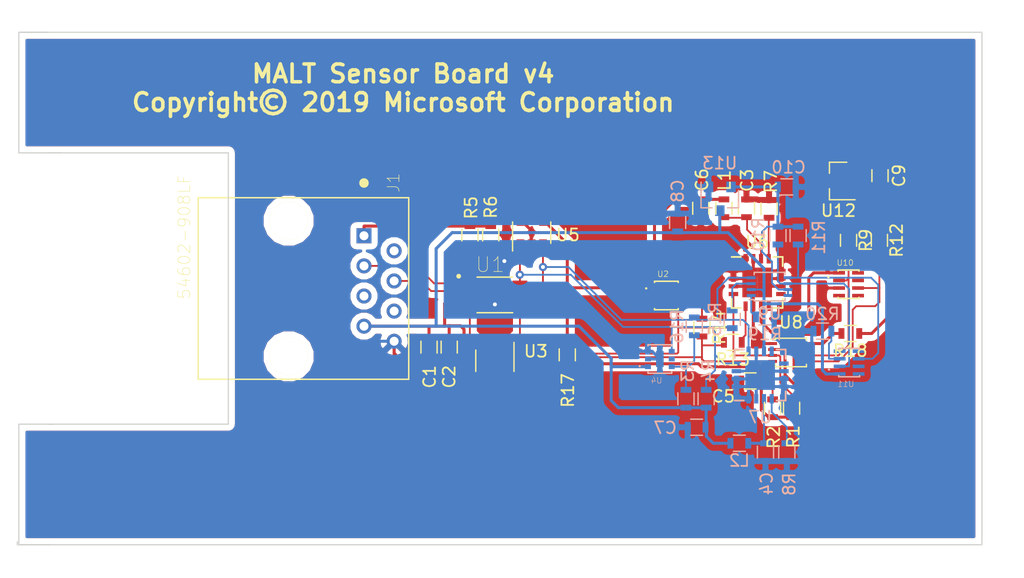
<source format=kicad_pcb>
(kicad_pcb (version 4) (host pcbnew 4.0.5)

  (general
    (links 138)
    (no_connects 0)
    (area 86.309999 83.769999 167.690001 127.050001)
    (thickness 1.6)
    (drawings 14)
    (tracks 402)
    (zones 0)
    (modules 46)
    (nets 28)
  )

  (page A4)
  (layers
    (0 F.Cu signal)
    (31 B.Cu signal hide)
    (36 B.SilkS user hide)
    (37 F.SilkS user)
    (38 B.Mask user hide)
    (39 F.Mask user)
    (41 Cmts.User user)
    (44 Edge.Cuts user)
    (45 Margin user)
    (46 B.CrtYd user hide)
    (47 F.CrtYd user)
  )

  (setup
    (last_trace_width 0.254)
    (user_trace_width 0.1524)
    (user_trace_width 0.254)
    (trace_clearance 0.1524)
    (zone_clearance 0.508)
    (zone_45_only no)
    (trace_min 0.1524)
    (segment_width 0.2)
    (edge_width 0.1)
    (via_size 0.6858)
    (via_drill 0.3302)
    (via_min_size 0.508)
    (via_min_drill 0.254)
    (user_via 0.508 0.254)
    (uvia_size 0.6858)
    (uvia_drill 0.3302)
    (uvias_allowed no)
    (uvia_min_size 0.2)
    (uvia_min_drill 0.1)
    (pcb_text_width 0.3)
    (pcb_text_size 1.5 1.5)
    (mod_edge_width 0.15)
    (mod_text_size 1 1)
    (mod_text_width 0.15)
    (pad_size 1.5 1.5)
    (pad_drill 0.6)
    (pad_to_mask_clearance 0.0508)
    (aux_axis_origin 0 0)
    (visible_elements 7FFE7B3F)
    (pcbplotparams
      (layerselection 0x00030_80000001)
      (usegerberextensions false)
      (excludeedgelayer true)
      (linewidth 0.100000)
      (plotframeref false)
      (viasonmask false)
      (mode 1)
      (useauxorigin false)
      (hpglpennumber 1)
      (hpglpenspeed 20)
      (hpglpendiameter 15)
      (hpglpenoverlay 2)
      (psnegative false)
      (psa4output false)
      (plotreference true)
      (plotvalue true)
      (plotinvisibletext false)
      (padsonsilk false)
      (subtractmaskfromsilk false)
      (outputformat 1)
      (mirror false)
      (drillshape 1)
      (scaleselection 1)
      (outputdirectory ""))
  )

  (net 0 "")
  (net 1 +3V3)
  (net 2 GND)
  (net 3 +5V)
  (net 4 "Net-(J1-Pad3)")
  (net 5 "Net-(J1-Pad4)")
  (net 6 "Net-(C3-Pad1)")
  (net 7 "Net-(C4-Pad1)")
  (net 8 "Net-(R7-Pad1)")
  (net 9 "Net-(R8-Pad1)")
  (net 10 "Net-(R9-Pad2)")
  (net 11 "Net-(R10-Pad2)")
  (net 12 "Net-(R11-Pad2)")
  (net 13 "Net-(R12-Pad2)")
  (net 14 /SCL0)
  (net 15 /SDA0)
  (net 16 /SDA1)
  (net 17 /SCL1)
  (net 18 "Net-(R13-Pad1)")
  (net 19 "Net-(R14-Pad1)")
  (net 20 "Net-(R15-Pad1)")
  (net 21 "Net-(R16-Pad2)")
  (net 22 3V3)
  (net 23 "Net-(R18-Pad2)")
  (net 24 "Net-(R19-Pad1)")
  (net 25 "Net-(R20-Pad1)")
  (net 26 "Net-(C9-Pad1)")
  (net 27 "Net-(C10-Pad1)")

  (net_class Default "This is the default net class."
    (clearance 0.1524)
    (trace_width 0.1524)
    (via_dia 0.6858)
    (via_drill 0.3302)
    (uvia_dia 0.6858)
    (uvia_drill 0.3302)
    (add_net +3V3)
    (add_net +5V)
    (add_net /SCL0)
    (add_net /SCL1)
    (add_net /SDA0)
    (add_net /SDA1)
    (add_net 3V3)
    (add_net GND)
    (add_net "Net-(C10-Pad1)")
    (add_net "Net-(C3-Pad1)")
    (add_net "Net-(C4-Pad1)")
    (add_net "Net-(C9-Pad1)")
    (add_net "Net-(J1-Pad3)")
    (add_net "Net-(J1-Pad4)")
    (add_net "Net-(R10-Pad2)")
    (add_net "Net-(R11-Pad2)")
    (add_net "Net-(R12-Pad2)")
    (add_net "Net-(R13-Pad1)")
    (add_net "Net-(R14-Pad1)")
    (add_net "Net-(R15-Pad1)")
    (add_net "Net-(R16-Pad2)")
    (add_net "Net-(R18-Pad2)")
    (add_net "Net-(R19-Pad1)")
    (add_net "Net-(R20-Pad1)")
    (add_net "Net-(R7-Pad1)")
    (add_net "Net-(R8-Pad1)")
    (add_net "Net-(R9-Pad2)")
  )

  (module opt3001:SON65P200X240X70-6N (layer B.Cu) (tedit 5BC0BE0C) (tstamp 5B8847B9)
    (at 140.5 111.35)
    (path /5B75EC09)
    (attr smd)
    (fp_text reference U4 (at -0.281659 1.81031) (layer B.SilkS)
      (effects (font (size 0.481466 0.481466) (thickness 0.05)) (justify mirror))
    )
    (fp_text value OPT3001 (at 0.024053 -2.05958) (layer Cmts.User) hide
      (effects (font (size 0.481118 0.481118) (thickness 0.05)))
    )
    (fp_line (start -1 1.2) (end 1 1.2) (layer Dwgs.User) (width 0.127))
    (fp_line (start 1 1.2) (end 1 -1.2) (layer Dwgs.User) (width 0.127))
    (fp_line (start 1 -1.2) (end -1 -1.2) (layer Dwgs.User) (width 0.127))
    (fp_line (start -1 -1.2) (end -1 1.2) (layer Dwgs.User) (width 0.127))
    (fp_line (start -1 1.1) (end -1 1.2) (layer B.SilkS) (width 0.127))
    (fp_line (start -1 1.2) (end 1 1.2) (layer B.SilkS) (width 0.127))
    (fp_line (start 1 1.2) (end 1 1.1) (layer B.SilkS) (width 0.127))
    (fp_line (start 1 -1.1) (end 1 -1.2) (layer B.SilkS) (width 0.127))
    (fp_line (start 1 -1.2) (end -1 -1.2) (layer B.SilkS) (width 0.127))
    (fp_line (start -1 -1.2) (end -1 -1.1) (layer B.SilkS) (width 0.127))
    (fp_circle (center -1.7 0.6) (end -1.65 0.6) (layer B.SilkS) (width 0.1))
    (fp_line (start -1.5 1.45) (end 1.5 1.45) (layer Eco1.User) (width 0.05))
    (fp_line (start 1.5 1.45) (end 1.5 -1.45) (layer Eco1.User) (width 0.05))
    (fp_line (start 1.5 -1.45) (end -1.5 -1.45) (layer Eco1.User) (width 0.05))
    (fp_line (start -1.5 -1.45) (end -1.5 1.45) (layer Eco1.User) (width 0.05))
    (fp_circle (center -0.45 0.6) (end -0.4 0.6) (layer Dwgs.User) (width 0.1))
    (pad 1 smd rect (at -1 0.65) (size 0.5 0.4) (layers B.Cu B.Mask)
      (net 1 +3V3))
    (pad 2 smd rect (at -1 0) (size 0.5 0.4) (layers B.Cu B.Mask)
      (net 2 GND))
    (pad 3 smd rect (at -1 -0.65) (size 0.5 0.4) (layers B.Cu B.Mask)
      (net 2 GND))
    (pad 6 smd rect (at 1 0.65) (size 0.5 0.4) (layers B.Cu B.Mask)
      (net 21 "Net-(R16-Pad2)"))
    (pad 4 smd rect (at 1 -0.65) (size 0.5 0.4) (layers B.Cu B.Mask)
      (net 17 /SCL1))
    (pad 5 smd rect (at 1 0) (size 0.5 0.4) (layers B.Cu B.Mask))
    (pad 3 smd rect (at 0 0) (size 0.64 1.35) (layers B.Cu B.Mask)
      (net 2 GND))
  )

  (module 54602-908LF:AMPHENOL_54602-908LF (layer F.Cu) (tedit 5C953B65) (tstamp 5B884713)
    (at 109.22 105.41 270)
    (path /5B75F2B5)
    (fp_text reference J1 (at -8.91 -8.83 270) (layer F.SilkS)
      (effects (font (size 1.0034 1.0034) (thickness 0.05)))
    )
    (fp_text value 54602-908LF (at -4.34797 8.79026 270) (layer F.SilkS)
      (effects (font (size 1.00363 1.00363) (thickness 0.05)))
    )
    (fp_line (start -7.65 7.62) (end -7.65 -10.12) (layer F.SilkS) (width 0.127))
    (fp_line (start -7.65 -10.12) (end 7.65 -10.12) (layer F.SilkS) (width 0.127))
    (fp_line (start 7.65 -10.12) (end 7.65 7.62) (layer F.SilkS) (width 0.127))
    (fp_line (start 7.65 7.62) (end -7.65 7.62) (layer F.SilkS) (width 0.127))
    (fp_line (start -7.65 -10.12) (end -7.65 7.62) (layer Dwgs.User) (width 0.127))
    (fp_line (start -7.65 7.62) (end 7.65 7.62) (layer Dwgs.User) (width 0.127))
    (fp_line (start 7.65 7.62) (end 7.65 -10.12) (layer Dwgs.User) (width 0.127))
    (fp_line (start 7.65 -10.12) (end -7.65 -10.12) (layer Dwgs.User) (width 0.127))
    (fp_line (start -7.9 -10.37) (end -7.9 7.87) (layer Eco1.User) (width 0.05))
    (fp_line (start -7.9 7.87) (end 7.9 7.87) (layer Eco1.User) (width 0.05))
    (fp_line (start 7.9 7.87) (end 7.9 -10.37) (layer Eco1.User) (width 0.05))
    (fp_line (start 7.9 -10.37) (end -7.9 -10.37) (layer Eco1.User) (width 0.05))
    (fp_circle (center -8.89 -6.35) (end -8.69 -6.35) (layer F.SilkS) (width 0.4))
    (pad 1 thru_hole rect (at -4.445 -6.35 90) (size 1.268 1.268) (drill 0.76) (layers *.Cu *.Mask)
      (net 3 +5V))
    (pad 2 thru_hole circle (at -3.175 -8.89 90) (size 1.268 1.268) (drill 0.76) (layers *.Cu *.Mask))
    (pad 3 thru_hole circle (at -1.905 -6.35 90) (size 1.268 1.268) (drill 0.76) (layers *.Cu *.Mask)
      (net 4 "Net-(J1-Pad3)"))
    (pad 4 thru_hole circle (at -0.635 -8.89 90) (size 1.268 1.268) (drill 0.76) (layers *.Cu *.Mask)
      (net 5 "Net-(J1-Pad4)"))
    (pad 5 thru_hole circle (at 0.635 -6.35 90) (size 1.268 1.268) (drill 0.76) (layers *.Cu *.Mask))
    (pad 6 thru_hole circle (at 1.905 -8.89 90) (size 1.268 1.268) (drill 0.76) (layers *.Cu *.Mask))
    (pad 7 thru_hole circle (at 3.175 -6.35 90) (size 1.268 1.268) (drill 0.76) (layers *.Cu *.Mask)
      (net 1 +3V3))
    (pad 8 thru_hole circle (at 4.445 -8.89 90) (size 1.268 1.268) (drill 0.76) (layers *.Cu *.Mask)
      (net 2 GND))
    (pad Hole np_thru_hole circle (at -5.715 0 270) (size 3.2 3.2) (drill 3.2) (layers *.Cu *.Mask F.SilkS))
    (pad Hole np_thru_hole circle (at 5.715 0 270) (size 3.2 3.2) (drill 3.2) (layers *.Cu *.Mask F.SilkS))
  )

  (module PI4MSD5V9540BUEX:SOP65P490X110-8N (layer F.Cu) (tedit 5C9553B6) (tstamp 5B88476F)
    (at 126.6 105.95)
    (path /5B75EDAB)
    (attr smd)
    (fp_text reference U1 (at -0.4 -2.55) (layer F.SilkS)
      (effects (font (size 1.25071 1.25071) (thickness 0.05)))
    )
    (fp_text value PI4MSD5V9540BUEX (at -1.46772 5.99918) (layer Cmts.User) hide
      (effects (font (size 1.25748 1.25748) (thickness 0.05)))
    )
    (fp_line (start -1.5 -1.5) (end 1.5 -1.5) (layer Dwgs.User) (width 0.127))
    (fp_line (start 1.5 -1.5) (end 1.5 1.5) (layer Dwgs.User) (width 0.127))
    (fp_line (start 1.5 1.5) (end -1.5 1.5) (layer Dwgs.User) (width 0.127))
    (fp_line (start -1.5 1.5) (end -1.5 -1.5) (layer Dwgs.User) (width 0.127))
    (fp_line (start -1.5 1.5) (end 1.5 1.5) (layer F.SilkS) (width 0.127))
    (fp_line (start -1.5 -1.5) (end 1.5 -1.5) (layer F.SilkS) (width 0.127))
    (fp_circle (center -3.05 -1.575) (end -2.95 -1.575) (layer F.SilkS) (width 0.2))
    (fp_line (start -3 -1.75) (end 3 -1.75) (layer Eco1.User) (width 0.05))
    (fp_line (start 3 -1.75) (end 3 1.75) (layer Eco1.User) (width 0.05))
    (fp_line (start 3 1.75) (end -3 1.75) (layer Eco1.User) (width 0.05))
    (fp_line (start -3 1.75) (end -3 -1.75) (layer Eco1.User) (width 0.05))
    (fp_circle (center -1 -1) (end -0.776394 -1) (layer Dwgs.User) (width 0.127))
    (pad 2 smd rect (at -2.11 -0.325) (size 1.25 0.46) (layers F.Cu F.Mask)
      (net 5 "Net-(J1-Pad4)"))
    (pad 7 smd rect (at 2.11 -0.325) (size 1.25 0.46) (layers F.Cu F.Mask)
      (net 16 /SDA1))
    (pad 1 smd rect (at -2.11 -0.975) (size 1.25 0.46) (layers F.Cu F.Mask)
      (net 4 "Net-(J1-Pad3)"))
    (pad 3 smd rect (at -2.11 0.325) (size 1.25 0.46) (layers F.Cu F.Mask)
      (net 1 +3V3))
    (pad 4 smd rect (at -2.11 0.975) (size 1.25 0.46) (layers F.Cu F.Mask)
      (net 15 /SDA0))
    (pad 8 smd rect (at 2.11 -0.975) (size 1.25 0.46) (layers F.Cu F.Mask)
      (net 17 /SCL1))
    (pad 6 smd rect (at 2.11 0.325) (size 1.25 0.46) (layers F.Cu F.Mask)
      (net 2 GND))
    (pad 5 smd rect (at 2.11 0.975) (size 1.25 0.46) (layers F.Cu F.Mask)
      (net 14 /SCL0))
  )

  (module opt3001:SON65P200X240X70-6N (layer F.Cu) (tedit 5BC0BE0C) (tstamp 5B884789)
    (at 141.05 106)
    (path /5B75EB91)
    (attr smd)
    (fp_text reference U2 (at -0.281659 -1.81031) (layer F.SilkS)
      (effects (font (size 0.481466 0.481466) (thickness 0.05)))
    )
    (fp_text value OPT3001 (at 0.024053 2.05958) (layer Cmts.User) hide
      (effects (font (size 0.481118 0.481118) (thickness 0.05)))
    )
    (fp_line (start -1 -1.2) (end 1 -1.2) (layer Dwgs.User) (width 0.127))
    (fp_line (start 1 -1.2) (end 1 1.2) (layer Dwgs.User) (width 0.127))
    (fp_line (start 1 1.2) (end -1 1.2) (layer Dwgs.User) (width 0.127))
    (fp_line (start -1 1.2) (end -1 -1.2) (layer Dwgs.User) (width 0.127))
    (fp_line (start -1 -1.1) (end -1 -1.2) (layer F.SilkS) (width 0.127))
    (fp_line (start -1 -1.2) (end 1 -1.2) (layer F.SilkS) (width 0.127))
    (fp_line (start 1 -1.2) (end 1 -1.1) (layer F.SilkS) (width 0.127))
    (fp_line (start 1 1.1) (end 1 1.2) (layer F.SilkS) (width 0.127))
    (fp_line (start 1 1.2) (end -1 1.2) (layer F.SilkS) (width 0.127))
    (fp_line (start -1 1.2) (end -1 1.1) (layer F.SilkS) (width 0.127))
    (fp_circle (center -1.7 -0.6) (end -1.65 -0.6) (layer F.SilkS) (width 0.1))
    (fp_line (start -1.5 -1.45) (end 1.5 -1.45) (layer Eco1.User) (width 0.05))
    (fp_line (start 1.5 -1.45) (end 1.5 1.45) (layer Eco1.User) (width 0.05))
    (fp_line (start 1.5 1.45) (end -1.5 1.45) (layer Eco1.User) (width 0.05))
    (fp_line (start -1.5 1.45) (end -1.5 -1.45) (layer Eco1.User) (width 0.05))
    (fp_circle (center -0.45 -0.6) (end -0.4 -0.6) (layer Dwgs.User) (width 0.1))
    (pad 1 smd rect (at -1 -0.65) (size 0.5 0.4) (layers F.Cu F.Mask)
      (net 22 3V3))
    (pad 2 smd rect (at -1 0) (size 0.5 0.4) (layers F.Cu F.Mask)
      (net 2 GND))
    (pad 3 smd rect (at -1 0.65) (size 0.5 0.4) (layers F.Cu F.Mask)
      (net 2 GND))
    (pad 6 smd rect (at 1 -0.65) (size 0.5 0.4) (layers F.Cu F.Mask)
      (net 19 "Net-(R14-Pad1)"))
    (pad 4 smd rect (at 1 0.65) (size 0.5 0.4) (layers F.Cu F.Mask)
      (net 14 /SCL0))
    (pad 5 smd rect (at 1 0) (size 0.5 0.4) (layers F.Cu F.Mask))
    (pad 3 smd rect (at 0 0) (size 0.64 1.35) (layers F.Cu F.Mask)
      (net 2 GND))
  )

  (module Resistors_SMD:R_0603 (layer F.Cu) (tedit 5C95583F) (tstamp 5C951D15)
    (at 147.8 98.65 90)
    (descr "Resistor SMD 0603, reflow soldering, Vishay (see dcrcw.pdf)")
    (tags "resistor 0603")
    (path /5C92D0D5)
    (attr smd)
    (fp_text reference C3 (at 2.35 0.05 90) (layer F.SilkS)
      (effects (font (size 1 1) (thickness 0.15)))
    )
    (fp_text value 0.1uF (at 0 1.5 90) (layer F.Fab)
      (effects (font (size 1 1) (thickness 0.15)))
    )
    (fp_text user %R (at 0 0 90) (layer F.Fab)
      (effects (font (size 0.4 0.4) (thickness 0.075)))
    )
    (fp_line (start -0.8 0.4) (end -0.8 -0.4) (layer F.Fab) (width 0.1))
    (fp_line (start 0.8 0.4) (end -0.8 0.4) (layer F.Fab) (width 0.1))
    (fp_line (start 0.8 -0.4) (end 0.8 0.4) (layer F.Fab) (width 0.1))
    (fp_line (start -0.8 -0.4) (end 0.8 -0.4) (layer F.Fab) (width 0.1))
    (fp_line (start 0.5 0.68) (end -0.5 0.68) (layer F.SilkS) (width 0.12))
    (fp_line (start -0.5 -0.68) (end 0.5 -0.68) (layer F.SilkS) (width 0.12))
    (fp_line (start -1.25 -0.7) (end 1.25 -0.7) (layer F.CrtYd) (width 0.05))
    (fp_line (start -1.25 -0.7) (end -1.25 0.7) (layer F.CrtYd) (width 0.05))
    (fp_line (start 1.25 0.7) (end 1.25 -0.7) (layer F.CrtYd) (width 0.05))
    (fp_line (start 1.25 0.7) (end -1.25 0.7) (layer F.CrtYd) (width 0.05))
    (pad 1 smd rect (at -0.75 0 90) (size 0.5 0.9) (layers F.Cu F.Mask)
      (net 6 "Net-(C3-Pad1)"))
    (pad 2 smd rect (at 0.75 0 90) (size 0.5 0.9) (layers F.Cu F.Mask)
      (net 2 GND))
    (model ${KISYS3DMOD}/Resistors_SMD.3dshapes/R_0603.wrl
      (at (xyz 0 0 0))
      (scale (xyz 1 1 1))
      (rotate (xyz 0 0 0))
    )
  )

  (module Resistors_SMD:R_0603 (layer B.Cu) (tedit 5C990B9E) (tstamp 5C951D26)
    (at 149.4 119.2 270)
    (descr "Resistor SMD 0603, reflow soldering, Vishay (see dcrcw.pdf)")
    (tags "resistor 0603")
    (path /5C92E7D0)
    (attr smd)
    (fp_text reference C4 (at 2.65 -0.1 270) (layer B.SilkS)
      (effects (font (size 1 1) (thickness 0.15)) (justify mirror))
    )
    (fp_text value 0.1uF (at 0 -1.5 270) (layer B.Fab)
      (effects (font (size 1 1) (thickness 0.15)) (justify mirror))
    )
    (fp_text user %R (at 0 0 270) (layer B.Fab)
      (effects (font (size 0.4 0.4) (thickness 0.075)) (justify mirror))
    )
    (fp_line (start -0.8 -0.4) (end -0.8 0.4) (layer B.Fab) (width 0.1))
    (fp_line (start 0.8 -0.4) (end -0.8 -0.4) (layer B.Fab) (width 0.1))
    (fp_line (start 0.8 0.4) (end 0.8 -0.4) (layer B.Fab) (width 0.1))
    (fp_line (start -0.8 0.4) (end 0.8 0.4) (layer B.Fab) (width 0.1))
    (fp_line (start 0.5 -0.68) (end -0.5 -0.68) (layer B.SilkS) (width 0.12))
    (fp_line (start -0.5 0.68) (end 0.5 0.68) (layer B.SilkS) (width 0.12))
    (fp_line (start -1.25 0.7) (end 1.25 0.7) (layer B.CrtYd) (width 0.05))
    (fp_line (start -1.25 0.7) (end -1.25 -0.7) (layer B.CrtYd) (width 0.05))
    (fp_line (start 1.25 -0.7) (end 1.25 0.7) (layer B.CrtYd) (width 0.05))
    (fp_line (start 1.25 -0.7) (end -1.25 -0.7) (layer B.CrtYd) (width 0.05))
    (pad 1 smd rect (at -0.75 0 270) (size 0.5 0.9) (layers B.Cu B.Mask)
      (net 7 "Net-(C4-Pad1)"))
    (pad 2 smd rect (at 0.75 0 270) (size 0.5 0.9) (layers B.Cu B.Mask)
      (net 2 GND))
    (model ${KISYS3DMOD}/Resistors_SMD.3dshapes/R_0603.wrl
      (at (xyz 0 0 0))
      (scale (xyz 1 1 1))
      (rotate (xyz 0 0 0))
    )
  )

  (module Resistors_SMD:R_0603 (layer F.Cu) (tedit 5C95583A) (tstamp 5C951D37)
    (at 145.9 98.65 270)
    (descr "Resistor SMD 0603, reflow soldering, Vishay (see dcrcw.pdf)")
    (tags "resistor 0603")
    (path /5C9261C0)
    (attr smd)
    (fp_text reference L1 (at -2.35 -0.05 270) (layer F.SilkS)
      (effects (font (size 1 1) (thickness 0.15)))
    )
    (fp_text value 600 (at 0 1.5 270) (layer F.Fab)
      (effects (font (size 1 1) (thickness 0.15)))
    )
    (fp_text user %R (at 0 0 270) (layer F.Fab)
      (effects (font (size 0.4 0.4) (thickness 0.075)))
    )
    (fp_line (start -0.8 0.4) (end -0.8 -0.4) (layer F.Fab) (width 0.1))
    (fp_line (start 0.8 0.4) (end -0.8 0.4) (layer F.Fab) (width 0.1))
    (fp_line (start 0.8 -0.4) (end 0.8 0.4) (layer F.Fab) (width 0.1))
    (fp_line (start -0.8 -0.4) (end 0.8 -0.4) (layer F.Fab) (width 0.1))
    (fp_line (start 0.5 0.68) (end -0.5 0.68) (layer F.SilkS) (width 0.12))
    (fp_line (start -0.5 -0.68) (end 0.5 -0.68) (layer F.SilkS) (width 0.12))
    (fp_line (start -1.25 -0.7) (end 1.25 -0.7) (layer F.CrtYd) (width 0.05))
    (fp_line (start -1.25 -0.7) (end -1.25 0.7) (layer F.CrtYd) (width 0.05))
    (fp_line (start 1.25 0.7) (end 1.25 -0.7) (layer F.CrtYd) (width 0.05))
    (fp_line (start 1.25 0.7) (end -1.25 0.7) (layer F.CrtYd) (width 0.05))
    (pad 1 smd rect (at -0.75 0 270) (size 0.5 0.9) (layers F.Cu F.Mask)
      (net 22 3V3))
    (pad 2 smd rect (at 0.75 0 270) (size 0.5 0.9) (layers F.Cu F.Mask)
      (net 6 "Net-(C3-Pad1)"))
    (model ${KISYS3DMOD}/Resistors_SMD.3dshapes/R_0603.wrl
      (at (xyz 0 0 0))
      (scale (xyz 1 1 1))
      (rotate (xyz 0 0 0))
    )
  )

  (module Resistors_SMD:R_0603 (layer B.Cu) (tedit 58E0A804) (tstamp 5C951D48)
    (at 147.2 118.45)
    (descr "Resistor SMD 0603, reflow soldering, Vishay (see dcrcw.pdf)")
    (tags "resistor 0603")
    (path /5C92E745)
    (attr smd)
    (fp_text reference L2 (at 0 1.45) (layer B.SilkS)
      (effects (font (size 1 1) (thickness 0.15)) (justify mirror))
    )
    (fp_text value 600 (at 0 -1.5) (layer B.Fab)
      (effects (font (size 1 1) (thickness 0.15)) (justify mirror))
    )
    (fp_text user %R (at 0 0) (layer B.Fab)
      (effects (font (size 0.4 0.4) (thickness 0.075)) (justify mirror))
    )
    (fp_line (start -0.8 -0.4) (end -0.8 0.4) (layer B.Fab) (width 0.1))
    (fp_line (start 0.8 -0.4) (end -0.8 -0.4) (layer B.Fab) (width 0.1))
    (fp_line (start 0.8 0.4) (end 0.8 -0.4) (layer B.Fab) (width 0.1))
    (fp_line (start -0.8 0.4) (end 0.8 0.4) (layer B.Fab) (width 0.1))
    (fp_line (start 0.5 -0.68) (end -0.5 -0.68) (layer B.SilkS) (width 0.12))
    (fp_line (start -0.5 0.68) (end 0.5 0.68) (layer B.SilkS) (width 0.12))
    (fp_line (start -1.25 0.7) (end 1.25 0.7) (layer B.CrtYd) (width 0.05))
    (fp_line (start -1.25 0.7) (end -1.25 -0.7) (layer B.CrtYd) (width 0.05))
    (fp_line (start 1.25 -0.7) (end 1.25 0.7) (layer B.CrtYd) (width 0.05))
    (fp_line (start 1.25 -0.7) (end -1.25 -0.7) (layer B.CrtYd) (width 0.05))
    (pad 1 smd rect (at -0.75 0) (size 0.5 0.9) (layers B.Cu B.Mask)
      (net 1 +3V3))
    (pad 2 smd rect (at 0.75 0) (size 0.5 0.9) (layers B.Cu B.Mask)
      (net 7 "Net-(C4-Pad1)"))
    (model ${KISYS3DMOD}/Resistors_SMD.3dshapes/R_0603.wrl
      (at (xyz 0 0 0))
      (scale (xyz 1 1 1))
      (rotate (xyz 0 0 0))
    )
  )

  (module Resistors_SMD:R_0603 (layer F.Cu) (tedit 5C955831) (tstamp 5C951D59)
    (at 149.7 98.7 90)
    (descr "Resistor SMD 0603, reflow soldering, Vishay (see dcrcw.pdf)")
    (tags "resistor 0603")
    (path /5C925CBE)
    (attr smd)
    (fp_text reference R7 (at 2.3 0.15 90) (layer F.SilkS)
      (effects (font (size 1 1) (thickness 0.15)))
    )
    (fp_text value 3.3M (at 0 1.5 90) (layer F.Fab)
      (effects (font (size 1 1) (thickness 0.15)))
    )
    (fp_text user %R (at 0 0 90) (layer F.Fab)
      (effects (font (size 0.4 0.4) (thickness 0.075)))
    )
    (fp_line (start -0.8 0.4) (end -0.8 -0.4) (layer F.Fab) (width 0.1))
    (fp_line (start 0.8 0.4) (end -0.8 0.4) (layer F.Fab) (width 0.1))
    (fp_line (start 0.8 -0.4) (end 0.8 0.4) (layer F.Fab) (width 0.1))
    (fp_line (start -0.8 -0.4) (end 0.8 -0.4) (layer F.Fab) (width 0.1))
    (fp_line (start 0.5 0.68) (end -0.5 0.68) (layer F.SilkS) (width 0.12))
    (fp_line (start -0.5 -0.68) (end 0.5 -0.68) (layer F.SilkS) (width 0.12))
    (fp_line (start -1.25 -0.7) (end 1.25 -0.7) (layer F.CrtYd) (width 0.05))
    (fp_line (start -1.25 -0.7) (end -1.25 0.7) (layer F.CrtYd) (width 0.05))
    (fp_line (start 1.25 0.7) (end 1.25 -0.7) (layer F.CrtYd) (width 0.05))
    (fp_line (start 1.25 0.7) (end -1.25 0.7) (layer F.CrtYd) (width 0.05))
    (pad 1 smd rect (at -0.75 0 90) (size 0.5 0.9) (layers F.Cu F.Mask)
      (net 8 "Net-(R7-Pad1)"))
    (pad 2 smd rect (at 0.75 0 90) (size 0.5 0.9) (layers F.Cu F.Mask)
      (net 2 GND))
    (model ${KISYS3DMOD}/Resistors_SMD.3dshapes/R_0603.wrl
      (at (xyz 0 0 0))
      (scale (xyz 1 1 1))
      (rotate (xyz 0 0 0))
    )
  )

  (module Resistors_SMD:R_0603 (layer B.Cu) (tedit 5C990B97) (tstamp 5C951D6A)
    (at 151.2 119.2 270)
    (descr "Resistor SMD 0603, reflow soldering, Vishay (see dcrcw.pdf)")
    (tags "resistor 0603")
    (path /5C925D70)
    (attr smd)
    (fp_text reference R8 (at 2.7 -0.2 270) (layer B.SilkS)
      (effects (font (size 1 1) (thickness 0.15)) (justify mirror))
    )
    (fp_text value 3.3M (at 0 -1.5 270) (layer B.Fab)
      (effects (font (size 1 1) (thickness 0.15)) (justify mirror))
    )
    (fp_text user %R (at 0 0 270) (layer B.Fab)
      (effects (font (size 0.4 0.4) (thickness 0.075)) (justify mirror))
    )
    (fp_line (start -0.8 -0.4) (end -0.8 0.4) (layer B.Fab) (width 0.1))
    (fp_line (start 0.8 -0.4) (end -0.8 -0.4) (layer B.Fab) (width 0.1))
    (fp_line (start 0.8 0.4) (end 0.8 -0.4) (layer B.Fab) (width 0.1))
    (fp_line (start -0.8 0.4) (end 0.8 0.4) (layer B.Fab) (width 0.1))
    (fp_line (start 0.5 -0.68) (end -0.5 -0.68) (layer B.SilkS) (width 0.12))
    (fp_line (start -0.5 0.68) (end 0.5 0.68) (layer B.SilkS) (width 0.12))
    (fp_line (start -1.25 0.7) (end 1.25 0.7) (layer B.CrtYd) (width 0.05))
    (fp_line (start -1.25 0.7) (end -1.25 -0.7) (layer B.CrtYd) (width 0.05))
    (fp_line (start 1.25 -0.7) (end 1.25 0.7) (layer B.CrtYd) (width 0.05))
    (fp_line (start 1.25 -0.7) (end -1.25 -0.7) (layer B.CrtYd) (width 0.05))
    (pad 1 smd rect (at -0.75 0 270) (size 0.5 0.9) (layers B.Cu B.Mask)
      (net 9 "Net-(R8-Pad1)"))
    (pad 2 smd rect (at 0.75 0 270) (size 0.5 0.9) (layers B.Cu B.Mask)
      (net 2 GND))
    (model ${KISYS3DMOD}/Resistors_SMD.3dshapes/R_0603.wrl
      (at (xyz 0 0 0))
      (scale (xyz 1 1 1))
      (rotate (xyz 0 0 0))
    )
  )

  (module Resistors_SMD:R_0603 (layer F.Cu) (tedit 58E0A804) (tstamp 5C951D7B)
    (at 156.4 101.35 270)
    (descr "Resistor SMD 0603, reflow soldering, Vishay (see dcrcw.pdf)")
    (tags "resistor 0603")
    (path /5C92D825)
    (attr smd)
    (fp_text reference R9 (at 0 -1.45 270) (layer F.SilkS)
      (effects (font (size 1 1) (thickness 0.15)))
    )
    (fp_text value 680 (at 0 1.5 270) (layer F.Fab)
      (effects (font (size 1 1) (thickness 0.15)))
    )
    (fp_text user %R (at 0 0 270) (layer F.Fab)
      (effects (font (size 0.4 0.4) (thickness 0.075)))
    )
    (fp_line (start -0.8 0.4) (end -0.8 -0.4) (layer F.Fab) (width 0.1))
    (fp_line (start 0.8 0.4) (end -0.8 0.4) (layer F.Fab) (width 0.1))
    (fp_line (start 0.8 -0.4) (end 0.8 0.4) (layer F.Fab) (width 0.1))
    (fp_line (start -0.8 -0.4) (end 0.8 -0.4) (layer F.Fab) (width 0.1))
    (fp_line (start 0.5 0.68) (end -0.5 0.68) (layer F.SilkS) (width 0.12))
    (fp_line (start -0.5 -0.68) (end 0.5 -0.68) (layer F.SilkS) (width 0.12))
    (fp_line (start -1.25 -0.7) (end 1.25 -0.7) (layer F.CrtYd) (width 0.05))
    (fp_line (start -1.25 -0.7) (end -1.25 0.7) (layer F.CrtYd) (width 0.05))
    (fp_line (start 1.25 0.7) (end 1.25 -0.7) (layer F.CrtYd) (width 0.05))
    (fp_line (start 1.25 0.7) (end -1.25 0.7) (layer F.CrtYd) (width 0.05))
    (pad 1 smd rect (at -0.75 0 270) (size 0.5 0.9) (layers F.Cu F.Mask)
      (net 26 "Net-(C9-Pad1)"))
    (pad 2 smd rect (at 0.75 0 270) (size 0.5 0.9) (layers F.Cu F.Mask)
      (net 10 "Net-(R9-Pad2)"))
    (model ${KISYS3DMOD}/Resistors_SMD.3dshapes/R_0603.wrl
      (at (xyz 0 0 0))
      (scale (xyz 1 1 1))
      (rotate (xyz 0 0 0))
    )
  )

  (module Resistors_SMD:R_0603 (layer B.Cu) (tedit 5C9BF90D) (tstamp 5C951D8C)
    (at 150.45 100.95 270)
    (descr "Resistor SMD 0603, reflow soldering, Vishay (see dcrcw.pdf)")
    (tags "resistor 0603")
    (path /5C92ED5B)
    (attr smd)
    (fp_text reference R10 (at -0.1 1.65 270) (layer B.SilkS)
      (effects (font (size 1 1) (thickness 0.15)) (justify mirror))
    )
    (fp_text value 680 (at 0 -1.5 270) (layer B.Fab)
      (effects (font (size 1 1) (thickness 0.15)) (justify mirror))
    )
    (fp_text user %R (at 0 0 270) (layer B.Fab)
      (effects (font (size 0.4 0.4) (thickness 0.075)) (justify mirror))
    )
    (fp_line (start -0.8 -0.4) (end -0.8 0.4) (layer B.Fab) (width 0.1))
    (fp_line (start 0.8 -0.4) (end -0.8 -0.4) (layer B.Fab) (width 0.1))
    (fp_line (start 0.8 0.4) (end 0.8 -0.4) (layer B.Fab) (width 0.1))
    (fp_line (start -0.8 0.4) (end 0.8 0.4) (layer B.Fab) (width 0.1))
    (fp_line (start 0.5 -0.68) (end -0.5 -0.68) (layer B.SilkS) (width 0.12))
    (fp_line (start -0.5 0.68) (end 0.5 0.68) (layer B.SilkS) (width 0.12))
    (fp_line (start -1.25 0.7) (end 1.25 0.7) (layer B.CrtYd) (width 0.05))
    (fp_line (start -1.25 0.7) (end -1.25 -0.7) (layer B.CrtYd) (width 0.05))
    (fp_line (start 1.25 -0.7) (end 1.25 0.7) (layer B.CrtYd) (width 0.05))
    (fp_line (start 1.25 -0.7) (end -1.25 -0.7) (layer B.CrtYd) (width 0.05))
    (pad 1 smd rect (at -0.75 0 270) (size 0.5 0.9) (layers B.Cu B.Mask)
      (net 27 "Net-(C10-Pad1)"))
    (pad 2 smd rect (at 0.75 0 270) (size 0.5 0.9) (layers B.Cu B.Mask)
      (net 11 "Net-(R10-Pad2)"))
    (model ${KISYS3DMOD}/Resistors_SMD.3dshapes/R_0603.wrl
      (at (xyz 0 0 0))
      (scale (xyz 1 1 1))
      (rotate (xyz 0 0 0))
    )
  )

  (module Resistors_SMD:R_0603 (layer B.Cu) (tedit 5C9BF906) (tstamp 5C951D9D)
    (at 152.15 100.95 270)
    (descr "Resistor SMD 0603, reflow soldering, Vishay (see dcrcw.pdf)")
    (tags "resistor 0603")
    (path /5C92EDE2)
    (attr smd)
    (fp_text reference R11 (at 0.15 -1.75 270) (layer B.SilkS)
      (effects (font (size 1 1) (thickness 0.15)) (justify mirror))
    )
    (fp_text value 680 (at 0 -1.5 270) (layer B.Fab)
      (effects (font (size 1 1) (thickness 0.15)) (justify mirror))
    )
    (fp_text user %R (at 0 0 270) (layer B.Fab)
      (effects (font (size 0.4 0.4) (thickness 0.075)) (justify mirror))
    )
    (fp_line (start -0.8 -0.4) (end -0.8 0.4) (layer B.Fab) (width 0.1))
    (fp_line (start 0.8 -0.4) (end -0.8 -0.4) (layer B.Fab) (width 0.1))
    (fp_line (start 0.8 0.4) (end 0.8 -0.4) (layer B.Fab) (width 0.1))
    (fp_line (start -0.8 0.4) (end 0.8 0.4) (layer B.Fab) (width 0.1))
    (fp_line (start 0.5 -0.68) (end -0.5 -0.68) (layer B.SilkS) (width 0.12))
    (fp_line (start -0.5 0.68) (end 0.5 0.68) (layer B.SilkS) (width 0.12))
    (fp_line (start -1.25 0.7) (end 1.25 0.7) (layer B.CrtYd) (width 0.05))
    (fp_line (start -1.25 0.7) (end -1.25 -0.7) (layer B.CrtYd) (width 0.05))
    (fp_line (start 1.25 -0.7) (end 1.25 0.7) (layer B.CrtYd) (width 0.05))
    (fp_line (start 1.25 -0.7) (end -1.25 -0.7) (layer B.CrtYd) (width 0.05))
    (pad 1 smd rect (at -0.75 0 270) (size 0.5 0.9) (layers B.Cu B.Mask)
      (net 27 "Net-(C10-Pad1)"))
    (pad 2 smd rect (at 0.75 0 270) (size 0.5 0.9) (layers B.Cu B.Mask)
      (net 12 "Net-(R11-Pad2)"))
    (model ${KISYS3DMOD}/Resistors_SMD.3dshapes/R_0603.wrl
      (at (xyz 0 0 0))
      (scale (xyz 1 1 1))
      (rotate (xyz 0 0 0))
    )
  )

  (module Resistors_SMD:R_0603 (layer F.Cu) (tedit 58E0A804) (tstamp 5C951DAE)
    (at 159 101.35 270)
    (descr "Resistor SMD 0603, reflow soldering, Vishay (see dcrcw.pdf)")
    (tags "resistor 0603")
    (path /5C92D8AC)
    (attr smd)
    (fp_text reference R12 (at 0 -1.45 270) (layer F.SilkS)
      (effects (font (size 1 1) (thickness 0.15)))
    )
    (fp_text value 680 (at 0 1.5 270) (layer F.Fab)
      (effects (font (size 1 1) (thickness 0.15)))
    )
    (fp_text user %R (at 0 0 270) (layer F.Fab)
      (effects (font (size 0.4 0.4) (thickness 0.075)))
    )
    (fp_line (start -0.8 0.4) (end -0.8 -0.4) (layer F.Fab) (width 0.1))
    (fp_line (start 0.8 0.4) (end -0.8 0.4) (layer F.Fab) (width 0.1))
    (fp_line (start 0.8 -0.4) (end 0.8 0.4) (layer F.Fab) (width 0.1))
    (fp_line (start -0.8 -0.4) (end 0.8 -0.4) (layer F.Fab) (width 0.1))
    (fp_line (start 0.5 0.68) (end -0.5 0.68) (layer F.SilkS) (width 0.12))
    (fp_line (start -0.5 -0.68) (end 0.5 -0.68) (layer F.SilkS) (width 0.12))
    (fp_line (start -1.25 -0.7) (end 1.25 -0.7) (layer F.CrtYd) (width 0.05))
    (fp_line (start -1.25 -0.7) (end -1.25 0.7) (layer F.CrtYd) (width 0.05))
    (fp_line (start 1.25 0.7) (end 1.25 -0.7) (layer F.CrtYd) (width 0.05))
    (fp_line (start 1.25 0.7) (end -1.25 0.7) (layer F.CrtYd) (width 0.05))
    (pad 1 smd rect (at -0.75 0 270) (size 0.5 0.9) (layers F.Cu F.Mask)
      (net 26 "Net-(C9-Pad1)"))
    (pad 2 smd rect (at 0.75 0 270) (size 0.5 0.9) (layers F.Cu F.Mask)
      (net 13 "Net-(R12-Pad2)"))
    (model ${KISYS3DMOD}/Resistors_SMD.3dshapes/R_0603.wrl
      (at (xyz 0 0 0))
      (scale (xyz 1 1 1))
      (rotate (xyz 0 0 0))
    )
  )

  (module Housings_DFN_QFN:QFN-16-1EP_4x4mm_Pitch0.65mm (layer B.Cu) (tedit 5C990699) (tstamp 5C951DFE)
    (at 148.95 112.7)
    (descr "16-Lead Plastic Quad Flat, No Lead Package (ML) - 4x4x0.9 mm Body [QFN]; (see Microchip Packaging Specification 00000049BS.pdf)")
    (tags "QFN 0.65")
    (path /5C8FF106)
    (attr smd)
    (fp_text reference U7 (at 0 3.55) (layer B.SilkS)
      (effects (font (size 1 1) (thickness 0.15)) (justify mirror))
    )
    (fp_text value AS73211 (at 0 -3.4) (layer B.Fab)
      (effects (font (size 1 1) (thickness 0.15)) (justify mirror))
    )
    (fp_line (start -1 2) (end 2 2) (layer B.Fab) (width 0.15))
    (fp_line (start 2 2) (end 2 -2) (layer B.Fab) (width 0.15))
    (fp_line (start 2 -2) (end -2 -2) (layer B.Fab) (width 0.15))
    (fp_line (start -2 -2) (end -2 1) (layer B.Fab) (width 0.15))
    (fp_line (start -2 1) (end -1 2) (layer B.Fab) (width 0.15))
    (fp_line (start -2.65 2.65) (end -2.65 -2.65) (layer B.CrtYd) (width 0.05))
    (fp_line (start 2.65 2.65) (end 2.65 -2.65) (layer B.CrtYd) (width 0.05))
    (fp_line (start -2.65 2.65) (end 2.65 2.65) (layer B.CrtYd) (width 0.05))
    (fp_line (start -2.65 -2.65) (end 2.65 -2.65) (layer B.CrtYd) (width 0.05))
    (fp_line (start 2.15 2.15) (end 2.15 1.375) (layer B.SilkS) (width 0.15))
    (fp_line (start -2.15 -2.15) (end -2.15 -1.375) (layer B.SilkS) (width 0.15))
    (fp_line (start 2.15 -2.15) (end 2.15 -1.375) (layer B.SilkS) (width 0.15))
    (fp_line (start -2.15 2.15) (end -1.375 2.15) (layer B.SilkS) (width 0.15))
    (fp_line (start -2.15 -2.15) (end -1.375 -2.15) (layer B.SilkS) (width 0.15))
    (fp_line (start 2.15 -2.15) (end 1.375 -2.15) (layer B.SilkS) (width 0.15))
    (fp_line (start 2.15 2.15) (end 1.375 2.15) (layer B.SilkS) (width 0.15))
    (pad 1 smd rect (at -2 0.975) (size 0.8 0.35) (layers B.Cu B.Mask)
      (net 2 GND))
    (pad 2 smd rect (at -2 0.325) (size 0.8 0.35) (layers B.Cu B.Mask)
      (net 2 GND))
    (pad 3 smd rect (at -2 -0.325) (size 0.8 0.35) (layers B.Cu B.Mask)
      (net 2 GND))
    (pad 4 smd rect (at -2 -0.975) (size 0.8 0.35) (layers B.Cu B.Mask)
      (net 17 /SCL1))
    (pad 5 smd rect (at -0.975 -2 270) (size 0.8 0.35) (layers B.Cu B.Mask)
      (net 16 /SDA1))
    (pad 6 smd rect (at -0.325 -2 270) (size 0.8 0.35) (layers B.Cu B.Mask)
      (net 2 GND))
    (pad 7 smd rect (at 0.325 -2 270) (size 0.8 0.35) (layers B.Cu B.Mask)
      (net 1 +3V3))
    (pad 8 smd rect (at 0.975 -2 270) (size 0.8 0.35) (layers B.Cu B.Mask))
    (pad 9 smd rect (at 2 -0.975) (size 0.8 0.35) (layers B.Cu B.Mask))
    (pad 10 smd rect (at 2 -0.325) (size 0.8 0.35) (layers B.Cu B.Mask)
      (net 2 GND))
    (pad 11 smd rect (at 2 0.325) (size 0.8 0.35) (layers B.Cu B.Mask)
      (net 2 GND))
    (pad 12 smd rect (at 2 0.975) (size 0.8 0.35) (layers B.Cu B.Mask)
      (net 2 GND))
    (pad 13 smd rect (at 0.975 2 270) (size 0.8 0.35) (layers B.Cu B.Mask)
      (net 9 "Net-(R8-Pad1)"))
    (pad 14 smd rect (at 0.325 2 270) (size 0.8 0.35) (layers B.Cu B.Mask)
      (net 7 "Net-(C4-Pad1)"))
    (pad 15 smd rect (at -0.325 2 270) (size 0.8 0.35) (layers B.Cu B.Mask)
      (net 2 GND))
    (pad 16 smd rect (at -0.975 2 270) (size 0.8 0.35) (layers B.Cu B.Mask)
      (net 2 GND))
    (pad 17 smd rect (at 0.625 -0.625) (size 1.25 1.25) (layers B.Cu B.Mask)
      (net 2 GND) (solder_paste_margin_ratio -0.2))
    (pad 17 smd rect (at 0.625 0.625) (size 1.25 1.25) (layers B.Cu B.Mask)
      (net 2 GND) (solder_paste_margin_ratio -0.2))
    (pad 17 smd rect (at -0.625 -0.625) (size 1.25 1.25) (layers B.Cu B.Mask)
      (net 2 GND) (solder_paste_margin_ratio -0.2))
    (pad 17 smd rect (at -0.625 0.625) (size 1.25 1.25) (layers B.Cu B.Mask)
      (net 2 GND) (solder_paste_margin_ratio -0.2))
    (model ${KISYS3DMOD}/Housings_DFN_QFN.3dshapes/QFN-16-1EP_4x4mm_Pitch0.65mm.wrl
      (at (xyz 0 0 0))
      (scale (xyz 1 1 1))
      (rotate (xyz 0 0 0))
    )
  )

  (module Housings_SSOP:VSSOP-8_2.4x2.1mm_Pitch0.5mm (layer F.Cu) (tedit 58934277) (tstamp 5C951E1B)
    (at 151.55 110.8)
    (descr http://www.ti.com/lit/ml/mpds050d/mpds050d.pdf)
    (tags "VSSOP DCU R-PDSO-G8 Pitch0.5mm")
    (path /5C911D20)
    (attr smd)
    (fp_text reference U8 (at 0 -2.54) (layer F.SilkS)
      (effects (font (size 1 1) (thickness 0.15)))
    )
    (fp_text value PCA9306 (at 0 2.413) (layer F.Fab)
      (effects (font (size 1 1) (thickness 0.15)))
    )
    (fp_line (start -2.18 1.3) (end -2.18 -1.3) (layer F.CrtYd) (width 0.05))
    (fp_line (start 2.18 1.3) (end -2.18 1.3) (layer F.CrtYd) (width 0.05))
    (fp_line (start 2.18 -1.3) (end 2.18 1.3) (layer F.CrtYd) (width 0.05))
    (fp_line (start -2.18 -1.3) (end 2.18 -1.3) (layer F.CrtYd) (width 0.05))
    (fp_line (start -1.3 1.2) (end -1.3 1) (layer F.SilkS) (width 0.12))
    (fp_line (start -1.3 -1.1) (end -1.7 -1.1) (layer F.SilkS) (width 0.12))
    (fp_line (start -1.3 -1.2) (end -1.3 -1.1) (layer F.SilkS) (width 0.12))
    (fp_line (start 1.3 -1.2) (end -1.3 -1.2) (layer F.SilkS) (width 0.12))
    (fp_line (start 1.3 -1) (end 1.3 -1.2) (layer F.SilkS) (width 0.12))
    (fp_line (start 1.3 1.2) (end 1.3 1) (layer F.SilkS) (width 0.12))
    (fp_line (start -1.3 1.2) (end 1.3 1.2) (layer F.SilkS) (width 0.12))
    (fp_line (start -1.2 -0.7) (end -1.2 1.05) (layer F.Fab) (width 0.1))
    (fp_line (start -0.9 -1.05) (end -1.2 -0.7) (layer F.Fab) (width 0.1))
    (fp_line (start 1.2 -1.05) (end -0.9 -1.05) (layer F.Fab) (width 0.1))
    (fp_line (start 1.2 1.05) (end 1.2 -1.05) (layer F.Fab) (width 0.1))
    (fp_line (start -1.2 1.05) (end 1.2 1.05) (layer F.Fab) (width 0.1))
    (fp_text user %R (at 0 0) (layer F.Fab)
      (effects (font (size 0.5 0.5) (thickness 0.1)))
    )
    (pad 1 smd rect (at -1.55 -0.75) (size 0.75 0.25) (layers F.Cu F.Mask)
      (net 2 GND))
    (pad 2 smd rect (at -1.55 -0.25) (size 0.75 0.25) (layers F.Cu F.Mask)
      (net 1 +3V3))
    (pad 3 smd rect (at -1.55 0.25) (size 0.75 0.25) (layers F.Cu F.Mask)
      (net 14 /SCL0))
    (pad 4 smd rect (at -1.55 0.75) (size 0.75 0.25) (layers F.Cu F.Mask)
      (net 15 /SDA0))
    (pad 5 smd rect (at 1.55 0.75) (size 0.75 0.25) (layers F.Cu F.Mask)
      (net 13 "Net-(R12-Pad2)"))
    (pad 6 smd rect (at 1.55 0.25) (size 0.75 0.25) (layers F.Cu F.Mask)
      (net 10 "Net-(R9-Pad2)"))
    (pad 7 smd rect (at 1.55 -0.25) (size 0.75 0.25) (layers F.Cu F.Mask)
      (net 23 "Net-(R18-Pad2)"))
    (pad 8 smd rect (at 1.55 -0.75) (size 0.75 0.25) (layers F.Cu F.Mask)
      (net 23 "Net-(R18-Pad2)"))
    (model ${KISYS3DMOD}/Housings_SSOP.3dshapes/VSSOP-8_2.4x2.1mm_Pitch0.5mm.wrl
      (at (xyz 0 0 0))
      (scale (xyz 1 1 1))
      (rotate (xyz 0 0 0))
    )
  )

  (module Housings_SSOP:VSSOP-8_2.4x2.1mm_Pitch0.5mm (layer B.Cu) (tedit 5C990650) (tstamp 5C951E38)
    (at 149.75 105.25)
    (descr http://www.ti.com/lit/ml/mpds050d/mpds050d.pdf)
    (tags "VSSOP DCU R-PDSO-G8 Pitch0.5mm")
    (path /5C911E0D)
    (attr smd)
    (fp_text reference U9 (at 0 2.25) (layer B.SilkS)
      (effects (font (size 1 1) (thickness 0.15)) (justify mirror))
    )
    (fp_text value PCA9306 (at 0 -2.413) (layer B.Fab)
      (effects (font (size 1 1) (thickness 0.15)) (justify mirror))
    )
    (fp_line (start -2.18 -1.3) (end -2.18 1.3) (layer B.CrtYd) (width 0.05))
    (fp_line (start 2.18 -1.3) (end -2.18 -1.3) (layer B.CrtYd) (width 0.05))
    (fp_line (start 2.18 1.3) (end 2.18 -1.3) (layer B.CrtYd) (width 0.05))
    (fp_line (start -2.18 1.3) (end 2.18 1.3) (layer B.CrtYd) (width 0.05))
    (fp_line (start -1.3 -1.2) (end -1.3 -1) (layer B.SilkS) (width 0.12))
    (fp_line (start -1.3 1.1) (end -1.7 1.1) (layer B.SilkS) (width 0.12))
    (fp_line (start -1.3 1.2) (end -1.3 1.1) (layer B.SilkS) (width 0.12))
    (fp_line (start 1.3 1.2) (end -1.3 1.2) (layer B.SilkS) (width 0.12))
    (fp_line (start 1.3 1) (end 1.3 1.2) (layer B.SilkS) (width 0.12))
    (fp_line (start 1.3 -1.2) (end 1.3 -1) (layer B.SilkS) (width 0.12))
    (fp_line (start -1.3 -1.2) (end 1.3 -1.2) (layer B.SilkS) (width 0.12))
    (fp_line (start -1.2 0.7) (end -1.2 -1.05) (layer B.Fab) (width 0.1))
    (fp_line (start -0.9 1.05) (end -1.2 0.7) (layer B.Fab) (width 0.1))
    (fp_line (start 1.2 1.05) (end -0.9 1.05) (layer B.Fab) (width 0.1))
    (fp_line (start 1.2 -1.05) (end 1.2 1.05) (layer B.Fab) (width 0.1))
    (fp_line (start -1.2 -1.05) (end 1.2 -1.05) (layer B.Fab) (width 0.1))
    (fp_text user %R (at 0 0) (layer B.Fab)
      (effects (font (size 0.5 0.5) (thickness 0.1)) (justify mirror))
    )
    (pad 1 smd rect (at -1.55 0.75) (size 0.75 0.25) (layers B.Cu B.Mask)
      (net 24 "Net-(R19-Pad1)"))
    (pad 2 smd rect (at -1.55 0.25) (size 0.75 0.25) (layers B.Cu B.Mask)
      (net 1 +3V3))
    (pad 3 smd rect (at -1.55 -0.25) (size 0.75 0.25) (layers B.Cu B.Mask)
      (net 20 "Net-(R15-Pad1)"))
    (pad 4 smd rect (at -1.55 -0.75) (size 0.75 0.25) (layers B.Cu B.Mask)
      (net 16 /SDA1))
    (pad 5 smd rect (at 1.55 -0.75) (size 0.75 0.25) (layers B.Cu B.Mask)
      (net 12 "Net-(R11-Pad2)"))
    (pad 6 smd rect (at 1.55 -0.25) (size 0.75 0.25) (layers B.Cu B.Mask)
      (net 11 "Net-(R10-Pad2)"))
    (pad 7 smd rect (at 1.55 0.25) (size 0.75 0.25) (layers B.Cu B.Mask)
      (net 27 "Net-(C10-Pad1)"))
    (pad 8 smd rect (at 1.55 0.75) (size 0.75 0.25) (layers B.Cu B.Mask)
      (net 27 "Net-(C10-Pad1)"))
    (model ${KISYS3DMOD}/Housings_SSOP.3dshapes/VSSOP-8_2.4x2.1mm_Pitch0.5mm.wrl
      (at (xyz 0 0 0))
      (scale (xyz 1 1 1))
      (rotate (xyz 0 0 0))
    )
  )

  (module opt3001:TCS34007 (layer F.Cu) (tedit 5C92B40A) (tstamp 5C951E54)
    (at 156.4 105.05)
    (path /5C9015C2)
    (attr smd)
    (fp_text reference U10 (at -0.281659 -1.81031) (layer F.SilkS)
      (effects (font (size 0.481466 0.481466) (thickness 0.05)))
    )
    (fp_text value TCS34007 (at 0.024053 2.05958) (layer Cmts.User) hide
      (effects (font (size 0.481118 0.481118) (thickness 0.05)))
    )
    (fp_line (start -0.88 -1.2) (end 0.88 -1.2) (layer Dwgs.User) (width 0.127))
    (fp_line (start 0.88 -1.2) (end 0.88 1.2) (layer Dwgs.User) (width 0.127))
    (fp_line (start 0.88 1.2) (end -0.88 1.2) (layer Dwgs.User) (width 0.127))
    (fp_line (start -0.88 1.2) (end -0.88 -1.2) (layer Dwgs.User) (width 0.127))
    (fp_line (start -0.88 -1.1) (end -0.88 -1.2) (layer F.SilkS) (width 0.127))
    (fp_line (start -0.88 -1.2) (end 0.88 -1.2) (layer F.SilkS) (width 0.127))
    (fp_line (start 0.88 -1.2) (end 0.88 -1.1) (layer F.SilkS) (width 0.127))
    (fp_line (start 0.88 1.1) (end 0.88 1.2) (layer F.SilkS) (width 0.127))
    (fp_line (start 0.88 1.2) (end -0.88 1.2) (layer F.SilkS) (width 0.127))
    (fp_line (start -0.88 1.2) (end -0.88 1.1) (layer F.SilkS) (width 0.127))
    (fp_circle (center -1.7 -0.6) (end -1.65 -0.6) (layer F.SilkS) (width 0.1))
    (fp_line (start -1.5 -1.45) (end 1.5 -1.45) (layer Eco1.User) (width 0.05))
    (fp_line (start 1.5 -1.45) (end 1.5 1.45) (layer Eco1.User) (width 0.05))
    (fp_line (start 1.5 1.45) (end -1.5 1.45) (layer Eco1.User) (width 0.05))
    (fp_line (start -1.5 1.45) (end -1.5 -1.45) (layer Eco1.User) (width 0.05))
    (fp_circle (center -0.45 -0.6) (end -0.4 -0.6) (layer Dwgs.User) (width 0.1))
    (pad 1 smd rect (at -0.8 -0.96) (size 1 0.3) (layers F.Cu F.Mask)
      (net 1 +3V3))
    (pad 2 smd rect (at -0.8 -0.32) (size 1 0.3) (layers F.Cu F.Mask)
      (net 10 "Net-(R9-Pad2)"))
    (pad 3 smd rect (at -0.8 0.32) (size 1 0.3) (layers F.Cu F.Mask)
      (net 2 GND))
    (pad 6 smd rect (at 0.8 0.32) (size 1 0.3) (layers F.Cu F.Mask)
      (net 13 "Net-(R12-Pad2)"))
    (pad 4 smd rect (at -0.8 0.96) (size 1 0.3) (layers F.Cu F.Mask))
    (pad 5 smd rect (at 0.8 0.96) (size 1 0.3) (layers F.Cu F.Mask))
    (pad 7 smd rect (at 0.8 -0.32) (size 1 0.3) (layers F.Cu F.Mask))
    (pad 8 smd rect (at 0.8 -0.96) (size 1 0.3) (layers F.Cu F.Mask))
  )

  (module opt3001:TCS34007 (layer B.Cu) (tedit 5C92B40A) (tstamp 5C951E70)
    (at 156.45 111.65)
    (path /5C901620)
    (attr smd)
    (fp_text reference U11 (at -0.281659 1.81031) (layer B.SilkS)
      (effects (font (size 0.481466 0.481466) (thickness 0.05)) (justify mirror))
    )
    (fp_text value TCS34007 (at 0.024053 -2.05958) (layer Cmts.User) hide
      (effects (font (size 0.481118 0.481118) (thickness 0.05)))
    )
    (fp_line (start -0.88 1.2) (end 0.88 1.2) (layer Dwgs.User) (width 0.127))
    (fp_line (start 0.88 1.2) (end 0.88 -1.2) (layer Dwgs.User) (width 0.127))
    (fp_line (start 0.88 -1.2) (end -0.88 -1.2) (layer Dwgs.User) (width 0.127))
    (fp_line (start -0.88 -1.2) (end -0.88 1.2) (layer Dwgs.User) (width 0.127))
    (fp_line (start -0.88 1.1) (end -0.88 1.2) (layer B.SilkS) (width 0.127))
    (fp_line (start -0.88 1.2) (end 0.88 1.2) (layer B.SilkS) (width 0.127))
    (fp_line (start 0.88 1.2) (end 0.88 1.1) (layer B.SilkS) (width 0.127))
    (fp_line (start 0.88 -1.1) (end 0.88 -1.2) (layer B.SilkS) (width 0.127))
    (fp_line (start 0.88 -1.2) (end -0.88 -1.2) (layer B.SilkS) (width 0.127))
    (fp_line (start -0.88 -1.2) (end -0.88 -1.1) (layer B.SilkS) (width 0.127))
    (fp_circle (center -1.7 0.6) (end -1.65 0.6) (layer B.SilkS) (width 0.1))
    (fp_line (start -1.5 1.45) (end 1.5 1.45) (layer Eco1.User) (width 0.05))
    (fp_line (start 1.5 1.45) (end 1.5 -1.45) (layer Eco1.User) (width 0.05))
    (fp_line (start 1.5 -1.45) (end -1.5 -1.45) (layer Eco1.User) (width 0.05))
    (fp_line (start -1.5 -1.45) (end -1.5 1.45) (layer Eco1.User) (width 0.05))
    (fp_circle (center -0.45 0.6) (end -0.4 0.6) (layer Dwgs.User) (width 0.1))
    (pad 1 smd rect (at -0.8 0.96) (size 1 0.3) (layers B.Cu B.Mask)
      (net 1 +3V3))
    (pad 2 smd rect (at -0.8 0.32) (size 1 0.3) (layers B.Cu B.Mask)
      (net 11 "Net-(R10-Pad2)"))
    (pad 3 smd rect (at -0.8 -0.32) (size 1 0.3) (layers B.Cu B.Mask)
      (net 25 "Net-(R20-Pad1)"))
    (pad 6 smd rect (at 0.8 -0.32) (size 1 0.3) (layers B.Cu B.Mask)
      (net 12 "Net-(R11-Pad2)"))
    (pad 4 smd rect (at -0.8 -0.96) (size 1 0.3) (layers B.Cu B.Mask))
    (pad 5 smd rect (at 0.8 -0.96) (size 1 0.3) (layers B.Cu B.Mask))
    (pad 7 smd rect (at 0.8 0.32) (size 1 0.3) (layers B.Cu B.Mask))
    (pad 8 smd rect (at 0.8 0.96) (size 1 0.3) (layers B.Cu B.Mask))
  )

  (module Resistors_SMD:R_0603 (layer F.Cu) (tedit 5C9930FB) (tstamp 5C95213E)
    (at 122.75 110.35 270)
    (descr "Resistor SMD 0603, reflow soldering, Vishay (see dcrcw.pdf)")
    (tags "resistor 0603")
    (path /5B7622E5)
    (attr smd)
    (fp_text reference C2 (at 2.5 0 270) (layer F.SilkS)
      (effects (font (size 1 1) (thickness 0.15)))
    )
    (fp_text value 0.1uF (at 0 1.5 270) (layer F.Fab)
      (effects (font (size 1 1) (thickness 0.15)))
    )
    (fp_text user %R (at 0 0 270) (layer F.Fab)
      (effects (font (size 0.4 0.4) (thickness 0.075)))
    )
    (fp_line (start -0.8 0.4) (end -0.8 -0.4) (layer F.Fab) (width 0.1))
    (fp_line (start 0.8 0.4) (end -0.8 0.4) (layer F.Fab) (width 0.1))
    (fp_line (start 0.8 -0.4) (end 0.8 0.4) (layer F.Fab) (width 0.1))
    (fp_line (start -0.8 -0.4) (end 0.8 -0.4) (layer F.Fab) (width 0.1))
    (fp_line (start 0.5 0.68) (end -0.5 0.68) (layer F.SilkS) (width 0.12))
    (fp_line (start -0.5 -0.68) (end 0.5 -0.68) (layer F.SilkS) (width 0.12))
    (fp_line (start -1.25 -0.7) (end 1.25 -0.7) (layer F.CrtYd) (width 0.05))
    (fp_line (start -1.25 -0.7) (end -1.25 0.7) (layer F.CrtYd) (width 0.05))
    (fp_line (start 1.25 0.7) (end 1.25 -0.7) (layer F.CrtYd) (width 0.05))
    (fp_line (start 1.25 0.7) (end -1.25 0.7) (layer F.CrtYd) (width 0.05))
    (pad 1 smd rect (at -0.75 0 270) (size 0.5 0.9) (layers F.Cu F.Mask)
      (net 1 +3V3))
    (pad 2 smd rect (at 0.75 0 270) (size 0.5 0.9) (layers F.Cu F.Mask)
      (net 2 GND))
    (model ${KISYS3DMOD}/Resistors_SMD.3dshapes/R_0603.wrl
      (at (xyz 0 0 0))
      (scale (xyz 1 1 1))
      (rotate (xyz 0 0 0))
    )
  )

  (module Resistors_SMD:R_0603 (layer F.Cu) (tedit 5C954A5F) (tstamp 5C95214E)
    (at 151.6 115.5 90)
    (descr "Resistor SMD 0603, reflow soldering, Vishay (see dcrcw.pdf)")
    (tags "resistor 0603")
    (path /5B760739)
    (attr smd)
    (fp_text reference R1 (at -2.4 0.15 90) (layer F.SilkS)
      (effects (font (size 1 1) (thickness 0.15)))
    )
    (fp_text value 1K (at 0 1.5 90) (layer F.Fab)
      (effects (font (size 1 1) (thickness 0.15)))
    )
    (fp_text user %R (at 0 0 90) (layer F.Fab)
      (effects (font (size 0.4 0.4) (thickness 0.075)))
    )
    (fp_line (start -0.8 0.4) (end -0.8 -0.4) (layer F.Fab) (width 0.1))
    (fp_line (start 0.8 0.4) (end -0.8 0.4) (layer F.Fab) (width 0.1))
    (fp_line (start 0.8 -0.4) (end 0.8 0.4) (layer F.Fab) (width 0.1))
    (fp_line (start -0.8 -0.4) (end 0.8 -0.4) (layer F.Fab) (width 0.1))
    (fp_line (start 0.5 0.68) (end -0.5 0.68) (layer F.SilkS) (width 0.12))
    (fp_line (start -0.5 -0.68) (end 0.5 -0.68) (layer F.SilkS) (width 0.12))
    (fp_line (start -1.25 -0.7) (end 1.25 -0.7) (layer F.CrtYd) (width 0.05))
    (fp_line (start -1.25 -0.7) (end -1.25 0.7) (layer F.CrtYd) (width 0.05))
    (fp_line (start 1.25 0.7) (end 1.25 -0.7) (layer F.CrtYd) (width 0.05))
    (fp_line (start 1.25 0.7) (end -1.25 0.7) (layer F.CrtYd) (width 0.05))
    (pad 1 smd rect (at -0.75 0 90) (size 0.5 0.9) (layers F.Cu F.Mask)
      (net 1 +3V3))
    (pad 2 smd rect (at 0.75 0 90) (size 0.5 0.9) (layers F.Cu F.Mask)
      (net 14 /SCL0))
    (model ${KISYS3DMOD}/Resistors_SMD.3dshapes/R_0603.wrl
      (at (xyz 0 0 0))
      (scale (xyz 1 1 1))
      (rotate (xyz 0 0 0))
    )
  )

  (module Resistors_SMD:R_0603 (layer F.Cu) (tedit 5C954A64) (tstamp 5C95215E)
    (at 150 115.5 90)
    (descr "Resistor SMD 0603, reflow soldering, Vishay (see dcrcw.pdf)")
    (tags "resistor 0603")
    (path /5B7607D6)
    (attr smd)
    (fp_text reference R2 (at -2.45 0.1 90) (layer F.SilkS)
      (effects (font (size 1 1) (thickness 0.15)))
    )
    (fp_text value 1K (at 0 1.5 90) (layer F.Fab)
      (effects (font (size 1 1) (thickness 0.15)))
    )
    (fp_text user %R (at 0 0 90) (layer F.Fab)
      (effects (font (size 0.4 0.4) (thickness 0.075)))
    )
    (fp_line (start -0.8 0.4) (end -0.8 -0.4) (layer F.Fab) (width 0.1))
    (fp_line (start 0.8 0.4) (end -0.8 0.4) (layer F.Fab) (width 0.1))
    (fp_line (start 0.8 -0.4) (end 0.8 0.4) (layer F.Fab) (width 0.1))
    (fp_line (start -0.8 -0.4) (end 0.8 -0.4) (layer F.Fab) (width 0.1))
    (fp_line (start 0.5 0.68) (end -0.5 0.68) (layer F.SilkS) (width 0.12))
    (fp_line (start -0.5 -0.68) (end 0.5 -0.68) (layer F.SilkS) (width 0.12))
    (fp_line (start -1.25 -0.7) (end 1.25 -0.7) (layer F.CrtYd) (width 0.05))
    (fp_line (start -1.25 -0.7) (end -1.25 0.7) (layer F.CrtYd) (width 0.05))
    (fp_line (start 1.25 0.7) (end 1.25 -0.7) (layer F.CrtYd) (width 0.05))
    (fp_line (start 1.25 0.7) (end -1.25 0.7) (layer F.CrtYd) (width 0.05))
    (pad 1 smd rect (at -0.75 0 90) (size 0.5 0.9) (layers F.Cu F.Mask)
      (net 1 +3V3))
    (pad 2 smd rect (at 0.75 0 90) (size 0.5 0.9) (layers F.Cu F.Mask)
      (net 15 /SDA0))
    (model ${KISYS3DMOD}/Resistors_SMD.3dshapes/R_0603.wrl
      (at (xyz 0 0 0))
      (scale (xyz 1 1 1))
      (rotate (xyz 0 0 0))
    )
  )

  (module Resistors_SMD:R_0603 (layer B.Cu) (tedit 5C9BF7A1) (tstamp 5C95216E)
    (at 142.7 114.7 270)
    (descr "Resistor SMD 0603, reflow soldering, Vishay (see dcrcw.pdf)")
    (tags "resistor 0603")
    (path /5B760827)
    (attr smd)
    (fp_text reference R3 (at -2.35 -0.15 270) (layer B.SilkS)
      (effects (font (size 1 1) (thickness 0.15)) (justify mirror))
    )
    (fp_text value 1K (at 0 -1.5 270) (layer B.Fab)
      (effects (font (size 1 1) (thickness 0.15)) (justify mirror))
    )
    (fp_text user %R (at 0 0 270) (layer B.Fab)
      (effects (font (size 0.4 0.4) (thickness 0.075)) (justify mirror))
    )
    (fp_line (start -0.8 -0.4) (end -0.8 0.4) (layer B.Fab) (width 0.1))
    (fp_line (start 0.8 -0.4) (end -0.8 -0.4) (layer B.Fab) (width 0.1))
    (fp_line (start 0.8 0.4) (end 0.8 -0.4) (layer B.Fab) (width 0.1))
    (fp_line (start -0.8 0.4) (end 0.8 0.4) (layer B.Fab) (width 0.1))
    (fp_line (start 0.5 -0.68) (end -0.5 -0.68) (layer B.SilkS) (width 0.12))
    (fp_line (start -0.5 0.68) (end 0.5 0.68) (layer B.SilkS) (width 0.12))
    (fp_line (start -1.25 0.7) (end 1.25 0.7) (layer B.CrtYd) (width 0.05))
    (fp_line (start -1.25 0.7) (end -1.25 -0.7) (layer B.CrtYd) (width 0.05))
    (fp_line (start 1.25 -0.7) (end 1.25 0.7) (layer B.CrtYd) (width 0.05))
    (fp_line (start 1.25 -0.7) (end -1.25 -0.7) (layer B.CrtYd) (width 0.05))
    (pad 1 smd rect (at -0.75 0 270) (size 0.5 0.9) (layers B.Cu B.Mask)
      (net 21 "Net-(R16-Pad2)"))
    (pad 2 smd rect (at 0.75 0 270) (size 0.5 0.9) (layers B.Cu B.Mask)
      (net 1 +3V3))
    (model ${KISYS3DMOD}/Resistors_SMD.3dshapes/R_0603.wrl
      (at (xyz 0 0 0))
      (scale (xyz 1 1 1))
      (rotate (xyz 0 0 0))
    )
  )

  (module Resistors_SMD:R_0603 (layer B.Cu) (tedit 5C9BF7A9) (tstamp 5C95217E)
    (at 144.4 114.7 270)
    (descr "Resistor SMD 0603, reflow soldering, Vishay (see dcrcw.pdf)")
    (tags "resistor 0603")
    (path /5B7608E1)
    (attr smd)
    (fp_text reference R4 (at -2.35 -0.2 270) (layer B.SilkS)
      (effects (font (size 1 1) (thickness 0.15)) (justify mirror))
    )
    (fp_text value 1K (at 0 -1.5 270) (layer B.Fab)
      (effects (font (size 1 1) (thickness 0.15)) (justify mirror))
    )
    (fp_text user %R (at 0 0 270) (layer B.Fab)
      (effects (font (size 0.4 0.4) (thickness 0.075)) (justify mirror))
    )
    (fp_line (start -0.8 -0.4) (end -0.8 0.4) (layer B.Fab) (width 0.1))
    (fp_line (start 0.8 -0.4) (end -0.8 -0.4) (layer B.Fab) (width 0.1))
    (fp_line (start 0.8 0.4) (end 0.8 -0.4) (layer B.Fab) (width 0.1))
    (fp_line (start -0.8 0.4) (end 0.8 0.4) (layer B.Fab) (width 0.1))
    (fp_line (start 0.5 -0.68) (end -0.5 -0.68) (layer B.SilkS) (width 0.12))
    (fp_line (start -0.5 0.68) (end 0.5 0.68) (layer B.SilkS) (width 0.12))
    (fp_line (start -1.25 0.7) (end 1.25 0.7) (layer B.CrtYd) (width 0.05))
    (fp_line (start -1.25 0.7) (end -1.25 -0.7) (layer B.CrtYd) (width 0.05))
    (fp_line (start 1.25 -0.7) (end 1.25 0.7) (layer B.CrtYd) (width 0.05))
    (fp_line (start 1.25 -0.7) (end -1.25 -0.7) (layer B.CrtYd) (width 0.05))
    (pad 1 smd rect (at -0.75 0 270) (size 0.5 0.9) (layers B.Cu B.Mask)
      (net 17 /SCL1))
    (pad 2 smd rect (at 0.75 0 270) (size 0.5 0.9) (layers B.Cu B.Mask)
      (net 1 +3V3))
    (model ${KISYS3DMOD}/Resistors_SMD.3dshapes/R_0603.wrl
      (at (xyz 0 0 0))
      (scale (xyz 1 1 1))
      (rotate (xyz 0 0 0))
    )
  )

  (module TO_SOT_Packages_SMD:SOT-23-5 (layer F.Cu) (tedit 5C955394) (tstamp 5C95218E)
    (at 126.6 111.5 270)
    (descr "5-pin SOT23 package")
    (tags SOT-23-5)
    (path /5C903607)
    (attr smd)
    (fp_text reference U3 (at -0.8 -3.45 540) (layer F.SilkS)
      (effects (font (size 1 1) (thickness 0.15)))
    )
    (fp_text value 24LC08 (at 0 2.9 270) (layer F.Fab)
      (effects (font (size 1 1) (thickness 0.15)))
    )
    (fp_text user %R (at 0 0 360) (layer F.Fab)
      (effects (font (size 0.5 0.5) (thickness 0.075)))
    )
    (fp_line (start -0.9 1.61) (end 0.9 1.61) (layer F.SilkS) (width 0.12))
    (fp_line (start 0.9 -1.61) (end -1.55 -1.61) (layer F.SilkS) (width 0.12))
    (fp_line (start -1.9 -1.8) (end 1.9 -1.8) (layer F.CrtYd) (width 0.05))
    (fp_line (start 1.9 -1.8) (end 1.9 1.8) (layer F.CrtYd) (width 0.05))
    (fp_line (start 1.9 1.8) (end -1.9 1.8) (layer F.CrtYd) (width 0.05))
    (fp_line (start -1.9 1.8) (end -1.9 -1.8) (layer F.CrtYd) (width 0.05))
    (fp_line (start -0.9 -0.9) (end -0.25 -1.55) (layer F.Fab) (width 0.1))
    (fp_line (start 0.9 -1.55) (end -0.25 -1.55) (layer F.Fab) (width 0.1))
    (fp_line (start -0.9 -0.9) (end -0.9 1.55) (layer F.Fab) (width 0.1))
    (fp_line (start 0.9 1.55) (end -0.9 1.55) (layer F.Fab) (width 0.1))
    (fp_line (start 0.9 -1.55) (end 0.9 1.55) (layer F.Fab) (width 0.1))
    (pad 1 smd rect (at -1.1 -0.95 270) (size 1.06 0.65) (layers F.Cu F.Mask)
      (net 14 /SCL0))
    (pad 2 smd rect (at -1.1 0 270) (size 1.06 0.65) (layers F.Cu F.Mask)
      (net 2 GND))
    (pad 3 smd rect (at -1.1 0.95 270) (size 1.06 0.65) (layers F.Cu F.Mask)
      (net 15 /SDA0))
    (pad 4 smd rect (at 1.1 0.95 270) (size 1.06 0.65) (layers F.Cu F.Mask)
      (net 1 +3V3))
    (pad 5 smd rect (at 1.1 -0.95 270) (size 1.06 0.65) (layers F.Cu F.Mask)
      (net 2 GND))
    (model ${KISYS3DMOD}/TO_SOT_Packages_SMD.3dshapes/SOT-23-5.wrl
      (at (xyz 0 0 0))
      (scale (xyz 1 1 1))
      (rotate (xyz 0 0 0))
    )
  )

  (module TO_SOT_Packages_SMD:SOT-23-5 (layer F.Cu) (tedit 5C95569E) (tstamp 5C9521A2)
    (at 129.7 100.7 90)
    (descr "5-pin SOT23 package")
    (tags SOT-23-5)
    (path /5C9043A0)
    (attr smd)
    (fp_text reference U5 (at -0.2 3.05 180) (layer F.SilkS)
      (effects (font (size 1 1) (thickness 0.15)))
    )
    (fp_text value 24LC08 (at 0 2.9 90) (layer F.Fab)
      (effects (font (size 1 1) (thickness 0.15)))
    )
    (fp_text user %R (at 0 0 180) (layer F.Fab)
      (effects (font (size 0.5 0.5) (thickness 0.075)))
    )
    (fp_line (start -0.9 1.61) (end 0.9 1.61) (layer F.SilkS) (width 0.12))
    (fp_line (start 0.9 -1.61) (end -1.55 -1.61) (layer F.SilkS) (width 0.12))
    (fp_line (start -1.9 -1.8) (end 1.9 -1.8) (layer F.CrtYd) (width 0.05))
    (fp_line (start 1.9 -1.8) (end 1.9 1.8) (layer F.CrtYd) (width 0.05))
    (fp_line (start 1.9 1.8) (end -1.9 1.8) (layer F.CrtYd) (width 0.05))
    (fp_line (start -1.9 1.8) (end -1.9 -1.8) (layer F.CrtYd) (width 0.05))
    (fp_line (start -0.9 -0.9) (end -0.25 -1.55) (layer F.Fab) (width 0.1))
    (fp_line (start 0.9 -1.55) (end -0.25 -1.55) (layer F.Fab) (width 0.1))
    (fp_line (start -0.9 -0.9) (end -0.9 1.55) (layer F.Fab) (width 0.1))
    (fp_line (start 0.9 1.55) (end -0.9 1.55) (layer F.Fab) (width 0.1))
    (fp_line (start 0.9 -1.55) (end 0.9 1.55) (layer F.Fab) (width 0.1))
    (pad 1 smd rect (at -1.1 -0.95 90) (size 1.06 0.65) (layers F.Cu F.Mask)
      (net 17 /SCL1))
    (pad 2 smd rect (at -1.1 0 90) (size 1.06 0.65) (layers F.Cu F.Mask)
      (net 2 GND))
    (pad 3 smd rect (at -1.1 0.95 90) (size 1.06 0.65) (layers F.Cu F.Mask)
      (net 16 /SDA1))
    (pad 4 smd rect (at 1.1 0.95 90) (size 1.06 0.65) (layers F.Cu F.Mask)
      (net 22 3V3))
    (pad 5 smd rect (at 1.1 -0.95 90) (size 1.06 0.65) (layers F.Cu F.Mask)
      (net 2 GND))
    (model ${KISYS3DMOD}/TO_SOT_Packages_SMD.3dshapes/SOT-23-5.wrl
      (at (xyz 0 0 0))
      (scale (xyz 1 1 1))
      (rotate (xyz 0 0 0))
    )
  )

  (module Resistors_SMD:R_0603 (layer F.Cu) (tedit 5C993129) (tstamp 5C952324)
    (at 121.05 110.35 270)
    (descr "Resistor SMD 0603, reflow soldering, Vishay (see dcrcw.pdf)")
    (tags "resistor 0603")
    (path /5B7622A6)
    (attr smd)
    (fp_text reference C1 (at 2.5 -0.05 270) (layer F.SilkS)
      (effects (font (size 1 1) (thickness 0.15)))
    )
    (fp_text value 4.7uF (at 0 1.5 270) (layer F.Fab)
      (effects (font (size 1 1) (thickness 0.15)))
    )
    (fp_text user %R (at 0 0 270) (layer F.Fab)
      (effects (font (size 0.4 0.4) (thickness 0.075)))
    )
    (fp_line (start -0.8 0.4) (end -0.8 -0.4) (layer F.Fab) (width 0.1))
    (fp_line (start 0.8 0.4) (end -0.8 0.4) (layer F.Fab) (width 0.1))
    (fp_line (start 0.8 -0.4) (end 0.8 0.4) (layer F.Fab) (width 0.1))
    (fp_line (start -0.8 -0.4) (end 0.8 -0.4) (layer F.Fab) (width 0.1))
    (fp_line (start 0.5 0.68) (end -0.5 0.68) (layer F.SilkS) (width 0.12))
    (fp_line (start -0.5 -0.68) (end 0.5 -0.68) (layer F.SilkS) (width 0.12))
    (fp_line (start -1.25 -0.7) (end 1.25 -0.7) (layer F.CrtYd) (width 0.05))
    (fp_line (start -1.25 -0.7) (end -1.25 0.7) (layer F.CrtYd) (width 0.05))
    (fp_line (start 1.25 0.7) (end 1.25 -0.7) (layer F.CrtYd) (width 0.05))
    (fp_line (start 1.25 0.7) (end -1.25 0.7) (layer F.CrtYd) (width 0.05))
    (pad 1 smd rect (at -0.75 0 270) (size 0.5 0.9) (layers F.Cu F.Mask)
      (net 1 +3V3))
    (pad 2 smd rect (at 0.75 0 270) (size 0.5 0.9) (layers F.Cu F.Mask)
      (net 2 GND))
    (model ${KISYS3DMOD}/Resistors_SMD.3dshapes/R_0603.wrl
      (at (xyz 0 0 0))
      (scale (xyz 1 1 1))
      (rotate (xyz 0 0 0))
    )
  )

  (module Resistors_SMD:R_0603 (layer F.Cu) (tedit 5C953B56) (tstamp 5C952334)
    (at 124.5 100.9 270)
    (descr "Resistor SMD 0603, reflow soldering, Vishay (see dcrcw.pdf)")
    (tags "resistor 0603")
    (path /5B884FFD)
    (attr smd)
    (fp_text reference R5 (at -2.3 -0.1 270) (layer F.SilkS)
      (effects (font (size 1 1) (thickness 0.15)))
    )
    (fp_text value 1K (at 0 1.5 270) (layer F.Fab)
      (effects (font (size 1 1) (thickness 0.15)))
    )
    (fp_text user %R (at 0 0 270) (layer F.Fab)
      (effects (font (size 0.4 0.4) (thickness 0.075)))
    )
    (fp_line (start -0.8 0.4) (end -0.8 -0.4) (layer F.Fab) (width 0.1))
    (fp_line (start 0.8 0.4) (end -0.8 0.4) (layer F.Fab) (width 0.1))
    (fp_line (start 0.8 -0.4) (end 0.8 0.4) (layer F.Fab) (width 0.1))
    (fp_line (start -0.8 -0.4) (end 0.8 -0.4) (layer F.Fab) (width 0.1))
    (fp_line (start 0.5 0.68) (end -0.5 0.68) (layer F.SilkS) (width 0.12))
    (fp_line (start -0.5 -0.68) (end 0.5 -0.68) (layer F.SilkS) (width 0.12))
    (fp_line (start -1.25 -0.7) (end 1.25 -0.7) (layer F.CrtYd) (width 0.05))
    (fp_line (start -1.25 -0.7) (end -1.25 0.7) (layer F.CrtYd) (width 0.05))
    (fp_line (start 1.25 0.7) (end 1.25 -0.7) (layer F.CrtYd) (width 0.05))
    (fp_line (start 1.25 0.7) (end -1.25 0.7) (layer F.CrtYd) (width 0.05))
    (pad 1 smd rect (at -0.75 0 270) (size 0.5 0.9) (layers F.Cu F.Mask)
      (net 3 +5V))
    (pad 2 smd rect (at 0.75 0 270) (size 0.5 0.9) (layers F.Cu F.Mask)
      (net 4 "Net-(J1-Pad3)"))
    (model ${KISYS3DMOD}/Resistors_SMD.3dshapes/R_0603.wrl
      (at (xyz 0 0 0))
      (scale (xyz 1 1 1))
      (rotate (xyz 0 0 0))
    )
  )

  (module Resistors_SMD:R_0603 (layer F.Cu) (tedit 5C953B5A) (tstamp 5C952344)
    (at 126.25 100.9 270)
    (descr "Resistor SMD 0603, reflow soldering, Vishay (see dcrcw.pdf)")
    (tags "resistor 0603")
    (path /5B88508F)
    (attr smd)
    (fp_text reference R6 (at -2.35 0 270) (layer F.SilkS)
      (effects (font (size 1 1) (thickness 0.15)))
    )
    (fp_text value 1K (at 0 1.5 270) (layer F.Fab)
      (effects (font (size 1 1) (thickness 0.15)))
    )
    (fp_text user %R (at 0 0 270) (layer F.Fab)
      (effects (font (size 0.4 0.4) (thickness 0.075)))
    )
    (fp_line (start -0.8 0.4) (end -0.8 -0.4) (layer F.Fab) (width 0.1))
    (fp_line (start 0.8 0.4) (end -0.8 0.4) (layer F.Fab) (width 0.1))
    (fp_line (start 0.8 -0.4) (end 0.8 0.4) (layer F.Fab) (width 0.1))
    (fp_line (start -0.8 -0.4) (end 0.8 -0.4) (layer F.Fab) (width 0.1))
    (fp_line (start 0.5 0.68) (end -0.5 0.68) (layer F.SilkS) (width 0.12))
    (fp_line (start -0.5 -0.68) (end 0.5 -0.68) (layer F.SilkS) (width 0.12))
    (fp_line (start -1.25 -0.7) (end 1.25 -0.7) (layer F.CrtYd) (width 0.05))
    (fp_line (start -1.25 -0.7) (end -1.25 0.7) (layer F.CrtYd) (width 0.05))
    (fp_line (start 1.25 0.7) (end 1.25 -0.7) (layer F.CrtYd) (width 0.05))
    (fp_line (start 1.25 0.7) (end -1.25 0.7) (layer F.CrtYd) (width 0.05))
    (pad 1 smd rect (at -0.75 0 270) (size 0.5 0.9) (layers F.Cu F.Mask)
      (net 3 +5V))
    (pad 2 smd rect (at 0.75 0 270) (size 0.5 0.9) (layers F.Cu F.Mask)
      (net 5 "Net-(J1-Pad4)"))
    (model ${KISYS3DMOD}/Resistors_SMD.3dshapes/R_0603.wrl
      (at (xyz 0 0 0))
      (scale (xyz 1 1 1))
      (rotate (xyz 0 0 0))
    )
  )

  (module Housings_DFN_QFN:QFN-16-1EP_4x4mm_Pitch0.65mm (layer F.Cu) (tedit 54130A77) (tstamp 5C95329F)
    (at 148.7 104.9)
    (descr "16-Lead Plastic Quad Flat, No Lead Package (ML) - 4x4x0.9 mm Body [QFN]; (see Microchip Packaging Specification 00000049BS.pdf)")
    (tags "QFN 0.65")
    (path /5C955302)
    (attr smd)
    (fp_text reference U6 (at 0 -3.4) (layer F.SilkS)
      (effects (font (size 1 1) (thickness 0.15)))
    )
    (fp_text value AS73211 (at 0 3.4) (layer F.Fab)
      (effects (font (size 1 1) (thickness 0.15)))
    )
    (fp_line (start -1 -2) (end 2 -2) (layer F.Fab) (width 0.15))
    (fp_line (start 2 -2) (end 2 2) (layer F.Fab) (width 0.15))
    (fp_line (start 2 2) (end -2 2) (layer F.Fab) (width 0.15))
    (fp_line (start -2 2) (end -2 -1) (layer F.Fab) (width 0.15))
    (fp_line (start -2 -1) (end -1 -2) (layer F.Fab) (width 0.15))
    (fp_line (start -2.65 -2.65) (end -2.65 2.65) (layer F.CrtYd) (width 0.05))
    (fp_line (start 2.65 -2.65) (end 2.65 2.65) (layer F.CrtYd) (width 0.05))
    (fp_line (start -2.65 -2.65) (end 2.65 -2.65) (layer F.CrtYd) (width 0.05))
    (fp_line (start -2.65 2.65) (end 2.65 2.65) (layer F.CrtYd) (width 0.05))
    (fp_line (start 2.15 -2.15) (end 2.15 -1.375) (layer F.SilkS) (width 0.15))
    (fp_line (start -2.15 2.15) (end -2.15 1.375) (layer F.SilkS) (width 0.15))
    (fp_line (start 2.15 2.15) (end 2.15 1.375) (layer F.SilkS) (width 0.15))
    (fp_line (start -2.15 -2.15) (end -1.375 -2.15) (layer F.SilkS) (width 0.15))
    (fp_line (start -2.15 2.15) (end -1.375 2.15) (layer F.SilkS) (width 0.15))
    (fp_line (start 2.15 2.15) (end 1.375 2.15) (layer F.SilkS) (width 0.15))
    (fp_line (start 2.15 -2.15) (end 1.375 -2.15) (layer F.SilkS) (width 0.15))
    (pad 1 smd rect (at -2 -0.975) (size 0.8 0.35) (layers F.Cu F.Mask)
      (net 2 GND))
    (pad 2 smd rect (at -2 -0.325) (size 0.8 0.35) (layers F.Cu F.Mask)
      (net 2 GND))
    (pad 3 smd rect (at -2 0.325) (size 0.8 0.35) (layers F.Cu F.Mask)
      (net 2 GND))
    (pad 4 smd rect (at -2 0.975) (size 0.8 0.35) (layers F.Cu F.Mask)
      (net 14 /SCL0))
    (pad 5 smd rect (at -0.975 2 90) (size 0.8 0.35) (layers F.Cu F.Mask)
      (net 18 "Net-(R13-Pad1)"))
    (pad 6 smd rect (at -0.325 2 90) (size 0.8 0.35) (layers F.Cu F.Mask)
      (net 2 GND))
    (pad 7 smd rect (at 0.325 2 90) (size 0.8 0.35) (layers F.Cu F.Mask)
      (net 1 +3V3))
    (pad 8 smd rect (at 0.975 2 90) (size 0.8 0.35) (layers F.Cu F.Mask))
    (pad 9 smd rect (at 2 0.975) (size 0.8 0.35) (layers F.Cu F.Mask))
    (pad 10 smd rect (at 2 0.325) (size 0.8 0.35) (layers F.Cu F.Mask)
      (net 2 GND))
    (pad 11 smd rect (at 2 -0.325) (size 0.8 0.35) (layers F.Cu F.Mask)
      (net 2 GND))
    (pad 12 smd rect (at 2 -0.975) (size 0.8 0.35) (layers F.Cu F.Mask)
      (net 2 GND))
    (pad 13 smd rect (at 0.975 -2 90) (size 0.8 0.35) (layers F.Cu F.Mask)
      (net 8 "Net-(R7-Pad1)"))
    (pad 14 smd rect (at 0.325 -2 90) (size 0.8 0.35) (layers F.Cu F.Mask)
      (net 6 "Net-(C3-Pad1)"))
    (pad 15 smd rect (at -0.325 -2 90) (size 0.8 0.35) (layers F.Cu F.Mask)
      (net 2 GND))
    (pad 16 smd rect (at -0.975 -2 90) (size 0.8 0.35) (layers F.Cu F.Mask)
      (net 2 GND))
    (pad 17 smd rect (at 0.625 0.625) (size 1.25 1.25) (layers F.Cu F.Mask)
      (net 2 GND) (solder_paste_margin_ratio -0.2))
    (pad 17 smd rect (at 0.625 -0.625) (size 1.25 1.25) (layers F.Cu F.Mask)
      (net 2 GND) (solder_paste_margin_ratio -0.2))
    (pad 17 smd rect (at -0.625 0.625) (size 1.25 1.25) (layers F.Cu F.Mask)
      (net 2 GND) (solder_paste_margin_ratio -0.2))
    (pad 17 smd rect (at -0.625 -0.625) (size 1.25 1.25) (layers F.Cu F.Mask)
      (net 2 GND) (solder_paste_margin_ratio -0.2))
    (model ${KISYS3DMOD}/Housings_DFN_QFN.3dshapes/QFN-16-1EP_4x4mm_Pitch0.65mm.wrl
      (at (xyz 0 0 0))
      (scale (xyz 1 1 1))
      (rotate (xyz 0 0 0))
    )
  )

  (module Resistors_SMD:R_0603 (layer F.Cu) (tedit 58E0A804) (tstamp 5C9551EA)
    (at 146.65 109.95 180)
    (descr "Resistor SMD 0603, reflow soldering, Vishay (see dcrcw.pdf)")
    (tags "resistor 0603")
    (path /5C95549F)
    (attr smd)
    (fp_text reference R13 (at 0 -1.45 180) (layer F.SilkS)
      (effects (font (size 1 1) (thickness 0.15)))
    )
    (fp_text value 0 (at 0 1.5 180) (layer F.Fab)
      (effects (font (size 1 1) (thickness 0.15)))
    )
    (fp_text user %R (at 0 0 180) (layer F.Fab)
      (effects (font (size 0.4 0.4) (thickness 0.075)))
    )
    (fp_line (start -0.8 0.4) (end -0.8 -0.4) (layer F.Fab) (width 0.1))
    (fp_line (start 0.8 0.4) (end -0.8 0.4) (layer F.Fab) (width 0.1))
    (fp_line (start 0.8 -0.4) (end 0.8 0.4) (layer F.Fab) (width 0.1))
    (fp_line (start -0.8 -0.4) (end 0.8 -0.4) (layer F.Fab) (width 0.1))
    (fp_line (start 0.5 0.68) (end -0.5 0.68) (layer F.SilkS) (width 0.12))
    (fp_line (start -0.5 -0.68) (end 0.5 -0.68) (layer F.SilkS) (width 0.12))
    (fp_line (start -1.25 -0.7) (end 1.25 -0.7) (layer F.CrtYd) (width 0.05))
    (fp_line (start -1.25 -0.7) (end -1.25 0.7) (layer F.CrtYd) (width 0.05))
    (fp_line (start 1.25 0.7) (end 1.25 -0.7) (layer F.CrtYd) (width 0.05))
    (fp_line (start 1.25 0.7) (end -1.25 0.7) (layer F.CrtYd) (width 0.05))
    (pad 1 smd rect (at -0.75 0 180) (size 0.5 0.9) (layers F.Cu F.Mask)
      (net 18 "Net-(R13-Pad1)"))
    (pad 2 smd rect (at 0.75 0 180) (size 0.5 0.9) (layers F.Cu F.Mask)
      (net 15 /SDA0))
    (model ${KISYS3DMOD}/Resistors_SMD.3dshapes/R_0603.wrl
      (at (xyz 0 0 0))
      (scale (xyz 1 1 1))
      (rotate (xyz 0 0 0))
    )
  )

  (module Resistors_SMD:R_0603 (layer F.Cu) (tedit 58E0A804) (tstamp 5C9551FB)
    (at 144.05 108.7 270)
    (descr "Resistor SMD 0603, reflow soldering, Vishay (see dcrcw.pdf)")
    (tags "resistor 0603")
    (path /5C95552C)
    (attr smd)
    (fp_text reference R14 (at 0 -1.45 270) (layer F.SilkS)
      (effects (font (size 1 1) (thickness 0.15)))
    )
    (fp_text value 0 (at 0 1.5 270) (layer F.Fab)
      (effects (font (size 1 1) (thickness 0.15)))
    )
    (fp_text user %R (at 0 0 270) (layer F.Fab)
      (effects (font (size 0.4 0.4) (thickness 0.075)))
    )
    (fp_line (start -0.8 0.4) (end -0.8 -0.4) (layer F.Fab) (width 0.1))
    (fp_line (start 0.8 0.4) (end -0.8 0.4) (layer F.Fab) (width 0.1))
    (fp_line (start 0.8 -0.4) (end 0.8 0.4) (layer F.Fab) (width 0.1))
    (fp_line (start -0.8 -0.4) (end 0.8 -0.4) (layer F.Fab) (width 0.1))
    (fp_line (start 0.5 0.68) (end -0.5 0.68) (layer F.SilkS) (width 0.12))
    (fp_line (start -0.5 -0.68) (end 0.5 -0.68) (layer F.SilkS) (width 0.12))
    (fp_line (start -1.25 -0.7) (end 1.25 -0.7) (layer F.CrtYd) (width 0.05))
    (fp_line (start -1.25 -0.7) (end -1.25 0.7) (layer F.CrtYd) (width 0.05))
    (fp_line (start 1.25 0.7) (end 1.25 -0.7) (layer F.CrtYd) (width 0.05))
    (fp_line (start 1.25 0.7) (end -1.25 0.7) (layer F.CrtYd) (width 0.05))
    (pad 1 smd rect (at -0.75 0 270) (size 0.5 0.9) (layers F.Cu F.Mask)
      (net 19 "Net-(R14-Pad1)"))
    (pad 2 smd rect (at 0.75 0 270) (size 0.5 0.9) (layers F.Cu F.Mask)
      (net 15 /SDA0))
    (model ${KISYS3DMOD}/Resistors_SMD.3dshapes/R_0603.wrl
      (at (xyz 0 0 0))
      (scale (xyz 1 1 1))
      (rotate (xyz 0 0 0))
    )
  )

  (module Resistors_SMD:R_0603 (layer B.Cu) (tedit 58E0A804) (tstamp 5C9566A4)
    (at 146.6 108 270)
    (descr "Resistor SMD 0603, reflow soldering, Vishay (see dcrcw.pdf)")
    (tags "resistor 0603")
    (path /5C9564F5)
    (attr smd)
    (fp_text reference R15 (at 0 1.45 270) (layer B.SilkS)
      (effects (font (size 1 1) (thickness 0.15)) (justify mirror))
    )
    (fp_text value 0 (at 0 -1.5 270) (layer B.Fab)
      (effects (font (size 1 1) (thickness 0.15)) (justify mirror))
    )
    (fp_text user %R (at 0 0 270) (layer B.Fab)
      (effects (font (size 0.4 0.4) (thickness 0.075)) (justify mirror))
    )
    (fp_line (start -0.8 -0.4) (end -0.8 0.4) (layer B.Fab) (width 0.1))
    (fp_line (start 0.8 -0.4) (end -0.8 -0.4) (layer B.Fab) (width 0.1))
    (fp_line (start 0.8 0.4) (end 0.8 -0.4) (layer B.Fab) (width 0.1))
    (fp_line (start -0.8 0.4) (end 0.8 0.4) (layer B.Fab) (width 0.1))
    (fp_line (start 0.5 -0.68) (end -0.5 -0.68) (layer B.SilkS) (width 0.12))
    (fp_line (start -0.5 0.68) (end 0.5 0.68) (layer B.SilkS) (width 0.12))
    (fp_line (start -1.25 0.7) (end 1.25 0.7) (layer B.CrtYd) (width 0.05))
    (fp_line (start -1.25 0.7) (end -1.25 -0.7) (layer B.CrtYd) (width 0.05))
    (fp_line (start 1.25 -0.7) (end 1.25 0.7) (layer B.CrtYd) (width 0.05))
    (fp_line (start 1.25 -0.7) (end -1.25 -0.7) (layer B.CrtYd) (width 0.05))
    (pad 1 smd rect (at -0.75 0 270) (size 0.5 0.9) (layers B.Cu B.Mask)
      (net 20 "Net-(R15-Pad1)"))
    (pad 2 smd rect (at 0.75 0 270) (size 0.5 0.9) (layers B.Cu B.Mask)
      (net 17 /SCL1))
    (model ${KISYS3DMOD}/Resistors_SMD.3dshapes/R_0603.wrl
      (at (xyz 0 0 0))
      (scale (xyz 1 1 1))
      (rotate (xyz 0 0 0))
    )
  )

  (module Resistors_SMD:R_0603 (layer B.Cu) (tedit 58E0A804) (tstamp 5C9568C9)
    (at 143.4 108.6 270)
    (descr "Resistor SMD 0603, reflow soldering, Vishay (see dcrcw.pdf)")
    (tags "resistor 0603")
    (path /5C95690F)
    (attr smd)
    (fp_text reference R16 (at 0 1.45 270) (layer B.SilkS)
      (effects (font (size 1 1) (thickness 0.15)) (justify mirror))
    )
    (fp_text value 0 (at 0 -1.5 270) (layer B.Fab)
      (effects (font (size 1 1) (thickness 0.15)) (justify mirror))
    )
    (fp_text user %R (at 0 0 270) (layer B.Fab)
      (effects (font (size 0.4 0.4) (thickness 0.075)) (justify mirror))
    )
    (fp_line (start -0.8 -0.4) (end -0.8 0.4) (layer B.Fab) (width 0.1))
    (fp_line (start 0.8 -0.4) (end -0.8 -0.4) (layer B.Fab) (width 0.1))
    (fp_line (start 0.8 0.4) (end 0.8 -0.4) (layer B.Fab) (width 0.1))
    (fp_line (start -0.8 0.4) (end 0.8 0.4) (layer B.Fab) (width 0.1))
    (fp_line (start 0.5 -0.68) (end -0.5 -0.68) (layer B.SilkS) (width 0.12))
    (fp_line (start -0.5 0.68) (end 0.5 0.68) (layer B.SilkS) (width 0.12))
    (fp_line (start -1.25 0.7) (end 1.25 0.7) (layer B.CrtYd) (width 0.05))
    (fp_line (start -1.25 0.7) (end -1.25 -0.7) (layer B.CrtYd) (width 0.05))
    (fp_line (start 1.25 -0.7) (end 1.25 0.7) (layer B.CrtYd) (width 0.05))
    (fp_line (start 1.25 -0.7) (end -1.25 -0.7) (layer B.CrtYd) (width 0.05))
    (pad 1 smd rect (at -0.75 0 270) (size 0.5 0.9) (layers B.Cu B.Mask)
      (net 16 /SDA1))
    (pad 2 smd rect (at 0.75 0 270) (size 0.5 0.9) (layers B.Cu B.Mask)
      (net 21 "Net-(R16-Pad2)"))
    (model ${KISYS3DMOD}/Resistors_SMD.3dshapes/R_0603.wrl
      (at (xyz 0 0 0))
      (scale (xyz 1 1 1))
      (rotate (xyz 0 0 0))
    )
  )

  (module Resistors_SMD:R_0603 (layer F.Cu) (tedit 5C9929F7) (tstamp 5C992B80)
    (at 132.7 111 90)
    (descr "Resistor SMD 0603, reflow soldering, Vishay (see dcrcw.pdf)")
    (tags "resistor 0603")
    (path /5C992A32)
    (attr smd)
    (fp_text reference R17 (at -3 0.05 90) (layer F.SilkS)
      (effects (font (size 1 1) (thickness 0.15)))
    )
    (fp_text value 0 (at 0 1.5 90) (layer F.Fab)
      (effects (font (size 1 1) (thickness 0.15)))
    )
    (fp_text user %R (at 0 0 90) (layer F.Fab)
      (effects (font (size 0.4 0.4) (thickness 0.075)))
    )
    (fp_line (start -0.8 0.4) (end -0.8 -0.4) (layer F.Fab) (width 0.1))
    (fp_line (start 0.8 0.4) (end -0.8 0.4) (layer F.Fab) (width 0.1))
    (fp_line (start 0.8 -0.4) (end 0.8 0.4) (layer F.Fab) (width 0.1))
    (fp_line (start -0.8 -0.4) (end 0.8 -0.4) (layer F.Fab) (width 0.1))
    (fp_line (start 0.5 0.68) (end -0.5 0.68) (layer F.SilkS) (width 0.12))
    (fp_line (start -0.5 -0.68) (end 0.5 -0.68) (layer F.SilkS) (width 0.12))
    (fp_line (start -1.25 -0.7) (end 1.25 -0.7) (layer F.CrtYd) (width 0.05))
    (fp_line (start -1.25 -0.7) (end -1.25 0.7) (layer F.CrtYd) (width 0.05))
    (fp_line (start 1.25 0.7) (end 1.25 -0.7) (layer F.CrtYd) (width 0.05))
    (fp_line (start 1.25 0.7) (end -1.25 0.7) (layer F.CrtYd) (width 0.05))
    (pad 1 smd rect (at -0.75 0 90) (size 0.5 0.9) (layers F.Cu F.Mask)
      (net 1 +3V3))
    (pad 2 smd rect (at 0.75 0 90) (size 0.5 0.9) (layers F.Cu F.Mask)
      (net 22 3V3))
    (model ${KISYS3DMOD}/Resistors_SMD.3dshapes/R_0603.wrl
      (at (xyz 0 0 0))
      (scale (xyz 1 1 1))
      (rotate (xyz 0 0 0))
    )
  )

  (module TO_SOT_Packages_SMD:SOT-23 (layer F.Cu) (tedit 58CE4E7E) (tstamp 5C9A8239)
    (at 155.55 96.35 180)
    (descr "SOT-23, Standard")
    (tags SOT-23)
    (path /5C996391)
    (attr smd)
    (fp_text reference U12 (at 0 -2.5 180) (layer F.SilkS)
      (effects (font (size 1 1) (thickness 0.15)))
    )
    (fp_text value MCP1700T-1802E/TT (at 0 2.5 180) (layer F.Fab)
      (effects (font (size 1 1) (thickness 0.15)))
    )
    (fp_text user %R (at 0 0 270) (layer F.Fab)
      (effects (font (size 0.5 0.5) (thickness 0.075)))
    )
    (fp_line (start -0.7 -0.95) (end -0.7 1.5) (layer F.Fab) (width 0.1))
    (fp_line (start -0.15 -1.52) (end 0.7 -1.52) (layer F.Fab) (width 0.1))
    (fp_line (start -0.7 -0.95) (end -0.15 -1.52) (layer F.Fab) (width 0.1))
    (fp_line (start 0.7 -1.52) (end 0.7 1.52) (layer F.Fab) (width 0.1))
    (fp_line (start -0.7 1.52) (end 0.7 1.52) (layer F.Fab) (width 0.1))
    (fp_line (start 0.76 1.58) (end 0.76 0.65) (layer F.SilkS) (width 0.12))
    (fp_line (start 0.76 -1.58) (end 0.76 -0.65) (layer F.SilkS) (width 0.12))
    (fp_line (start -1.7 -1.75) (end 1.7 -1.75) (layer F.CrtYd) (width 0.05))
    (fp_line (start 1.7 -1.75) (end 1.7 1.75) (layer F.CrtYd) (width 0.05))
    (fp_line (start 1.7 1.75) (end -1.7 1.75) (layer F.CrtYd) (width 0.05))
    (fp_line (start -1.7 1.75) (end -1.7 -1.75) (layer F.CrtYd) (width 0.05))
    (fp_line (start 0.76 -1.58) (end -1.4 -1.58) (layer F.SilkS) (width 0.12))
    (fp_line (start 0.76 1.58) (end -0.7 1.58) (layer F.SilkS) (width 0.12))
    (pad 1 smd rect (at -1 -0.95 180) (size 0.9 0.8) (layers F.Cu F.Mask)
      (net 2 GND))
    (pad 2 smd rect (at -1 0.95 180) (size 0.9 0.8) (layers F.Cu F.Mask)
      (net 26 "Net-(C9-Pad1)"))
    (pad 3 smd rect (at 1 0 180) (size 0.9 0.8) (layers F.Cu F.Mask)
      (net 1 +3V3))
    (model ${KISYS3DMOD}/TO_SOT_Packages_SMD.3dshapes/SOT-23.wrl
      (at (xyz 0 0 0))
      (scale (xyz 1 1 1))
      (rotate (xyz 0 0 0))
    )
  )

  (module TO_SOT_Packages_SMD:SOT-23 (layer B.Cu) (tedit 5C9BF86B) (tstamp 5C9A824E)
    (at 145.55 97.85 270)
    (descr "SOT-23, Standard")
    (tags SOT-23)
    (path /5C996A2B)
    (attr smd)
    (fp_text reference U13 (at -3 0 360) (layer B.SilkS)
      (effects (font (size 1 1) (thickness 0.15)) (justify mirror))
    )
    (fp_text value MCP1700T-1802E/TT (at 0 -2.5 270) (layer B.Fab)
      (effects (font (size 1 1) (thickness 0.15)) (justify mirror))
    )
    (fp_text user %R (at 0 0 540) (layer B.Fab)
      (effects (font (size 0.5 0.5) (thickness 0.075)) (justify mirror))
    )
    (fp_line (start -0.7 0.95) (end -0.7 -1.5) (layer B.Fab) (width 0.1))
    (fp_line (start -0.15 1.52) (end 0.7 1.52) (layer B.Fab) (width 0.1))
    (fp_line (start -0.7 0.95) (end -0.15 1.52) (layer B.Fab) (width 0.1))
    (fp_line (start 0.7 1.52) (end 0.7 -1.52) (layer B.Fab) (width 0.1))
    (fp_line (start -0.7 -1.52) (end 0.7 -1.52) (layer B.Fab) (width 0.1))
    (fp_line (start 0.76 -1.58) (end 0.76 -0.65) (layer B.SilkS) (width 0.12))
    (fp_line (start 0.76 1.58) (end 0.76 0.65) (layer B.SilkS) (width 0.12))
    (fp_line (start -1.7 1.75) (end 1.7 1.75) (layer B.CrtYd) (width 0.05))
    (fp_line (start 1.7 1.75) (end 1.7 -1.75) (layer B.CrtYd) (width 0.05))
    (fp_line (start 1.7 -1.75) (end -1.7 -1.75) (layer B.CrtYd) (width 0.05))
    (fp_line (start -1.7 -1.75) (end -1.7 1.75) (layer B.CrtYd) (width 0.05))
    (fp_line (start 0.76 1.58) (end -1.4 1.58) (layer B.SilkS) (width 0.12))
    (fp_line (start 0.76 -1.58) (end -0.7 -1.58) (layer B.SilkS) (width 0.12))
    (pad 1 smd rect (at -1 0.95 270) (size 0.9 0.8) (layers B.Cu B.Mask)
      (net 2 GND))
    (pad 2 smd rect (at -1 -0.95 270) (size 0.9 0.8) (layers B.Cu B.Mask)
      (net 27 "Net-(C10-Pad1)"))
    (pad 3 smd rect (at 1 0 270) (size 0.9 0.8) (layers B.Cu B.Mask)
      (net 1 +3V3))
    (model ${KISYS3DMOD}/TO_SOT_Packages_SMD.3dshapes/SOT-23.wrl
      (at (xyz 0 0 0))
      (scale (xyz 1 1 1))
      (rotate (xyz 0 0 0))
    )
  )

  (module Resistors_SMD:R_0603 (layer F.Cu) (tedit 58E0A804) (tstamp 5C9A8774)
    (at 156.55 109.2 180)
    (descr "Resistor SMD 0603, reflow soldering, Vishay (see dcrcw.pdf)")
    (tags "resistor 0603")
    (path /5C9A8A08)
    (attr smd)
    (fp_text reference R18 (at 0 -1.45 180) (layer F.SilkS)
      (effects (font (size 1 1) (thickness 0.15)))
    )
    (fp_text value 0 (at 0 1.5 180) (layer F.Fab)
      (effects (font (size 1 1) (thickness 0.15)))
    )
    (fp_text user %R (at 0 0 180) (layer F.Fab)
      (effects (font (size 0.4 0.4) (thickness 0.075)))
    )
    (fp_line (start -0.8 0.4) (end -0.8 -0.4) (layer F.Fab) (width 0.1))
    (fp_line (start 0.8 0.4) (end -0.8 0.4) (layer F.Fab) (width 0.1))
    (fp_line (start 0.8 -0.4) (end 0.8 0.4) (layer F.Fab) (width 0.1))
    (fp_line (start -0.8 -0.4) (end 0.8 -0.4) (layer F.Fab) (width 0.1))
    (fp_line (start 0.5 0.68) (end -0.5 0.68) (layer F.SilkS) (width 0.12))
    (fp_line (start -0.5 -0.68) (end 0.5 -0.68) (layer F.SilkS) (width 0.12))
    (fp_line (start -1.25 -0.7) (end 1.25 -0.7) (layer F.CrtYd) (width 0.05))
    (fp_line (start -1.25 -0.7) (end -1.25 0.7) (layer F.CrtYd) (width 0.05))
    (fp_line (start 1.25 0.7) (end 1.25 -0.7) (layer F.CrtYd) (width 0.05))
    (fp_line (start 1.25 0.7) (end -1.25 0.7) (layer F.CrtYd) (width 0.05))
    (pad 1 smd rect (at -0.75 0 180) (size 0.5 0.9) (layers F.Cu F.Mask)
      (net 26 "Net-(C9-Pad1)"))
    (pad 2 smd rect (at 0.75 0 180) (size 0.5 0.9) (layers F.Cu F.Mask)
      (net 23 "Net-(R18-Pad2)"))
    (model ${KISYS3DMOD}/Resistors_SMD.3dshapes/R_0603.wrl
      (at (xyz 0 0 0))
      (scale (xyz 1 1 1))
      (rotate (xyz 0 0 0))
    )
  )

  (module Resistors_SMD:R_0603 (layer B.Cu) (tedit 58E0A804) (tstamp 5C9AAB7A)
    (at 149.35 107.8)
    (descr "Resistor SMD 0603, reflow soldering, Vishay (see dcrcw.pdf)")
    (tags "resistor 0603")
    (path /5C9AAAC1)
    (attr smd)
    (fp_text reference R19 (at 0 1.45) (layer B.SilkS)
      (effects (font (size 1 1) (thickness 0.15)) (justify mirror))
    )
    (fp_text value 0 (at 0 -1.5) (layer B.Fab)
      (effects (font (size 1 1) (thickness 0.15)) (justify mirror))
    )
    (fp_text user %R (at 0 0) (layer B.Fab)
      (effects (font (size 0.4 0.4) (thickness 0.075)) (justify mirror))
    )
    (fp_line (start -0.8 -0.4) (end -0.8 0.4) (layer B.Fab) (width 0.1))
    (fp_line (start 0.8 -0.4) (end -0.8 -0.4) (layer B.Fab) (width 0.1))
    (fp_line (start 0.8 0.4) (end 0.8 -0.4) (layer B.Fab) (width 0.1))
    (fp_line (start -0.8 0.4) (end 0.8 0.4) (layer B.Fab) (width 0.1))
    (fp_line (start 0.5 -0.68) (end -0.5 -0.68) (layer B.SilkS) (width 0.12))
    (fp_line (start -0.5 0.68) (end 0.5 0.68) (layer B.SilkS) (width 0.12))
    (fp_line (start -1.25 0.7) (end 1.25 0.7) (layer B.CrtYd) (width 0.05))
    (fp_line (start -1.25 0.7) (end -1.25 -0.7) (layer B.CrtYd) (width 0.05))
    (fp_line (start 1.25 -0.7) (end 1.25 0.7) (layer B.CrtYd) (width 0.05))
    (fp_line (start 1.25 -0.7) (end -1.25 -0.7) (layer B.CrtYd) (width 0.05))
    (pad 1 smd rect (at -0.75 0) (size 0.5 0.9) (layers B.Cu B.Mask)
      (net 24 "Net-(R19-Pad1)"))
    (pad 2 smd rect (at 0.75 0) (size 0.5 0.9) (layers B.Cu B.Mask)
      (net 2 GND))
    (model ${KISYS3DMOD}/Resistors_SMD.3dshapes/R_0603.wrl
      (at (xyz 0 0 0))
      (scale (xyz 1 1 1))
      (rotate (xyz 0 0 0))
    )
  )

  (module Resistors_SMD:R_0603 (layer B.Cu) (tedit 58E0A804) (tstamp 5C9AAB8B)
    (at 154.2 109 180)
    (descr "Resistor SMD 0603, reflow soldering, Vishay (see dcrcw.pdf)")
    (tags "resistor 0603")
    (path /5C9AA70E)
    (attr smd)
    (fp_text reference R20 (at 0 1.45 180) (layer B.SilkS)
      (effects (font (size 1 1) (thickness 0.15)) (justify mirror))
    )
    (fp_text value 0 (at 0 -1.5 180) (layer B.Fab)
      (effects (font (size 1 1) (thickness 0.15)) (justify mirror))
    )
    (fp_text user %R (at 0 0 180) (layer B.Fab)
      (effects (font (size 0.4 0.4) (thickness 0.075)) (justify mirror))
    )
    (fp_line (start -0.8 -0.4) (end -0.8 0.4) (layer B.Fab) (width 0.1))
    (fp_line (start 0.8 -0.4) (end -0.8 -0.4) (layer B.Fab) (width 0.1))
    (fp_line (start 0.8 0.4) (end 0.8 -0.4) (layer B.Fab) (width 0.1))
    (fp_line (start -0.8 0.4) (end 0.8 0.4) (layer B.Fab) (width 0.1))
    (fp_line (start 0.5 -0.68) (end -0.5 -0.68) (layer B.SilkS) (width 0.12))
    (fp_line (start -0.5 0.68) (end 0.5 0.68) (layer B.SilkS) (width 0.12))
    (fp_line (start -1.25 0.7) (end 1.25 0.7) (layer B.CrtYd) (width 0.05))
    (fp_line (start -1.25 0.7) (end -1.25 -0.7) (layer B.CrtYd) (width 0.05))
    (fp_line (start 1.25 -0.7) (end 1.25 0.7) (layer B.CrtYd) (width 0.05))
    (fp_line (start 1.25 -0.7) (end -1.25 -0.7) (layer B.CrtYd) (width 0.05))
    (pad 1 smd rect (at -0.75 0 180) (size 0.5 0.9) (layers B.Cu B.Mask)
      (net 25 "Net-(R20-Pad1)"))
    (pad 2 smd rect (at 0.75 0 180) (size 0.5 0.9) (layers B.Cu B.Mask)
      (net 2 GND))
    (model ${KISYS3DMOD}/Resistors_SMD.3dshapes/R_0603.wrl
      (at (xyz 0 0 0))
      (scale (xyz 1 1 1))
      (rotate (xyz 0 0 0))
    )
  )

  (module Resistors_SMD:R_0603 (layer F.Cu) (tedit 5C9BF400) (tstamp 5C9BF572)
    (at 148.1 113.2 180)
    (descr "Resistor SMD 0603, reflow soldering, Vishay (see dcrcw.pdf)")
    (tags "resistor 0603")
    (path /5C9BF29F)
    (attr smd)
    (fp_text reference C5 (at 2.25 -1.3 180) (layer F.SilkS)
      (effects (font (size 1 1) (thickness 0.15)))
    )
    (fp_text value 0.1uF (at 0 1.5 180) (layer F.Fab)
      (effects (font (size 1 1) (thickness 0.15)))
    )
    (fp_text user %R (at 0 0 180) (layer F.Fab)
      (effects (font (size 0.4 0.4) (thickness 0.075)))
    )
    (fp_line (start -0.8 0.4) (end -0.8 -0.4) (layer F.Fab) (width 0.1))
    (fp_line (start 0.8 0.4) (end -0.8 0.4) (layer F.Fab) (width 0.1))
    (fp_line (start 0.8 -0.4) (end 0.8 0.4) (layer F.Fab) (width 0.1))
    (fp_line (start -0.8 -0.4) (end 0.8 -0.4) (layer F.Fab) (width 0.1))
    (fp_line (start 0.5 0.68) (end -0.5 0.68) (layer F.SilkS) (width 0.12))
    (fp_line (start -0.5 -0.68) (end 0.5 -0.68) (layer F.SilkS) (width 0.12))
    (fp_line (start -1.25 -0.7) (end 1.25 -0.7) (layer F.CrtYd) (width 0.05))
    (fp_line (start -1.25 -0.7) (end -1.25 0.7) (layer F.CrtYd) (width 0.05))
    (fp_line (start 1.25 0.7) (end 1.25 -0.7) (layer F.CrtYd) (width 0.05))
    (fp_line (start 1.25 0.7) (end -1.25 0.7) (layer F.CrtYd) (width 0.05))
    (pad 1 smd rect (at -0.75 0 180) (size 0.5 0.9) (layers F.Cu F.Mask)
      (net 1 +3V3))
    (pad 2 smd rect (at 0.75 0 180) (size 0.5 0.9) (layers F.Cu F.Mask)
      (net 2 GND))
    (model ${KISYS3DMOD}/Resistors_SMD.3dshapes/R_0603.wrl
      (at (xyz 0 0 0))
      (scale (xyz 1 1 1))
      (rotate (xyz 0 0 0))
    )
  )

  (module Resistors_SMD:R_0603 (layer F.Cu) (tedit 5C9BF510) (tstamp 5C9BF583)
    (at 143.95 98.65 270)
    (descr "Resistor SMD 0603, reflow soldering, Vishay (see dcrcw.pdf)")
    (tags "resistor 0603")
    (path /5C9BF33A)
    (attr smd)
    (fp_text reference C6 (at -2.4 -0.1 270) (layer F.SilkS)
      (effects (font (size 1 1) (thickness 0.15)))
    )
    (fp_text value 0.1uF (at 0 1.5 270) (layer F.Fab)
      (effects (font (size 1 1) (thickness 0.15)))
    )
    (fp_text user %R (at 0 0 270) (layer F.Fab)
      (effects (font (size 0.4 0.4) (thickness 0.075)))
    )
    (fp_line (start -0.8 0.4) (end -0.8 -0.4) (layer F.Fab) (width 0.1))
    (fp_line (start 0.8 0.4) (end -0.8 0.4) (layer F.Fab) (width 0.1))
    (fp_line (start 0.8 -0.4) (end 0.8 0.4) (layer F.Fab) (width 0.1))
    (fp_line (start -0.8 -0.4) (end 0.8 -0.4) (layer F.Fab) (width 0.1))
    (fp_line (start 0.5 0.68) (end -0.5 0.68) (layer F.SilkS) (width 0.12))
    (fp_line (start -0.5 -0.68) (end 0.5 -0.68) (layer F.SilkS) (width 0.12))
    (fp_line (start -1.25 -0.7) (end 1.25 -0.7) (layer F.CrtYd) (width 0.05))
    (fp_line (start -1.25 -0.7) (end -1.25 0.7) (layer F.CrtYd) (width 0.05))
    (fp_line (start 1.25 0.7) (end 1.25 -0.7) (layer F.CrtYd) (width 0.05))
    (fp_line (start 1.25 0.7) (end -1.25 0.7) (layer F.CrtYd) (width 0.05))
    (pad 1 smd rect (at -0.75 0 270) (size 0.5 0.9) (layers F.Cu F.Mask)
      (net 22 3V3))
    (pad 2 smd rect (at 0.75 0 270) (size 0.5 0.9) (layers F.Cu F.Mask)
      (net 2 GND))
    (model ${KISYS3DMOD}/Resistors_SMD.3dshapes/R_0603.wrl
      (at (xyz 0 0 0))
      (scale (xyz 1 1 1))
      (rotate (xyz 0 0 0))
    )
  )

  (module Resistors_SMD:R_0603 (layer B.Cu) (tedit 5C9BF795) (tstamp 5C9BF594)
    (at 143.6 117.1 180)
    (descr "Resistor SMD 0603, reflow soldering, Vishay (see dcrcw.pdf)")
    (tags "resistor 0603")
    (path /5C9BF3D2)
    (attr smd)
    (fp_text reference C7 (at 2.65 -0.05 180) (layer B.SilkS)
      (effects (font (size 1 1) (thickness 0.15)) (justify mirror))
    )
    (fp_text value 0.1uF (at 0 -1.5 180) (layer B.Fab)
      (effects (font (size 1 1) (thickness 0.15)) (justify mirror))
    )
    (fp_text user %R (at 0 0 180) (layer B.Fab)
      (effects (font (size 0.4 0.4) (thickness 0.075)) (justify mirror))
    )
    (fp_line (start -0.8 -0.4) (end -0.8 0.4) (layer B.Fab) (width 0.1))
    (fp_line (start 0.8 -0.4) (end -0.8 -0.4) (layer B.Fab) (width 0.1))
    (fp_line (start 0.8 0.4) (end 0.8 -0.4) (layer B.Fab) (width 0.1))
    (fp_line (start -0.8 0.4) (end 0.8 0.4) (layer B.Fab) (width 0.1))
    (fp_line (start 0.5 -0.68) (end -0.5 -0.68) (layer B.SilkS) (width 0.12))
    (fp_line (start -0.5 0.68) (end 0.5 0.68) (layer B.SilkS) (width 0.12))
    (fp_line (start -1.25 0.7) (end 1.25 0.7) (layer B.CrtYd) (width 0.05))
    (fp_line (start -1.25 0.7) (end -1.25 -0.7) (layer B.CrtYd) (width 0.05))
    (fp_line (start 1.25 -0.7) (end 1.25 0.7) (layer B.CrtYd) (width 0.05))
    (fp_line (start 1.25 -0.7) (end -1.25 -0.7) (layer B.CrtYd) (width 0.05))
    (pad 1 smd rect (at -0.75 0 180) (size 0.5 0.9) (layers B.Cu B.Mask)
      (net 1 +3V3))
    (pad 2 smd rect (at 0.75 0 180) (size 0.5 0.9) (layers B.Cu B.Mask)
      (net 2 GND))
    (model ${KISYS3DMOD}/Resistors_SMD.3dshapes/R_0603.wrl
      (at (xyz 0 0 0))
      (scale (xyz 1 1 1))
      (rotate (xyz 0 0 0))
    )
  )

  (module Resistors_SMD:R_0603 (layer B.Cu) (tedit 5C9BF870) (tstamp 5C9BF5A5)
    (at 142 99.85 90)
    (descr "Resistor SMD 0603, reflow soldering, Vishay (see dcrcw.pdf)")
    (tags "resistor 0603")
    (path /5C9BF46B)
    (attr smd)
    (fp_text reference C8 (at 2.65 0 90) (layer B.SilkS)
      (effects (font (size 1 1) (thickness 0.15)) (justify mirror))
    )
    (fp_text value 0.1uF (at 0 -1.5 90) (layer B.Fab)
      (effects (font (size 1 1) (thickness 0.15)) (justify mirror))
    )
    (fp_text user %R (at 0 0 90) (layer B.Fab)
      (effects (font (size 0.4 0.4) (thickness 0.075)) (justify mirror))
    )
    (fp_line (start -0.8 -0.4) (end -0.8 0.4) (layer B.Fab) (width 0.1))
    (fp_line (start 0.8 -0.4) (end -0.8 -0.4) (layer B.Fab) (width 0.1))
    (fp_line (start 0.8 0.4) (end 0.8 -0.4) (layer B.Fab) (width 0.1))
    (fp_line (start -0.8 0.4) (end 0.8 0.4) (layer B.Fab) (width 0.1))
    (fp_line (start 0.5 -0.68) (end -0.5 -0.68) (layer B.SilkS) (width 0.12))
    (fp_line (start -0.5 0.68) (end 0.5 0.68) (layer B.SilkS) (width 0.12))
    (fp_line (start -1.25 0.7) (end 1.25 0.7) (layer B.CrtYd) (width 0.05))
    (fp_line (start -1.25 0.7) (end -1.25 -0.7) (layer B.CrtYd) (width 0.05))
    (fp_line (start 1.25 -0.7) (end 1.25 0.7) (layer B.CrtYd) (width 0.05))
    (fp_line (start 1.25 -0.7) (end -1.25 -0.7) (layer B.CrtYd) (width 0.05))
    (pad 1 smd rect (at -0.75 0 90) (size 0.5 0.9) (layers B.Cu B.Mask)
      (net 1 +3V3))
    (pad 2 smd rect (at 0.75 0 90) (size 0.5 0.9) (layers B.Cu B.Mask)
      (net 2 GND))
    (model ${KISYS3DMOD}/Resistors_SMD.3dshapes/R_0603.wrl
      (at (xyz 0 0 0))
      (scale (xyz 1 1 1))
      (rotate (xyz 0 0 0))
    )
  )

  (module Resistors_SMD:R_0603 (layer F.Cu) (tedit 5C9BF40A) (tstamp 5C9BF5B6)
    (at 159.05 95.9 90)
    (descr "Resistor SMD 0603, reflow soldering, Vishay (see dcrcw.pdf)")
    (tags "resistor 0603")
    (path /5C9C2E0C)
    (attr smd)
    (fp_text reference C9 (at 0 1.6 90) (layer F.SilkS)
      (effects (font (size 1 1) (thickness 0.15)))
    )
    (fp_text value 0.1uF (at 0 1.5 90) (layer F.Fab)
      (effects (font (size 1 1) (thickness 0.15)))
    )
    (fp_text user %R (at 0 0 90) (layer F.Fab)
      (effects (font (size 0.4 0.4) (thickness 0.075)))
    )
    (fp_line (start -0.8 0.4) (end -0.8 -0.4) (layer F.Fab) (width 0.1))
    (fp_line (start 0.8 0.4) (end -0.8 0.4) (layer F.Fab) (width 0.1))
    (fp_line (start 0.8 -0.4) (end 0.8 0.4) (layer F.Fab) (width 0.1))
    (fp_line (start -0.8 -0.4) (end 0.8 -0.4) (layer F.Fab) (width 0.1))
    (fp_line (start 0.5 0.68) (end -0.5 0.68) (layer F.SilkS) (width 0.12))
    (fp_line (start -0.5 -0.68) (end 0.5 -0.68) (layer F.SilkS) (width 0.12))
    (fp_line (start -1.25 -0.7) (end 1.25 -0.7) (layer F.CrtYd) (width 0.05))
    (fp_line (start -1.25 -0.7) (end -1.25 0.7) (layer F.CrtYd) (width 0.05))
    (fp_line (start 1.25 0.7) (end 1.25 -0.7) (layer F.CrtYd) (width 0.05))
    (fp_line (start 1.25 0.7) (end -1.25 0.7) (layer F.CrtYd) (width 0.05))
    (pad 1 smd rect (at -0.75 0 90) (size 0.5 0.9) (layers F.Cu F.Mask)
      (net 26 "Net-(C9-Pad1)"))
    (pad 2 smd rect (at 0.75 0 90) (size 0.5 0.9) (layers F.Cu F.Mask)
      (net 2 GND))
    (model ${KISYS3DMOD}/Resistors_SMD.3dshapes/R_0603.wrl
      (at (xyz 0 0 0))
      (scale (xyz 1 1 1))
      (rotate (xyz 0 0 0))
    )
  )

  (module Resistors_SMD:R_0603 (layer B.Cu) (tedit 5C9BF901) (tstamp 5C9BF5C7)
    (at 151.2 96.85)
    (descr "Resistor SMD 0603, reflow soldering, Vishay (see dcrcw.pdf)")
    (tags "resistor 0603")
    (path /5C9C169B)
    (attr smd)
    (fp_text reference C10 (at 0.15 -1.65) (layer B.SilkS)
      (effects (font (size 1 1) (thickness 0.15)) (justify mirror))
    )
    (fp_text value 0.1uF (at 0 -1.5) (layer B.Fab)
      (effects (font (size 1 1) (thickness 0.15)) (justify mirror))
    )
    (fp_text user %R (at 0 0) (layer B.Fab)
      (effects (font (size 0.4 0.4) (thickness 0.075)) (justify mirror))
    )
    (fp_line (start -0.8 -0.4) (end -0.8 0.4) (layer B.Fab) (width 0.1))
    (fp_line (start 0.8 -0.4) (end -0.8 -0.4) (layer B.Fab) (width 0.1))
    (fp_line (start 0.8 0.4) (end 0.8 -0.4) (layer B.Fab) (width 0.1))
    (fp_line (start -0.8 0.4) (end 0.8 0.4) (layer B.Fab) (width 0.1))
    (fp_line (start 0.5 -0.68) (end -0.5 -0.68) (layer B.SilkS) (width 0.12))
    (fp_line (start -0.5 0.68) (end 0.5 0.68) (layer B.SilkS) (width 0.12))
    (fp_line (start -1.25 0.7) (end 1.25 0.7) (layer B.CrtYd) (width 0.05))
    (fp_line (start -1.25 0.7) (end -1.25 -0.7) (layer B.CrtYd) (width 0.05))
    (fp_line (start 1.25 -0.7) (end 1.25 0.7) (layer B.CrtYd) (width 0.05))
    (fp_line (start 1.25 -0.7) (end -1.25 -0.7) (layer B.CrtYd) (width 0.05))
    (pad 1 smd rect (at -0.75 0) (size 0.5 0.9) (layers B.Cu B.Mask)
      (net 27 "Net-(C10-Pad1)"))
    (pad 2 smd rect (at 0.75 0) (size 0.5 0.9) (layers B.Cu B.Mask)
      (net 2 GND))
    (model ${KISYS3DMOD}/Resistors_SMD.3dshapes/R_0603.wrl
      (at (xyz 0 0 0))
      (scale (xyz 1 1 1))
      (rotate (xyz 0 0 0))
    )
  )

  (gr_line (start 86.36 127) (end 86.36 126.746) (angle 90) (layer Edge.Cuts) (width 0.1))
  (gr_line (start 167.64 127) (end 86.36 127) (angle 90) (layer Edge.Cuts) (width 0.1))
  (gr_line (start 167.64 83.82) (end 86.614 83.82) (angle 90) (layer Edge.Cuts) (width 0.1))
  (gr_line (start 167.64 83.82) (end 167.64 127) (angle 90) (layer Edge.Cuts) (width 0.1))
  (gr_line (start 86.487 127) (end 89.154 127) (angle 90) (layer Edge.Cuts) (width 0.1))
  (gr_line (start 86.487 116.84) (end 86.487 127) (angle 90) (layer Edge.Cuts) (width 0.1))
  (gr_line (start 89.408 116.84) (end 86.487 116.84) (angle 90) (layer Edge.Cuts) (width 0.1))
  (gr_line (start 86.487 93.98) (end 90.043 93.98) (angle 90) (layer Edge.Cuts) (width 0.1))
  (gr_line (start 86.487 83.82) (end 86.487 93.98) (angle 90) (layer Edge.Cuts) (width 0.1))
  (gr_line (start 88.9 83.82) (end 86.487 83.82) (angle 90) (layer Edge.Cuts) (width 0.1))
  (gr_text "MALT Sensor Board v4\nCopyright© 2019 Microsoft Corporation" (at 118.872 88.519) (layer F.SilkS)
    (effects (font (size 1.5 1.5) (thickness 0.3)))
  )
  (gr_line (start 104.14 93.98) (end 88.9 93.98) (angle 90) (layer Edge.Cuts) (width 0.1))
  (gr_line (start 104.14 116.84) (end 104.14 93.98) (angle 90) (layer Edge.Cuts) (width 0.1))
  (gr_line (start 88.9 116.84) (end 104.14 116.84) (angle 90) (layer Edge.Cuts) (width 0.1))

  (segment (start 145.55 100.7) (end 142.1 100.7) (width 0.254) (layer B.Cu) (net 1))
  (segment (start 142.1 100.7) (end 142 100.6) (width 0.254) (layer B.Cu) (net 1) (tstamp 5C9BF84F))
  (segment (start 141.9 100.7) (end 123 100.7) (width 0.254) (layer B.Cu) (net 1))
  (segment (start 121.65 102.05) (end 123 100.7) (width 0.254) (layer B.Cu) (net 1) (tstamp 5C9910A0))
  (segment (start 121.65 102.05) (end 121.65 108.585) (width 0.254) (layer B.Cu) (net 1))
  (segment (start 141.9 100.7) (end 142 100.6) (width 0.254) (layer B.Cu) (net 1) (tstamp 5C9BF846))
  (segment (start 144.4 115.45) (end 144.4 117.05) (width 0.254) (layer B.Cu) (net 1))
  (segment (start 144.4 117.05) (end 144.35 117.1) (width 0.254) (layer B.Cu) (net 1) (tstamp 5C9BF7D7))
  (segment (start 144.425 117.875) (end 144.425 117.175) (width 0.254) (layer B.Cu) (net 1))
  (segment (start 144.425 117.175) (end 144.35 117.1) (width 0.254) (layer B.Cu) (net 1) (tstamp 5C9BF7D5))
  (segment (start 149.05 113) (end 149.05 112.4) (width 0.254) (layer F.Cu) (net 1))
  (segment (start 149.05 112.4) (end 148.65 112) (width 0.254) (layer F.Cu) (net 1) (tstamp 5C9AB482))
  (segment (start 148.65 112) (end 144 112) (width 0.254) (layer F.Cu) (net 1) (tstamp 5C9AB48D))
  (segment (start 144 112) (end 143.75 111.75) (width 0.254) (layer F.Cu) (net 1) (tstamp 5C9AB497))
  (segment (start 143.75 111.75) (end 132.7 111.75) (width 0.254) (layer F.Cu) (net 1) (tstamp 5C9AB49B))
  (segment (start 149.05 113) (end 148.85 113.2) (width 0.254) (layer F.Cu) (net 1) (tstamp 5C9BF742))
  (segment (start 149.05 113.4) (end 149.05 115.65) (width 0.254) (layer F.Cu) (net 1))
  (segment (start 149.05 115.65) (end 149.65 116.25) (width 0.254) (layer F.Cu) (net 1) (tstamp 5C9AB46F))
  (segment (start 149.05 113.4) (end 148.85 113.2) (width 0.254) (layer F.Cu) (net 1) (tstamp 5C9BF73E))
  (segment (start 150 116.25) (end 149.65 116.25) (width 0.254) (layer F.Cu) (net 1))
  (segment (start 132.55 111.6) (end 125.95 111.6) (width 0.254) (layer F.Cu) (net 1))
  (segment (start 125.65 111.9) (end 125.95 111.6) (width 0.254) (layer F.Cu) (net 1) (tstamp 5C99260F))
  (segment (start 125.65 111.9) (end 125.65 112.6) (width 0.254) (layer F.Cu) (net 1))
  (segment (start 149.275 110.7) (end 149.275 106.7) (width 0.254) (layer B.Cu) (net 1))
  (segment (start 150 110.55) (end 150.9 110.55) (width 0.254) (layer F.Cu) (net 1))
  (segment (start 150.9 110.55) (end 151.05 110.4) (width 0.254) (layer F.Cu) (net 1) (tstamp 5C9AAFB2))
  (segment (start 151.6 116.25) (end 150 116.25) (width 0.254) (layer F.Cu) (net 1))
  (segment (start 151.05 110.4) (end 151.05 112.7) (width 0.254) (layer F.Cu) (net 1))
  (segment (start 152.4 116.25) (end 151.6 116.25) (width 0.254) (layer F.Cu) (net 1) (tstamp 5C9AAE46))
  (segment (start 152.55 116.1) (end 152.4 116.25) (width 0.254) (layer F.Cu) (net 1) (tstamp 5C9AAE43))
  (segment (start 152.55 114.2) (end 152.55 116.1) (width 0.254) (layer F.Cu) (net 1) (tstamp 5C9AAE3D))
  (segment (start 151.05 112.7) (end 152.55 114.2) (width 0.254) (layer F.Cu) (net 1) (tstamp 5C9AAE30))
  (segment (start 151.05 109.1) (end 151.05 110.4) (width 0.254) (layer F.Cu) (net 1))
  (segment (start 142.7 115.45) (end 144.4 115.45) (width 0.254) (layer B.Cu) (net 1))
  (segment (start 142.7 115.45) (end 137 115.45) (width 0.254) (layer B.Cu) (net 1))
  (segment (start 136.4 111.8) (end 136.4 111.3) (width 0.254) (layer B.Cu) (net 1) (tstamp 5C990A50))
  (segment (start 136.4 114.85) (end 137 115.45) (width 0.254) (layer B.Cu) (net 1) (tstamp 5C990A64))
  (segment (start 136.4 111.8) (end 136.4 114.85) (width 0.254) (layer B.Cu) (net 1) (tstamp 5C990A77))
  (segment (start 136.4 111.3) (end 136.4 112) (width 0.254) (layer B.Cu) (net 1))
  (segment (start 136.4 112) (end 139.5 112) (width 0.254) (layer B.Cu) (net 1) (tstamp 5C9AAC54))
  (segment (start 122.75 109.6) (end 122.75 108.55) (width 0.254) (layer F.Cu) (net 1))
  (segment (start 121.05 109.6) (end 121.05 108.585) (width 0.254) (layer F.Cu) (net 1))
  (segment (start 154.55 96.35) (end 154.55 103.85) (width 0.254) (layer F.Cu) (net 1))
  (segment (start 154.55 103.85) (end 154.79 104.09) (width 0.254) (layer F.Cu) (net 1) (tstamp 5C9A8303))
  (segment (start 145.55 98.85) (end 145.55 100.7) (width 0.254) (layer B.Cu) (net 1))
  (segment (start 151.3 109.1) (end 151.05 109.1) (width 0.254) (layer F.Cu) (net 1))
  (segment (start 151.05 109.1) (end 149.9 109.1) (width 0.254) (layer F.Cu) (net 1) (tstamp 5C9AADBB))
  (segment (start 149.025 108.225) (end 149.9 109.1) (width 0.254) (layer F.Cu) (net 1) (tstamp 5C991447))
  (segment (start 149.025 108.225) (end 149.025 106.9) (width 0.254) (layer F.Cu) (net 1))
  (segment (start 153.46 104.09) (end 154.79 104.09) (width 0.254) (layer F.Cu) (net 1) (tstamp 5C9933B3))
  (segment (start 154.79 104.09) (end 155.6 104.09) (width 0.254) (layer F.Cu) (net 1) (tstamp 5C9A8305))
  (segment (start 153.05 104.5) (end 153.46 104.09) (width 0.254) (layer F.Cu) (net 1) (tstamp 5C9933B0))
  (segment (start 153.05 107.35) (end 153.05 104.5) (width 0.254) (layer F.Cu) (net 1) (tstamp 5C9933A7))
  (segment (start 151.3 109.1) (end 153.05 107.35) (width 0.254) (layer F.Cu) (net 1) (tstamp 5C993382))
  (segment (start 122.365 108.55) (end 122.75 108.55) (width 0.254) (layer F.Cu) (net 1))
  (segment (start 122.75 108.55) (end 123.7 108.55) (width 0.254) (layer F.Cu) (net 1) (tstamp 5C9A831C))
  (segment (start 124.55 112.6) (end 125.65 112.6) (width 0.254) (layer F.Cu) (net 1) (tstamp 5C9930C8))
  (segment (start 124 112.05) (end 124.55 112.6) (width 0.254) (layer F.Cu) (net 1) (tstamp 5C9930C5))
  (segment (start 124 108.85) (end 124 112.05) (width 0.254) (layer F.Cu) (net 1) (tstamp 5C9930BB))
  (segment (start 123.7 108.55) (end 124 108.85) (width 0.254) (layer F.Cu) (net 1) (tstamp 5C9930B5))
  (segment (start 132.85 111.6) (end 132.7 111.75) (width 0.254) (layer F.Cu) (net 1) (tstamp 5C992C50))
  (segment (start 132.55 111.6) (end 132.7 111.75) (width 0.254) (layer F.Cu) (net 1) (tstamp 5C992C4E))
  (segment (start 122.365 108.585) (end 122.365 108.55) (width 0.254) (layer F.Cu) (net 1))
  (segment (start 122.365 108.55) (end 122.365 106.685) (width 0.254) (layer F.Cu) (net 1) (tstamp 5C9930B3))
  (segment (start 122.775 106.275) (end 124.49 106.275) (width 0.254) (layer F.Cu) (net 1) (tstamp 5C991533))
  (segment (start 122.365 106.685) (end 122.775 106.275) (width 0.254) (layer F.Cu) (net 1) (tstamp 5C99152F))
  (segment (start 122.365 108.585) (end 122.4 108.55) (width 0.254) (layer F.Cu) (net 1) (tstamp 5C99151D))
  (segment (start 115.57 108.585) (end 121.05 108.585) (width 0.254) (layer F.Cu) (net 1))
  (segment (start 121.05 108.585) (end 122.365 108.585) (width 0.254) (layer F.Cu) (net 1) (tstamp 5C9A8318))
  (segment (start 149.275 106.7) (end 153.8 106.7) (width 0.254) (layer B.Cu) (net 1))
  (segment (start 154.51 112.61) (end 155.65 112.61) (width 0.254) (layer B.Cu) (net 1) (tstamp 5C9911C4))
  (segment (start 154.2 112.3) (end 154.51 112.61) (width 0.254) (layer B.Cu) (net 1) (tstamp 5C9911C3))
  (segment (start 154.2 107.1) (end 154.2 112.3) (width 0.254) (layer B.Cu) (net 1) (tstamp 5C9911B8))
  (segment (start 153.8 106.7) (end 154.2 107.1) (width 0.254) (layer B.Cu) (net 1) (tstamp 5C9911A9))
  (segment (start 148.2 105.5) (end 149.05 105.5) (width 0.1524) (layer B.Cu) (net 1))
  (segment (start 149.05 105.5) (end 149.275 105.725) (width 0.1524) (layer B.Cu) (net 1) (tstamp 5C9910EC))
  (segment (start 149.275 103.725) (end 149.275 105.725) (width 0.254) (layer B.Cu) (net 1) (tstamp 5C9910BE))
  (segment (start 149.275 105.725) (end 149.275 106.7) (width 0.254) (layer B.Cu) (net 1) (tstamp 5C9910F0))
  (segment (start 146.25 100.7) (end 149.275 103.725) (width 0.254) (layer B.Cu) (net 1) (tstamp 5C9910B8))
  (segment (start 145.55 100.7) (end 146.25 100.7) (width 0.254) (layer B.Cu) (net 1) (tstamp 5C9A82A7))
  (segment (start 145 118.45) (end 146.45 118.45) (width 0.254) (layer B.Cu) (net 1) (tstamp 5C990C0E))
  (segment (start 144.4 117.85) (end 144.425 117.875) (width 0.254) (layer B.Cu) (net 1) (tstamp 5C990C0D))
  (segment (start 144.425 117.875) (end 145 118.45) (width 0.254) (layer B.Cu) (net 1) (tstamp 5C9BF7D3))
  (segment (start 115.57 108.585) (end 121.65 108.585) (width 0.254) (layer B.Cu) (net 1))
  (segment (start 121.65 108.585) (end 133.685 108.585) (width 0.254) (layer B.Cu) (net 1) (tstamp 5C99109E))
  (segment (start 133.685 108.585) (end 136.4 111.3) (width 0.254) (layer B.Cu) (net 1) (tstamp 5C990A40))
  (segment (start 148.325 113.325) (end 149.575 113.325) (width 0.254) (layer B.Cu) (net 2))
  (segment (start 148.325 112.075) (end 148.325 113.325) (width 0.254) (layer B.Cu) (net 2))
  (segment (start 149.575 112.075) (end 149.575 113.325) (width 0.254) (layer B.Cu) (net 2))
  (segment (start 150.95 112.375) (end 149.875 112.375) (width 0.254) (layer B.Cu) (net 2))
  (segment (start 149.875 112.375) (end 149.575 112.075) (width 0.254) (layer B.Cu) (net 2) (tstamp 5C9AAC9F))
  (segment (start 150.95 113.025) (end 149.875 113.025) (width 0.254) (layer B.Cu) (net 2))
  (segment (start 149.875 113.025) (end 149.575 113.325) (width 0.254) (layer B.Cu) (net 2) (tstamp 5C9AAC98))
  (segment (start 153.45 109) (end 152.85 109) (width 0.254) (layer B.Cu) (net 2))
  (segment (start 151.65 107.8) (end 150.1 107.8) (width 0.254) (layer B.Cu) (net 2) (tstamp 5C9AAC45))
  (segment (start 152.85 109) (end 151.65 107.8) (width 0.254) (layer B.Cu) (net 2) (tstamp 5C9AAC44))
  (segment (start 153.3 114.8) (end 153.3 109.15) (width 0.254) (layer B.Cu) (net 2))
  (segment (start 153.3 109.15) (end 153.45 109) (width 0.254) (layer B.Cu) (net 2) (tstamp 5C9AAC42))
  (segment (start 144.6 96.85) (end 141.9 96.85) (width 0.254) (layer B.Cu) (net 2))
  (segment (start 114.005 109.855) (end 118.11 109.855) (width 0.254) (layer B.Cu) (net 2) (tstamp 5C9A8913))
  (segment (start 112.7 108.55) (end 114.005 109.855) (width 0.254) (layer B.Cu) (net 2) (tstamp 5C9A8911))
  (segment (start 112.7 97.85) (end 112.7 108.55) (width 0.254) (layer B.Cu) (net 2) (tstamp 5C9A890E))
  (segment (start 115.75 94.8) (end 112.7 97.85) (width 0.254) (layer B.Cu) (net 2) (tstamp 5C9A890B))
  (segment (start 139.85 94.8) (end 115.75 94.8) (width 0.254) (layer B.Cu) (net 2) (tstamp 5C9A8906))
  (segment (start 141.9 96.85) (end 139.85 94.8) (width 0.254) (layer B.Cu) (net 2) (tstamp 5C9A8903))
  (segment (start 151.2 119.95) (end 152.45 119.95) (width 0.254) (layer B.Cu) (net 2))
  (segment (start 152.675 113.675) (end 150.95 113.675) (width 0.254) (layer B.Cu) (net 2) (tstamp 5C9A88E6))
  (segment (start 153.3 114.3) (end 152.675 113.675) (width 0.254) (layer B.Cu) (net 2) (tstamp 5C9A88E5))
  (segment (start 153.3 119.1) (end 153.3 114.8) (width 0.254) (layer B.Cu) (net 2) (tstamp 5C9A88DC))
  (segment (start 153.3 114.8) (end 153.3 114.3) (width 0.254) (layer B.Cu) (net 2) (tstamp 5C9AAC40))
  (segment (start 152.45 119.95) (end 153.3 119.1) (width 0.254) (layer B.Cu) (net 2) (tstamp 5C9A88D7))
  (segment (start 149.4 119.95) (end 151.2 119.95) (width 0.254) (layer B.Cu) (net 2))
  (segment (start 149.4 119.95) (end 128.205 119.95) (width 0.254) (layer B.Cu) (net 2))
  (segment (start 128.205 119.95) (end 118.11 109.855) (width 0.254) (layer B.Cu) (net 2) (tstamp 5C9A88C5))
  (segment (start 148.625 110.7) (end 148.625 111.775) (width 0.254) (layer B.Cu) (net 2))
  (segment (start 148.625 111.775) (end 148.325 112.075) (width 0.254) (layer B.Cu) (net 2) (tstamp 5C9A88AC))
  (segment (start 149.875 112.375) (end 149.575 112.075) (width 0.254) (layer B.Cu) (net 2) (tstamp 5C9A88A8))
  (segment (start 149.875 113.025) (end 149.575 113.325) (width 0.254) (layer B.Cu) (net 2) (tstamp 5C9A88A3))
  (segment (start 150.95 113.675) (end 149.925 113.675) (width 0.254) (layer B.Cu) (net 2))
  (segment (start 149.925 113.675) (end 149.575 113.325) (width 0.254) (layer B.Cu) (net 2) (tstamp 5C9A88A0))
  (segment (start 147.975 114.7) (end 147.975 113.675) (width 0.254) (layer B.Cu) (net 2))
  (segment (start 147.975 113.675) (end 148.325 113.325) (width 0.254) (layer B.Cu) (net 2) (tstamp 5C9A889C))
  (segment (start 148.625 114.7) (end 148.625 113.625) (width 0.254) (layer B.Cu) (net 2))
  (segment (start 148.625 113.625) (end 148.325 113.325) (width 0.254) (layer B.Cu) (net 2) (tstamp 5C9A8899))
  (segment (start 146.95 113.675) (end 147.975 113.675) (width 0.254) (layer B.Cu) (net 2))
  (segment (start 147.975 113.675) (end 148.325 113.325) (width 0.254) (layer B.Cu) (net 2) (tstamp 5C9A8895))
  (segment (start 146.95 113.025) (end 148.025 113.025) (width 0.254) (layer B.Cu) (net 2))
  (segment (start 148.025 113.025) (end 148.325 113.325) (width 0.254) (layer B.Cu) (net 2) (tstamp 5C9A8892))
  (segment (start 146.95 112.375) (end 148.025 112.375) (width 0.254) (layer B.Cu) (net 2))
  (segment (start 148.025 112.375) (end 148.325 112.075) (width 0.254) (layer B.Cu) (net 2) (tstamp 5C9A888F))
  (segment (start 139.5 110.7) (end 139.85 110.7) (width 0.254) (layer B.Cu) (net 2))
  (segment (start 139.85 110.7) (end 140.5 111.35) (width 0.254) (layer B.Cu) (net 2) (tstamp 5C9A8877))
  (segment (start 139.5 111.35) (end 140.5 111.35) (width 0.254) (layer B.Cu) (net 2))
  (segment (start 126.6 106.75) (end 133.5 106.75) (width 0.254) (layer B.Cu) (net 2))
  (segment (start 137.45 110.7) (end 139.5 110.7) (width 0.254) (layer B.Cu) (net 2) (tstamp 5C9A8868))
  (segment (start 133.5 106.75) (end 137.45 110.7) (width 0.254) (layer B.Cu) (net 2) (tstamp 5C9A8863))
  (segment (start 126.6 106.75) (end 127.4 105.95) (width 0.254) (layer B.Cu) (net 2))
  (via (at 126.6 106.75) (size 0.6858) (drill 0.3302) (layers F.Cu B.Cu) (net 2))
  (via (at 127.4 103.1) (size 0.6858) (drill 0.3302) (layers F.Cu B.Cu) (net 2))
  (segment (start 127.4 105.95) (end 127.4 103.1) (width 0.254) (layer B.Cu) (net 2) (tstamp 5C9A883F))
  (segment (start 127.4 96) (end 127.4 103.1) (width 0.254) (layer F.Cu) (net 2))
  (segment (start 127.4 103.1) (end 127.4 105.95) (width 0.254) (layer F.Cu) (net 2) (tstamp 5C9A8822))
  (segment (start 127.4 105.95) (end 127.075 106.275) (width 0.254) (layer F.Cu) (net 2) (tstamp 5C9A87F0))
  (segment (start 128.75 96) (end 127.4 96) (width 0.254) (layer F.Cu) (net 2))
  (segment (start 127.4 96) (end 114.75 96) (width 0.254) (layer F.Cu) (net 2) (tstamp 5C9A87EE))
  (segment (start 114.1 111.1) (end 118.35 111.1) (width 0.254) (layer F.Cu) (net 2) (tstamp 5C9A87EB))
  (segment (start 112.75 109.75) (end 114.1 111.1) (width 0.254) (layer F.Cu) (net 2) (tstamp 5C9A87E9))
  (segment (start 112.75 98) (end 112.75 109.75) (width 0.254) (layer F.Cu) (net 2) (tstamp 5C9A87E7))
  (segment (start 114.75 96) (end 112.75 98) (width 0.254) (layer F.Cu) (net 2) (tstamp 5C9A87E5))
  (segment (start 122.75 111.1) (end 122.75 112.35) (width 0.254) (layer F.Cu) (net 2))
  (segment (start 122.75 112.35) (end 127.55 117.15) (width 0.254) (layer F.Cu) (net 2) (tstamp 5C9A87E2))
  (segment (start 121.05 111.1) (end 122.75 111.1) (width 0.254) (layer F.Cu) (net 2))
  (segment (start 118.11 109.855) (end 118.11 110.86) (width 0.254) (layer F.Cu) (net 2))
  (segment (start 118.11 110.86) (end 118.35 111.1) (width 0.254) (layer F.Cu) (net 2) (tstamp 5C9A87DD))
  (segment (start 118.35 111.1) (end 121.05 111.1) (width 0.254) (layer F.Cu) (net 2) (tstamp 5C9A87DE))
  (segment (start 141.05 106) (end 141.05 104.15) (width 0.254) (layer F.Cu) (net 2))
  (segment (start 141.275 103.925) (end 146.7 103.925) (width 0.254) (layer F.Cu) (net 2) (tstamp 5C9A87DB))
  (segment (start 141.05 104.15) (end 141.275 103.925) (width 0.254) (layer F.Cu) (net 2) (tstamp 5C9A87DA))
  (segment (start 149.7 97.95) (end 147.85 97.95) (width 0.254) (layer F.Cu) (net 2))
  (segment (start 147.85 97.95) (end 147.8 97.9) (width 0.254) (layer F.Cu) (net 2) (tstamp 5C9A87D8))
  (segment (start 150.7 103.925) (end 150.7 101) (width 0.254) (layer F.Cu) (net 2))
  (segment (start 152.15 99.55) (end 152.15 95) (width 0.254) (layer F.Cu) (net 2) (tstamp 5C9A841C))
  (segment (start 150.7 101) (end 152.15 99.55) (width 0.254) (layer F.Cu) (net 2) (tstamp 5C9A8419))
  (segment (start 150.35 95) (end 129.75 95) (width 0.254) (layer F.Cu) (net 2))
  (segment (start 128.75 96) (end 128.75 99.6) (width 0.254) (layer F.Cu) (net 2) (tstamp 5C9A840C))
  (segment (start 129.75 95) (end 128.75 96) (width 0.254) (layer F.Cu) (net 2) (tstamp 5C9A8407))
  (segment (start 155.6 105.37) (end 154.23 105.37) (width 0.254) (layer F.Cu) (net 2))
  (segment (start 154.23 105.37) (end 154.2 105.4) (width 0.254) (layer F.Cu) (net 2) (tstamp 5C9A83AE))
  (segment (start 154.2 105.4) (end 154.2 107.45) (width 0.254) (layer F.Cu) (net 2) (tstamp 5C9A83B2))
  (segment (start 154.2 107.45) (end 152.1 109.55) (width 0.254) (layer F.Cu) (net 2) (tstamp 5C9A83B6))
  (segment (start 152.1 109.55) (end 152.1 112.25) (width 0.254) (layer F.Cu) (net 2) (tstamp 5C9A83BC))
  (segment (start 152.1 112.25) (end 154.35 114.5) (width 0.254) (layer F.Cu) (net 2) (tstamp 5C9A83C1))
  (segment (start 154.35 114.5) (end 154.35 118.1) (width 0.254) (layer F.Cu) (net 2) (tstamp 5C9A83C6))
  (segment (start 154.35 118.1) (end 153.85 118.6) (width 0.254) (layer F.Cu) (net 2) (tstamp 5C9A83C9))
  (segment (start 153.85 118.6) (end 129 118.6) (width 0.254) (layer F.Cu) (net 2) (tstamp 5C9A83CC))
  (segment (start 129 118.6) (end 127.55 117.15) (width 0.254) (layer F.Cu) (net 2) (tstamp 5C9A83D5))
  (segment (start 127.55 117.15) (end 127.55 112.6) (width 0.254) (layer F.Cu) (net 2) (tstamp 5C9A83D9))
  (segment (start 149.7 97.95) (end 149.7 95.35) (width 0.254) (layer F.Cu) (net 2))
  (segment (start 155.5 96.25) (end 156.55 97.3) (width 0.254) (layer F.Cu) (net 2) (tstamp 5C9A8390))
  (segment (start 152.15 95) (end 155.25 95) (width 0.254) (layer F.Cu) (net 2) (tstamp 5C9A8423))
  (segment (start 155.25 95) (end 155.5 95.25) (width 0.254) (layer F.Cu) (net 2) (tstamp 5C9A8382))
  (segment (start 155.5 95.25) (end 155.5 96.25) (width 0.254) (layer F.Cu) (net 2) (tstamp 5C9A838A))
  (segment (start 150.05 95) (end 150.35 95) (width 0.254) (layer F.Cu) (net 2) (tstamp 5C9A837F))
  (segment (start 150.35 95) (end 152.15 95) (width 0.254) (layer F.Cu) (net 2) (tstamp 5C9A8405))
  (segment (start 149.7 95.35) (end 150.05 95) (width 0.254) (layer F.Cu) (net 2) (tstamp 5C9A837C))
  (segment (start 150.7 105.225) (end 149.625 105.225) (width 0.254) (layer F.Cu) (net 2))
  (segment (start 149.625 105.225) (end 149.325 105.525) (width 0.254) (layer F.Cu) (net 2) (tstamp 5C9A8357))
  (segment (start 150.7 104.575) (end 149.625 104.575) (width 0.254) (layer F.Cu) (net 2))
  (segment (start 149.625 104.575) (end 149.325 104.275) (width 0.254) (layer F.Cu) (net 2) (tstamp 5C9A8354))
  (segment (start 150.7 103.925) (end 149.675 103.925) (width 0.254) (layer F.Cu) (net 2))
  (segment (start 149.675 103.925) (end 149.325 104.275) (width 0.254) (layer F.Cu) (net 2) (tstamp 5C9A8351))
  (segment (start 148.375 102.9) (end 148.375 103.975) (width 0.254) (layer F.Cu) (net 2))
  (segment (start 148.375 103.975) (end 148.075 104.275) (width 0.254) (layer F.Cu) (net 2) (tstamp 5C9A834C))
  (segment (start 147.725 102.9) (end 147.725 103.925) (width 0.254) (layer F.Cu) (net 2))
  (segment (start 147.725 103.925) (end 148.075 104.275) (width 0.254) (layer F.Cu) (net 2) (tstamp 5C9A8349))
  (segment (start 146.7 103.925) (end 147.725 103.925) (width 0.254) (layer F.Cu) (net 2))
  (segment (start 147.725 103.925) (end 148.075 104.275) (width 0.254) (layer F.Cu) (net 2) (tstamp 5C9A8345))
  (segment (start 146.7 104.575) (end 147.775 104.575) (width 0.254) (layer F.Cu) (net 2))
  (segment (start 147.775 104.575) (end 148.075 104.275) (width 0.254) (layer F.Cu) (net 2) (tstamp 5C9A8341))
  (segment (start 146.7 105.225) (end 147.775 105.225) (width 0.254) (layer F.Cu) (net 2))
  (segment (start 147.775 105.225) (end 148.075 105.525) (width 0.254) (layer F.Cu) (net 2) (tstamp 5C9A833C))
  (segment (start 140.05 106) (end 141.05 106) (width 0.254) (layer F.Cu) (net 2))
  (segment (start 140.05 106) (end 140.05 106.65) (width 0.254) (layer F.Cu) (net 2))
  (segment (start 128.75 99.6) (end 129.65 100.5) (width 0.254) (layer F.Cu) (net 2))
  (segment (start 129.65 100.5) (end 129.65 101.75) (width 0.254) (layer F.Cu) (net 2) (tstamp 5C9A8321))
  (segment (start 129.65 101.75) (end 129.7 101.8) (width 0.254) (layer F.Cu) (net 2) (tstamp 5C9A8322))
  (segment (start 126.6 110.4) (end 126.6 106.75) (width 0.254) (layer F.Cu) (net 2))
  (segment (start 126.6 106.75) (end 127.075 106.275) (width 0.254) (layer F.Cu) (net 2) (tstamp 5C9A831E))
  (segment (start 127.075 106.275) (end 128.71 106.275) (width 0.254) (layer F.Cu) (net 2) (tstamp 5C9A831F))
  (segment (start 148.375 106.9) (end 148.375 105.825) (width 0.254) (layer F.Cu) (net 2))
  (segment (start 148.375 105.825) (end 148.075 105.525) (width 0.254) (layer F.Cu) (net 2) (tstamp 5C99142C))
  (segment (start 148.375 106.9) (end 148.375 109.575) (width 0.254) (layer F.Cu) (net 2))
  (segment (start 148.85 110.05) (end 150 110.05) (width 0.254) (layer F.Cu) (net 2) (tstamp 5C991423))
  (segment (start 148.375 109.575) (end 148.85 110.05) (width 0.254) (layer F.Cu) (net 2) (tstamp 5C99141E))
  (segment (start 124.5 100.15) (end 126.25 100.15) (width 0.254) (layer F.Cu) (net 3))
  (segment (start 115.57 100.965) (end 115.57 100.18) (width 0.254) (layer F.Cu) (net 3))
  (segment (start 115.6 100.15) (end 124.5 100.15) (width 0.254) (layer F.Cu) (net 3) (tstamp 5C991570))
  (segment (start 115.57 100.18) (end 115.6 100.15) (width 0.254) (layer F.Cu) (net 3) (tstamp 5C99156F))
  (segment (start 115.57 100.965) (end 115.57 100.53) (width 0.254) (layer F.Cu) (net 3))
  (segment (start 124.49 104.975) (end 124.49 101.66) (width 0.1524) (layer F.Cu) (net 4))
  (segment (start 124.49 101.66) (end 124.5 101.65) (width 0.1524) (layer F.Cu) (net 4) (tstamp 5C953BCF))
  (segment (start 115.57 103.505) (end 120.005 103.505) (width 0.1524) (layer F.Cu) (net 4))
  (segment (start 121.475 104.975) (end 124.49 104.975) (width 0.1524) (layer F.Cu) (net 4) (tstamp 5C953B13))
  (segment (start 120.005 103.505) (end 121.475 104.975) (width 0.1524) (layer F.Cu) (net 4) (tstamp 5C953B10))
  (segment (start 124.49 105.625) (end 125.675 105.625) (width 0.1524) (layer F.Cu) (net 5))
  (segment (start 126.25 105.05) (end 126.25 101.65) (width 0.1524) (layer F.Cu) (net 5) (tstamp 5C953BD3))
  (segment (start 125.675 105.625) (end 126.25 105.05) (width 0.1524) (layer F.Cu) (net 5) (tstamp 5C953BD2))
  (segment (start 118.11 104.775) (end 120.375 104.775) (width 0.1524) (layer F.Cu) (net 5))
  (segment (start 121.225 105.625) (end 124.49 105.625) (width 0.1524) (layer F.Cu) (net 5) (tstamp 5C953B1F))
  (segment (start 120.375 104.775) (end 121.225 105.625) (width 0.1524) (layer F.Cu) (net 5) (tstamp 5C953B1C))
  (segment (start 147.85 99.45) (end 146.1 99.45) (width 0.1524) (layer F.Cu) (net 6))
  (segment (start 149.025 102.9) (end 149.025 101.625) (width 0.1524) (layer F.Cu) (net 6))
  (segment (start 147.85 100.45) (end 147.85 99.45) (width 0.1524) (layer F.Cu) (net 6) (tstamp 5C955907))
  (segment (start 149.025 101.625) (end 147.85 100.45) (width 0.1524) (layer F.Cu) (net 6) (tstamp 5C955905))
  (segment (start 149.275 114.7) (end 149.275 118.325) (width 0.1524) (layer B.Cu) (net 7))
  (segment (start 149.275 118.325) (end 149.4 118.45) (width 0.1524) (layer B.Cu) (net 7) (tstamp 5C990C21))
  (segment (start 149.275 118.325) (end 149.4 118.45) (width 0.254) (layer B.Cu) (net 7) (tstamp 5C990C12))
  (segment (start 147.95 118.45) (end 149.4 118.45) (width 0.254) (layer B.Cu) (net 7))
  (segment (start 149.675 102.9) (end 149.675 99.475) (width 0.1524) (layer F.Cu) (net 8))
  (segment (start 149.675 99.475) (end 149.7 99.45) (width 0.1524) (layer F.Cu) (net 8) (tstamp 5C954FEB))
  (segment (start 149.925 114.7) (end 149.925 115.825) (width 0.1524) (layer B.Cu) (net 9))
  (segment (start 151.2 117.1) (end 151.2 118.45) (width 0.1524) (layer B.Cu) (net 9) (tstamp 5C990C2A))
  (segment (start 149.925 115.825) (end 151.2 117.1) (width 0.1524) (layer B.Cu) (net 9) (tstamp 5C990C27))
  (segment (start 155.6 104.73) (end 156.22 104.73) (width 0.1524) (layer F.Cu) (net 10))
  (segment (start 156.22 104.73) (end 156.4 104.55) (width 0.1524) (layer F.Cu) (net 10) (tstamp 5C9913C2))
  (segment (start 153.1 111.05) (end 155.55 111.05) (width 0.1524) (layer F.Cu) (net 10))
  (segment (start 156.4 110.2) (end 156.4 104.55) (width 0.1524) (layer F.Cu) (net 10) (tstamp 5C9913B8))
  (segment (start 156.4 104.55) (end 156.4 102.1) (width 0.1524) (layer F.Cu) (net 10) (tstamp 5C9913C7))
  (segment (start 155.55 111.05) (end 156.4 110.2) (width 0.1524) (layer F.Cu) (net 10) (tstamp 5C9913B6))
  (segment (start 151.3 105) (end 150.65 105) (width 0.1524) (layer B.Cu) (net 11))
  (segment (start 150.45 104.8) (end 150.45 101.7) (width 0.1524) (layer B.Cu) (net 11) (tstamp 5C9900E2))
  (segment (start 150.65 105) (end 150.45 104.8) (width 0.1524) (layer B.Cu) (net 11) (tstamp 5C9900E1))
  (segment (start 155.65 111.97) (end 156.43 111.97) (width 0.1524) (layer B.Cu) (net 11))
  (segment (start 156 105) (end 151.3 105) (width 0.1524) (layer B.Cu) (net 11) (tstamp 5C98FA65))
  (segment (start 156.45 105.45) (end 156 105) (width 0.1524) (layer B.Cu) (net 11) (tstamp 5C98FA57))
  (segment (start 156.45 111.95) (end 156.45 105.45) (width 0.1524) (layer B.Cu) (net 11) (tstamp 5C98FA55))
  (segment (start 156.43 111.97) (end 156.45 111.95) (width 0.1524) (layer B.Cu) (net 11) (tstamp 5C98FA50))
  (segment (start 152.15 101.7) (end 152.15 104.5) (width 0.1524) (layer B.Cu) (net 12))
  (segment (start 151.3 104.5) (end 152.15 104.5) (width 0.1524) (layer B.Cu) (net 12))
  (segment (start 152.15 104.5) (end 158.3 104.5) (width 0.1524) (layer B.Cu) (net 12) (tstamp 5C9900E8))
  (segment (start 158.42 111.33) (end 157.25 111.33) (width 0.1524) (layer B.Cu) (net 12) (tstamp 5C98FA40))
  (segment (start 158.9 110.85) (end 158.42 111.33) (width 0.1524) (layer B.Cu) (net 12) (tstamp 5C98FA3F))
  (segment (start 158.9 105.1) (end 158.9 110.85) (width 0.1524) (layer B.Cu) (net 12) (tstamp 5C98FA3D))
  (segment (start 158.3 104.5) (end 158.9 105.1) (width 0.1524) (layer B.Cu) (net 12) (tstamp 5C98FA3B))
  (segment (start 157.2 105.37) (end 159 105.37) (width 0.1524) (layer F.Cu) (net 13))
  (segment (start 153.1 111.55) (end 155.55 111.55) (width 0.1524) (layer F.Cu) (net 13))
  (segment (start 159 106.55) (end 159 105.37) (width 0.1524) (layer F.Cu) (net 13) (tstamp 5C9A8791))
  (segment (start 159 105.37) (end 159 102.1) (width 0.1524) (layer F.Cu) (net 13) (tstamp 5C9A8796))
  (segment (start 158.65 106.9) (end 159 106.55) (width 0.1524) (layer F.Cu) (net 13) (tstamp 5C9A8790))
  (segment (start 157.05 106.9) (end 158.65 106.9) (width 0.1524) (layer F.Cu) (net 13) (tstamp 5C9A878F))
  (segment (start 156.75 107.2) (end 157.05 106.9) (width 0.1524) (layer F.Cu) (net 13) (tstamp 5C9A878E))
  (segment (start 156.75 110.35) (end 156.75 107.2) (width 0.1524) (layer F.Cu) (net 13) (tstamp 5C9A878D))
  (segment (start 155.55 111.55) (end 156.75 110.35) (width 0.1524) (layer F.Cu) (net 13) (tstamp 5C9A878C))
  (segment (start 127.55 110.4) (end 128.25 110.4) (width 0.1524) (layer F.Cu) (net 14))
  (segment (start 142.05 110.8) (end 142.05 108.55) (width 0.1524) (layer F.Cu) (net 14) (tstamp 5C9915F1))
  (segment (start 141.954802 110.895198) (end 142.05 110.8) (width 0.1524) (layer F.Cu) (net 14) (tstamp 5C9915EF))
  (segment (start 128.745198 110.895198) (end 141.954802 110.895198) (width 0.1524) (layer F.Cu) (net 14) (tstamp 5C9915E2))
  (segment (start 128.25 110.4) (end 128.745198 110.895198) (width 0.1524) (layer F.Cu) (net 14) (tstamp 5C9915DA))
  (segment (start 150 111.05) (end 150.55 111.05) (width 0.1524) (layer F.Cu) (net 14))
  (segment (start 151.6 114.3) (end 151.6 114.75) (width 0.1524) (layer F.Cu) (net 14) (tstamp 5C991363))
  (segment (start 150.65 113.35) (end 151.6 114.3) (width 0.1524) (layer F.Cu) (net 14) (tstamp 5C99135D))
  (segment (start 150.65 111.15) (end 150.65 113.35) (width 0.1524) (layer F.Cu) (net 14) (tstamp 5C991350))
  (segment (start 150.55 111.05) (end 150.65 111.15) (width 0.1524) (layer F.Cu) (net 14) (tstamp 5C99134D))
  (segment (start 142.05 106.65) (end 142.05 108.55) (width 0.1524) (layer F.Cu) (net 14))
  (segment (start 142.05 108.55) (end 142.2 108.7) (width 0.1524) (layer F.Cu) (net 14) (tstamp 5C9549E7))
  (segment (start 142.2 108.7) (end 146.7 108.7) (width 0.1524) (layer F.Cu) (net 14) (tstamp 5C9549EC))
  (segment (start 128.71 106.925) (end 128.71 108.7) (width 0.1524) (layer F.Cu) (net 14))
  (segment (start 128.71 108.7) (end 128.71 109.24) (width 0.1524) (layer F.Cu) (net 14) (tstamp 5C9549C6))
  (segment (start 128.71 109.24) (end 127.55 110.4) (width 0.1524) (layer F.Cu) (net 14) (tstamp 5C9549A6))
  (segment (start 146.7 105.875) (end 146.7 108.7) (width 0.1524) (layer F.Cu) (net 14))
  (segment (start 146.7 108.7) (end 146.7 108.7) (width 0.1524) (layer F.Cu) (net 14) (tstamp 5C9549CD))
  (segment (start 146.85 111.05) (end 150 111.05) (width 0.1524) (layer F.Cu) (net 14) (tstamp 5C953C1D))
  (segment (start 146.7 110.9) (end 146.85 111.05) (width 0.1524) (layer F.Cu) (net 14) (tstamp 5C953C15))
  (segment (start 146.7 108.7) (end 146.7 110.9) (width 0.1524) (layer F.Cu) (net 14) (tstamp 5C953CC8))
  (segment (start 150 111.55) (end 144.25 111.55) (width 0.1524) (layer F.Cu) (net 15))
  (segment (start 144.25 111.55) (end 144.05 111.35) (width 0.1524) (layer F.Cu) (net 15) (tstamp 5C9925D2))
  (segment (start 125.65 110.4) (end 125.65 111) (width 0.1524) (layer F.Cu) (net 15))
  (segment (start 125.85 111.2) (end 144.05 111.2) (width 0.1524) (layer F.Cu) (net 15) (tstamp 5C9925A1))
  (segment (start 125.65 111) (end 125.85 111.2) (width 0.1524) (layer F.Cu) (net 15) (tstamp 5C99259E))
  (segment (start 144.05 110.2) (end 145.65 110.2) (width 0.1524) (layer F.Cu) (net 15))
  (segment (start 145.65 110.2) (end 145.9 109.95) (width 0.1524) (layer F.Cu) (net 15) (tstamp 5C9552A0))
  (segment (start 144.05 109.45) (end 144.05 110.2) (width 0.1524) (layer F.Cu) (net 15))
  (segment (start 144.05 110.2) (end 144.05 111.2) (width 0.1524) (layer F.Cu) (net 15) (tstamp 5C95529E))
  (segment (start 144.05 111.2) (end 144.05 111.35) (width 0.1524) (layer F.Cu) (net 15) (tstamp 5C9925B6))
  (segment (start 144.05 111.35) (end 144.05 111.4) (width 0.1524) (layer F.Cu) (net 15) (tstamp 5C9925D8))
  (segment (start 150 111.55) (end 150 114.75) (width 0.1524) (layer F.Cu) (net 15))
  (segment (start 124.49 106.925) (end 124.49 109.24) (width 0.1524) (layer F.Cu) (net 15))
  (segment (start 124.49 109.24) (end 125.65 110.4) (width 0.1524) (layer F.Cu) (net 15) (tstamp 5C9549F1))
  (segment (start 145.4 108.05) (end 143.6 108.05) (width 0.1524) (layer B.Cu) (net 16))
  (segment (start 143.6 108.05) (end 143.4 107.85) (width 0.1524) (layer B.Cu) (net 16) (tstamp 5C9A8977))
  (segment (start 143.2 108.05) (end 137.25 108.05) (width 0.1524) (layer B.Cu) (net 16))
  (segment (start 130.65 103.6) (end 130.65 103.65) (width 0.1524) (layer F.Cu) (net 16) (tstamp 5C990EFF))
  (via (at 130.65 103.6) (size 0.6858) (drill 0.3302) (layers F.Cu B.Cu) (net 16))
  (segment (start 132.8 103.6) (end 130.65 103.6) (width 0.1524) (layer B.Cu) (net 16) (tstamp 5C990EF4))
  (segment (start 137.25 108.05) (end 132.8 103.6) (width 0.1524) (layer B.Cu) (net 16) (tstamp 5C990EE0))
  (segment (start 143.2 108.05) (end 143.4 107.85) (width 0.1524) (layer B.Cu) (net 16) (tstamp 5C9A896B))
  (segment (start 148.2 104.5) (end 146.3 104.5) (width 0.1524) (layer B.Cu) (net 16))
  (segment (start 147.975 108.525) (end 147.975 110.7) (width 0.1524) (layer B.Cu) (net 16) (tstamp 5C956348))
  (segment (start 147.5 108.05) (end 147.975 108.525) (width 0.1524) (layer B.Cu) (net 16) (tstamp 5C956347))
  (segment (start 145.35 108.05) (end 145.4 108.05) (width 0.1524) (layer B.Cu) (net 16) (tstamp 5C956346))
  (segment (start 145.4 108.05) (end 147.5 108.05) (width 0.1524) (layer B.Cu) (net 16) (tstamp 5C95635A))
  (segment (start 145.35 105.45) (end 145.35 108.05) (width 0.1524) (layer B.Cu) (net 16) (tstamp 5C956344))
  (segment (start 146.3 104.5) (end 145.35 105.45) (width 0.1524) (layer B.Cu) (net 16) (tstamp 5C956342))
  (segment (start 128.71 105.625) (end 130.175 105.625) (width 0.1524) (layer F.Cu) (net 16))
  (segment (start 130.65 105.15) (end 130.65 103.65) (width 0.1524) (layer F.Cu) (net 16) (tstamp 5C95575A))
  (segment (start 130.175 105.625) (end 130.65 105.15) (width 0.1524) (layer F.Cu) (net 16) (tstamp 5C955759))
  (segment (start 130.65 103.65) (end 130.65 101.8) (width 0.1524) (layer F.Cu) (net 16) (tstamp 5C990E2B))
  (segment (start 141.5 108.65) (end 137.4 108.65) (width 0.1524) (layer B.Cu) (net 17))
  (segment (start 128.7 104.25) (end 128.71 104.25) (width 0.1524) (layer F.Cu) (net 17) (tstamp 5C990ED1))
  (via (at 128.7 104.25) (size 0.6858) (drill 0.3302) (layers F.Cu B.Cu) (net 17))
  (segment (start 133 104.25) (end 128.7 104.25) (width 0.1524) (layer B.Cu) (net 17) (tstamp 5C990EC7))
  (segment (start 137.4 108.65) (end 133 104.25) (width 0.1524) (layer B.Cu) (net 17) (tstamp 5C990EA8))
  (segment (start 128.7 103.8) (end 128.71 103.8) (width 0.1524) (layer F.Cu) (net 17) (tstamp 5C990DF4))
  (segment (start 145.15 111) (end 145.15 112.3) (width 0.1524) (layer B.Cu) (net 17))
  (segment (start 144.4 113.05) (end 144.4 113.95) (width 0.1524) (layer B.Cu) (net 17) (tstamp 5C98FFBF))
  (segment (start 145.15 112.3) (end 144.4 113.05) (width 0.1524) (layer B.Cu) (net 17) (tstamp 5C98FFBA))
  (segment (start 146.5 108.65) (end 146.6 108.75) (width 0.1524) (layer B.Cu) (net 17) (tstamp 5C9566DD) (status 30))
  (segment (start 145.15 108.65) (end 146.5 108.65) (width 0.1524) (layer B.Cu) (net 17) (status 20))
  (segment (start 141.5 110.7) (end 141.5 108.65) (width 0.1524) (layer B.Cu) (net 17))
  (segment (start 146.95 111.725) (end 145.875 111.725) (width 0.1524) (layer B.Cu) (net 17))
  (segment (start 142.15 108.65) (end 141.5 108.65) (width 0.1524) (layer B.Cu) (net 17) (tstamp 5C956385))
  (segment (start 145.15 108.65) (end 142.15 108.65) (width 0.1524) (layer B.Cu) (net 17) (tstamp 5C956384))
  (segment (start 145.15 111) (end 145.15 108.65) (width 0.1524) (layer B.Cu) (net 17) (tstamp 5C95637A))
  (segment (start 145.875 111.725) (end 145.15 111) (width 0.1524) (layer B.Cu) (net 17) (tstamp 5C956372))
  (segment (start 128.71 104.975) (end 128.71 104.25) (width 0.1524) (layer F.Cu) (net 17))
  (segment (start 128.71 104.25) (end 128.71 103.8) (width 0.1524) (layer F.Cu) (net 17) (tstamp 5C990ED4))
  (segment (start 128.71 103.8) (end 128.71 101.84) (width 0.1524) (layer F.Cu) (net 17) (tstamp 5C990DF7))
  (segment (start 128.71 101.84) (end 128.75 101.8) (width 0.1524) (layer F.Cu) (net 17) (tstamp 5C955757))
  (segment (start 147.4 109.95) (end 147.4 109.65) (width 0.1524) (layer F.Cu) (net 18))
  (segment (start 147.4 109.65) (end 147.725 109.325) (width 0.1524) (layer F.Cu) (net 18) (tstamp 5C9552A2))
  (segment (start 147.725 109.325) (end 147.725 106.9) (width 0.1524) (layer F.Cu) (net 18) (tstamp 5C9552A3))
  (segment (start 144.05 107.95) (end 144.05 105.65) (width 0.1524) (layer F.Cu) (net 19))
  (segment (start 143.75 105.35) (end 142.05 105.35) (width 0.1524) (layer F.Cu) (net 19) (tstamp 5C955297))
  (segment (start 144.05 105.65) (end 143.75 105.35) (width 0.1524) (layer F.Cu) (net 19) (tstamp 5C955296))
  (segment (start 146.6 107.25) (end 146.6 105.35) (width 0.1524) (layer B.Cu) (net 20) (status 10))
  (segment (start 146.95 105) (end 148.2 105) (width 0.1524) (layer B.Cu) (net 20) (tstamp 5C9566DB))
  (segment (start 146.6 105.35) (end 146.95 105) (width 0.1524) (layer B.Cu) (net 20) (tstamp 5C9566DA))
  (segment (start 142.7 112) (end 142.7 113.95) (width 0.1524) (layer B.Cu) (net 21))
  (segment (start 143.4 109.35) (end 143.4 111.5) (width 0.1524) (layer B.Cu) (net 21))
  (segment (start 142.9 112) (end 142.7 112) (width 0.1524) (layer B.Cu) (net 21) (tstamp 5C956900))
  (segment (start 142.7 112) (end 141.5 112) (width 0.1524) (layer B.Cu) (net 21) (tstamp 5C98FFB3))
  (segment (start 143.4 111.5) (end 142.9 112) (width 0.1524) (layer B.Cu) (net 21) (tstamp 5C9568FF))
  (segment (start 143.95 97.9) (end 145.9 97.9) (width 0.254) (layer F.Cu) (net 22))
  (segment (start 143.95 97.9) (end 141.8 97.9) (width 0.254) (layer F.Cu) (net 22))
  (segment (start 140.05 99.65) (end 141.8 97.9) (width 0.254) (layer F.Cu) (net 22) (tstamp 5C992D1F))
  (segment (start 140.05 99.65) (end 140.05 105.35) (width 0.254) (layer F.Cu) (net 22))
  (segment (start 132.7 110.25) (end 132.7 105.8) (width 0.254) (layer F.Cu) (net 22))
  (segment (start 140.05 105.35) (end 133.15 105.35) (width 0.254) (layer F.Cu) (net 22))
  (segment (start 133.15 105.35) (end 132.7 105.8) (width 0.254) (layer F.Cu) (net 22) (tstamp 5C992D10))
  (segment (start 132.7 105.8) (end 132.7 101.65) (width 0.254) (layer F.Cu) (net 22) (tstamp 5C992D1B))
  (segment (start 132.7 101.65) (end 130.65 99.6) (width 0.254) (layer F.Cu) (net 22) (tstamp 5C992C52))
  (segment (start 153.1 110.05) (end 154.25 110.05) (width 0.254) (layer F.Cu) (net 23))
  (segment (start 155.1 109.2) (end 155.8 109.2) (width 0.254) (layer F.Cu) (net 23) (tstamp 5C9A87CF))
  (segment (start 154.25 110.05) (end 155.1 109.2) (width 0.254) (layer F.Cu) (net 23) (tstamp 5C9A87CE))
  (segment (start 153.1 110.55) (end 153.1 110.05) (width 0.254) (layer F.Cu) (net 23))
  (segment (start 148.2 106) (end 148.2 107.4) (width 0.1524) (layer B.Cu) (net 24))
  (segment (start 148.2 107.4) (end 148.6 107.8) (width 0.1524) (layer B.Cu) (net 24) (tstamp 5C9AAC4D))
  (segment (start 155.65 111.33) (end 154.77 111.33) (width 0.1524) (layer B.Cu) (net 25))
  (segment (start 154.95 109.85) (end 154.95 109) (width 0.1524) (layer B.Cu) (net 25) (tstamp 5C9AAC4B))
  (segment (start 154.75 110.05) (end 154.95 109.85) (width 0.1524) (layer B.Cu) (net 25) (tstamp 5C9AAC4A))
  (segment (start 154.75 111.31) (end 154.75 110.05) (width 0.1524) (layer B.Cu) (net 25) (tstamp 5C9AAC49))
  (segment (start 154.77 111.33) (end 154.75 111.31) (width 0.1524) (layer B.Cu) (net 25) (tstamp 5C9AAC48))
  (segment (start 157.3 109.2) (end 158.35 109.2) (width 0.254) (layer F.Cu) (net 26))
  (segment (start 159.9 100.6) (end 159 100.6) (width 0.254) (layer F.Cu) (net 26) (tstamp 5C9A87D6))
  (segment (start 160.35 101.05) (end 159.9 100.6) (width 0.254) (layer F.Cu) (net 26) (tstamp 5C9A87D5))
  (segment (start 160.35 107.2) (end 160.35 101.05) (width 0.254) (layer F.Cu) (net 26) (tstamp 5C9A87D3))
  (segment (start 158.35 109.2) (end 160.35 107.2) (width 0.254) (layer F.Cu) (net 26) (tstamp 5C9A87D1))
  (segment (start 156.4 100.6) (end 159 100.6) (width 0.254) (layer F.Cu) (net 26))
  (segment (start 156.55 95.4) (end 157.75 95.4) (width 0.254) (layer F.Cu) (net 26))
  (segment (start 159 96.65) (end 159 100.6) (width 0.254) (layer F.Cu) (net 26) (tstamp 5C9A8308))
  (segment (start 157.75 95.4) (end 159 96.65) (width 0.254) (layer F.Cu) (net 26) (tstamp 5C9A8307))
  (segment (start 150.45 96.85) (end 150.45 100.2) (width 0.254) (layer B.Cu) (net 27))
  (segment (start 146.5 96.85) (end 150.45 96.85) (width 0.254) (layer B.Cu) (net 27))
  (segment (start 151.3 105.5) (end 150.5 105.5) (width 0.1524) (layer B.Cu) (net 27))
  (segment (start 150.5 105.5) (end 149.95 104.95) (width 0.1524) (layer B.Cu) (net 27) (tstamp 5C9A89D0))
  (segment (start 149.95 104.95) (end 149.95 103.15) (width 0.1524) (layer B.Cu) (net 27) (tstamp 5C9A89D4))
  (segment (start 149.95 103.15) (end 149.1 102.3) (width 0.1524) (layer B.Cu) (net 27) (tstamp 5C9A89DA))
  (segment (start 149.1 102.3) (end 149.1 100.65) (width 0.1524) (layer B.Cu) (net 27) (tstamp 5C9A89E4))
  (segment (start 149.1 100.65) (end 149.55 100.2) (width 0.1524) (layer B.Cu) (net 27) (tstamp 5C9A89E9))
  (segment (start 149.55 100.2) (end 150.45 100.2) (width 0.1524) (layer B.Cu) (net 27) (tstamp 5C9A89EB))
  (segment (start 151.3 106) (end 151.3 105.5) (width 0.1524) (layer B.Cu) (net 27))
  (segment (start 150.45 100.2) (end 152.15 100.2) (width 0.254) (layer B.Cu) (net 27))

  (zone (net 2) (net_name GND) (layer In1.Cu) (tstamp 5C9523B3) (hatch edge 0.508)
    (connect_pads (clearance 0.508))
    (min_thickness 0.254)
    (fill yes (arc_segments 16) (thermal_gap 0.508) (thermal_bridge_width 0.508))
    (polygon
      (pts
        (xy 83.2 78.05) (xy 176.8 77.9) (xy 176.8 133.5) (xy 83.2 133.55) (xy 83.15 78.05)
      )
    )
    (filled_polygon
      (pts
        (xy 166.955 126.315) (xy 87.172 126.315) (xy 87.172 117.525) (xy 104.14 117.525) (xy 104.402138 117.472857)
        (xy 104.624368 117.324368) (xy 104.772857 117.102138) (xy 104.825 116.84) (xy 104.825 111.567619) (xy 106.984613 111.567619)
        (xy 107.324155 112.389372) (xy 107.952321 113.018636) (xy 108.773481 113.359611) (xy 109.662619 113.360387) (xy 110.484372 113.020845)
        (xy 111.113636 112.392679) (xy 111.454611 111.571519) (xy 111.455334 110.742408) (xy 117.402197 110.742408) (xy 117.455905 110.971349)
        (xy 117.932904 111.136683) (xy 118.436863 111.106893) (xy 118.764095 110.971349) (xy 118.817803 110.742408) (xy 118.11 110.034605)
        (xy 117.402197 110.742408) (xy 111.455334 110.742408) (xy 111.455387 110.682381) (xy 111.115845 109.860628) (xy 110.487679 109.231364)
        (xy 109.666519 108.890389) (xy 108.777381 108.889613) (xy 107.955628 109.229155) (xy 107.326364 109.857321) (xy 106.985389 110.678481)
        (xy 106.984613 111.567619) (xy 104.825 111.567619) (xy 104.825 108.836312) (xy 114.30078 108.836312) (xy 114.493567 109.302892)
        (xy 114.850231 109.660178) (xy 115.316473 109.853779) (xy 115.821312 109.85422) (xy 116.248029 109.677904) (xy 116.828317 109.677904)
        (xy 116.858107 110.181863) (xy 116.993651 110.509095) (xy 117.222592 110.562803) (xy 117.930395 109.855) (xy 118.289605 109.855)
        (xy 118.997408 110.562803) (xy 119.226349 110.509095) (xy 119.391683 110.032096) (xy 119.361893 109.528137) (xy 119.226349 109.200905)
        (xy 118.997408 109.147197) (xy 118.289605 109.855) (xy 117.930395 109.855) (xy 117.222592 109.147197) (xy 116.993651 109.200905)
        (xy 116.828317 109.677904) (xy 116.248029 109.677904) (xy 116.287892 109.661433) (xy 116.645178 109.304769) (xy 116.838779 108.838527)
        (xy 116.83922 108.333688) (xy 116.646433 107.867108) (xy 116.346161 107.566312) (xy 116.84078 107.566312) (xy 117.033567 108.032892)
        (xy 117.390231 108.390178) (xy 117.856473 108.583779) (xy 118.106416 108.583997) (xy 117.783137 108.603107) (xy 117.455905 108.738651)
        (xy 117.402197 108.967592) (xy 118.11 109.675395) (xy 118.817803 108.967592) (xy 118.764095 108.738651) (xy 118.318444 108.584183)
        (xy 118.361312 108.58422) (xy 118.827892 108.391433) (xy 119.185178 108.034769) (xy 119.378779 107.568527) (xy 119.37922 107.063688)
        (xy 119.186433 106.597108) (xy 118.829769 106.239822) (xy 118.363527 106.046221) (xy 117.858688 106.04578) (xy 117.392108 106.238567)
        (xy 117.034822 106.595231) (xy 116.841221 107.061473) (xy 116.84078 107.566312) (xy 116.346161 107.566312) (xy 116.289769 107.509822)
        (xy 115.823527 107.316221) (xy 115.318688 107.31578) (xy 114.852108 107.508567) (xy 114.494822 107.865231) (xy 114.301221 108.331473)
        (xy 114.30078 108.836312) (xy 104.825 108.836312) (xy 104.825 106.296312) (xy 114.30078 106.296312) (xy 114.493567 106.762892)
        (xy 114.850231 107.120178) (xy 115.316473 107.313779) (xy 115.821312 107.31422) (xy 116.287892 107.121433) (xy 116.645178 106.764769)
        (xy 116.838779 106.298527) (xy 116.83922 105.793688) (xy 116.646433 105.327108) (xy 116.346161 105.026312) (xy 116.84078 105.026312)
        (xy 117.033567 105.492892) (xy 117.390231 105.850178) (xy 117.856473 106.043779) (xy 118.361312 106.04422) (xy 118.827892 105.851433)
        (xy 119.185178 105.494769) (xy 119.378779 105.028527) (xy 119.37922 104.523688) (xy 119.346155 104.443663) (xy 127.721931 104.443663)
        (xy 127.870493 104.803212) (xy 128.145341 105.07854) (xy 128.50463 105.22773) (xy 128.893663 105.228069) (xy 129.253212 105.079507)
        (xy 129.52854 104.804659) (xy 129.67773 104.44537) (xy 129.678069 104.056337) (xy 129.569535 103.793663) (xy 129.671931 103.793663)
        (xy 129.820493 104.153212) (xy 130.095341 104.42854) (xy 130.45463 104.57773) (xy 130.843663 104.578069) (xy 131.203212 104.429507)
        (xy 131.47854 104.154659) (xy 131.62773 103.79537) (xy 131.628069 103.406337) (xy 131.479507 103.046788) (xy 131.204659 102.77146)
        (xy 130.84537 102.62227) (xy 130.456337 102.621931) (xy 130.096788 102.770493) (xy 129.82146 103.045341) (xy 129.67227 103.40463)
        (xy 129.671931 103.793663) (xy 129.569535 103.793663) (xy 129.529507 103.696788) (xy 129.254659 103.42146) (xy 128.89537 103.27227)
        (xy 128.506337 103.271931) (xy 128.146788 103.420493) (xy 127.87146 103.695341) (xy 127.72227 104.05463) (xy 127.721931 104.443663)
        (xy 119.346155 104.443663) (xy 119.186433 104.057108) (xy 118.829769 103.699822) (xy 118.363527 103.506221) (xy 117.858688 103.50578)
        (xy 117.392108 103.698567) (xy 117.034822 104.055231) (xy 116.841221 104.521473) (xy 116.84078 105.026312) (xy 116.346161 105.026312)
        (xy 116.289769 104.969822) (xy 115.823527 104.776221) (xy 115.318688 104.77578) (xy 114.852108 104.968567) (xy 114.494822 105.325231)
        (xy 114.301221 105.791473) (xy 114.30078 106.296312) (xy 104.825 106.296312) (xy 104.825 100.137619) (xy 106.984613 100.137619)
        (xy 107.324155 100.959372) (xy 107.952321 101.588636) (xy 108.773481 101.929611) (xy 109.662619 101.930387) (xy 110.484372 101.590845)
        (xy 111.113636 100.962679) (xy 111.375931 100.331) (xy 114.28856 100.331) (xy 114.28856 101.599) (xy 114.332838 101.834317)
        (xy 114.47191 102.050441) (xy 114.68411 102.195431) (xy 114.936 102.24644) (xy 115.292889 102.24644) (xy 114.852108 102.428567)
        (xy 114.494822 102.785231) (xy 114.301221 103.251473) (xy 114.30078 103.756312) (xy 114.493567 104.222892) (xy 114.850231 104.580178)
        (xy 115.316473 104.773779) (xy 115.821312 104.77422) (xy 116.287892 104.581433) (xy 116.645178 104.224769) (xy 116.838779 103.758527)
        (xy 116.83922 103.253688) (xy 116.646433 102.787108) (xy 116.346161 102.486312) (xy 116.84078 102.486312) (xy 117.033567 102.952892)
        (xy 117.390231 103.310178) (xy 117.856473 103.503779) (xy 118.361312 103.50422) (xy 118.827892 103.311433) (xy 119.185178 102.954769)
        (xy 119.378779 102.488527) (xy 119.37922 101.983688) (xy 119.186433 101.517108) (xy 118.829769 101.159822) (xy 118.363527 100.966221)
        (xy 117.858688 100.96578) (xy 117.392108 101.158567) (xy 117.034822 101.515231) (xy 116.841221 101.981473) (xy 116.84078 102.486312)
        (xy 116.346161 102.486312) (xy 116.289769 102.429822) (xy 115.848137 102.24644) (xy 116.204 102.24644) (xy 116.439317 102.202162)
        (xy 116.655441 102.06309) (xy 116.800431 101.85089) (xy 116.85144 101.599) (xy 116.85144 100.331) (xy 116.807162 100.095683)
        (xy 116.66809 99.879559) (xy 116.45589 99.734569) (xy 116.204 99.68356) (xy 114.936 99.68356) (xy 114.700683 99.727838)
        (xy 114.484559 99.86691) (xy 114.339569 100.07911) (xy 114.28856 100.331) (xy 111.375931 100.331) (xy 111.454611 100.141519)
        (xy 111.455387 99.252381) (xy 111.115845 98.430628) (xy 110.487679 97.801364) (xy 109.666519 97.460389) (xy 108.777381 97.459613)
        (xy 107.955628 97.799155) (xy 107.326364 98.427321) (xy 106.985389 99.248481) (xy 106.984613 100.137619) (xy 104.825 100.137619)
        (xy 104.825 93.98) (xy 104.772857 93.717862) (xy 104.624368 93.495632) (xy 104.402138 93.347143) (xy 104.14 93.295)
        (xy 87.172 93.295) (xy 87.172 84.505) (xy 166.955 84.505)
      )
    )
  )
  (zone (net 2) (net_name GND) (layer F.Cu) (tstamp 5C9A8313) (hatch edge 0.508)
    (connect_pads (clearance 0.508))
    (min_thickness 0.254)
    (fill yes (arc_segments 16) (thermal_gap 0.508) (thermal_bridge_width 0.508))
    (polygon
      (pts
        (xy 84.9 81.1) (xy 171 81.1) (xy 171.2 129.75) (xy 84.95 129.8)
      )
    )
    (filled_polygon
      (pts
        (xy 166.955 126.315) (xy 87.172 126.315) (xy 87.172 117.525) (xy 104.14 117.525) (xy 104.402138 117.472857)
        (xy 104.624368 117.324368) (xy 104.772857 117.102138) (xy 104.825 116.84) (xy 104.825 111.567619) (xy 106.984613 111.567619)
        (xy 107.324155 112.389372) (xy 107.952321 113.018636) (xy 108.773481 113.359611) (xy 109.662619 113.360387) (xy 110.484372 113.020845)
        (xy 111.113636 112.392679) (xy 111.454611 111.571519) (xy 111.454774 111.38375) (xy 119.965 111.38375) (xy 119.965 111.476309)
        (xy 120.061673 111.709698) (xy 120.240301 111.888327) (xy 120.47369 111.985) (xy 120.76425 111.985) (xy 120.923 111.82625)
        (xy 120.923 111.225) (xy 121.177 111.225) (xy 121.177 111.82625) (xy 121.33575 111.985) (xy 121.62631 111.985)
        (xy 121.859699 111.888327) (xy 121.9 111.848026) (xy 121.940301 111.888327) (xy 122.17369 111.985) (xy 122.46425 111.985)
        (xy 122.623 111.82625) (xy 122.623 111.225) (xy 121.177 111.225) (xy 120.923 111.225) (xy 120.12375 111.225)
        (xy 119.965 111.38375) (xy 111.454774 111.38375) (xy 111.455334 110.742408) (xy 117.402197 110.742408) (xy 117.455905 110.971349)
        (xy 117.932904 111.136683) (xy 118.436863 111.106893) (xy 118.764095 110.971349) (xy 118.817803 110.742408) (xy 118.11 110.034605)
        (xy 117.402197 110.742408) (xy 111.455334 110.742408) (xy 111.455387 110.682381) (xy 111.115845 109.860628) (xy 110.487679 109.231364)
        (xy 109.666519 108.890389) (xy 108.777381 108.889613) (xy 107.955628 109.229155) (xy 107.326364 109.857321) (xy 106.985389 110.678481)
        (xy 106.984613 111.567619) (xy 104.825 111.567619) (xy 104.825 106.296312) (xy 114.30078 106.296312) (xy 114.493567 106.762892)
        (xy 114.850231 107.120178) (xy 115.316473 107.313779) (xy 115.821312 107.31422) (xy 116.287892 107.121433) (xy 116.645178 106.764769)
        (xy 116.838779 106.298527) (xy 116.83922 105.793688) (xy 116.646433 105.327108) (xy 116.289769 104.969822) (xy 115.823527 104.776221)
        (xy 115.318688 104.77578) (xy 114.852108 104.968567) (xy 114.494822 105.325231) (xy 114.301221 105.791473) (xy 114.30078 106.296312)
        (xy 104.825 106.296312) (xy 104.825 100.137619) (xy 106.984613 100.137619) (xy 107.324155 100.959372) (xy 107.952321 101.588636)
        (xy 108.773481 101.929611) (xy 109.662619 101.930387) (xy 110.484372 101.590845) (xy 111.113636 100.962679) (xy 111.375931 100.331)
        (xy 114.28856 100.331) (xy 114.28856 101.599) (xy 114.332838 101.834317) (xy 114.47191 102.050441) (xy 114.68411 102.195431)
        (xy 114.936 102.24644) (xy 115.292889 102.24644) (xy 114.852108 102.428567) (xy 114.494822 102.785231) (xy 114.301221 103.251473)
        (xy 114.30078 103.756312) (xy 114.493567 104.222892) (xy 114.850231 104.580178) (xy 115.316473 104.773779) (xy 115.821312 104.77422)
        (xy 116.287892 104.581433) (xy 116.645178 104.224769) (xy 116.648736 104.2162) (xy 116.967982 104.2162) (xy 116.841221 104.521473)
        (xy 116.84078 105.026312) (xy 117.033567 105.492892) (xy 117.390231 105.850178) (xy 117.856473 106.043779) (xy 118.361312 106.04422)
        (xy 118.827892 105.851433) (xy 119.185178 105.494769) (xy 119.188736 105.4862) (xy 120.080412 105.4862) (xy 120.722106 106.127895)
        (xy 120.952836 106.282063) (xy 121.225 106.3362) (xy 121.699221 106.3362) (xy 121.661004 106.393395) (xy 121.603 106.685)
        (xy 121.603 107.823) (xy 119.273112 107.823) (xy 119.378779 107.568527) (xy 119.37922 107.063688) (xy 119.186433 106.597108)
        (xy 118.829769 106.239822) (xy 118.363527 106.046221) (xy 117.858688 106.04578) (xy 117.392108 106.238567) (xy 117.034822 106.595231)
        (xy 116.841221 107.061473) (xy 116.84078 107.566312) (xy 116.946841 107.823) (xy 116.602402 107.823) (xy 116.289769 107.509822)
        (xy 115.823527 107.316221) (xy 115.318688 107.31578) (xy 114.852108 107.508567) (xy 114.494822 107.865231) (xy 114.301221 108.331473)
        (xy 114.30078 108.836312) (xy 114.493567 109.302892) (xy 114.850231 109.660178) (xy 115.316473 109.853779) (xy 115.821312 109.85422)
        (xy 116.287892 109.661433) (xy 116.602873 109.347) (xy 116.943013 109.347) (xy 116.828317 109.677904) (xy 116.858107 110.181863)
        (xy 116.993651 110.509095) (xy 117.222592 110.562803) (xy 117.930395 109.855) (xy 117.916253 109.840858) (xy 118.095858 109.661253)
        (xy 118.11 109.675395) (xy 118.124143 109.661253) (xy 118.303748 109.840858) (xy 118.289605 109.855) (xy 118.997408 110.562803)
        (xy 119.226349 110.509095) (xy 119.391683 110.032096) (xy 119.361893 109.528137) (xy 119.286864 109.347) (xy 119.953168 109.347)
        (xy 119.95256 109.35) (xy 119.95256 109.85) (xy 119.996838 110.085317) (xy 120.13591 110.301441) (xy 120.204006 110.347969)
        (xy 120.061673 110.490302) (xy 119.965 110.723691) (xy 119.965 110.81625) (xy 120.12375 110.975) (xy 120.923 110.975)
        (xy 120.923 110.953) (xy 121.177 110.953) (xy 121.177 110.975) (xy 122.623 110.975) (xy 122.623 110.953)
        (xy 122.877 110.953) (xy 122.877 110.975) (xy 122.897 110.975) (xy 122.897 111.225) (xy 122.877 111.225)
        (xy 122.877 111.82625) (xy 123.03575 111.985) (xy 123.238 111.985) (xy 123.238 112.05) (xy 123.296004 112.341605)
        (xy 123.427776 112.538815) (xy 123.461185 112.588815) (xy 124.011184 113.138815) (xy 124.239849 113.291604) (xy 124.258395 113.303996)
        (xy 124.55 113.362) (xy 124.721214 113.362) (xy 124.721838 113.365317) (xy 124.86091 113.581441) (xy 125.07311 113.726431)
        (xy 125.325 113.77744) (xy 125.975 113.77744) (xy 126.210317 113.733162) (xy 126.426441 113.59409) (xy 126.571431 113.38189)
        (xy 126.594609 113.267435) (xy 126.686673 113.489698) (xy 126.865301 113.668327) (xy 127.09869 113.765) (xy 127.26425 113.765)
        (xy 127.423 113.60625) (xy 127.423 112.727) (xy 127.677 112.727) (xy 127.677 113.60625) (xy 127.83575 113.765)
        (xy 128.00131 113.765) (xy 128.234699 113.668327) (xy 128.413327 113.489698) (xy 128.414962 113.48575) (xy 146.465 113.48575)
        (xy 146.465 113.77631) (xy 146.561673 114.009699) (xy 146.740302 114.188327) (xy 146.973691 114.285) (xy 147.06625 114.285)
        (xy 147.225 114.12625) (xy 147.225 113.327) (xy 146.62375 113.327) (xy 146.465 113.48575) (xy 128.414962 113.48575)
        (xy 128.51 113.256309) (xy 128.51 112.88575) (xy 128.35125 112.727) (xy 127.677 112.727) (xy 127.423 112.727)
        (xy 127.403 112.727) (xy 127.403 112.473) (xy 127.423 112.473) (xy 127.423 112.453) (xy 127.677 112.453)
        (xy 127.677 112.473) (xy 128.35125 112.473) (xy 128.46225 112.362) (xy 131.728356 112.362) (xy 131.78591 112.451441)
        (xy 131.99811 112.596431) (xy 132.25 112.64744) (xy 133.15 112.64744) (xy 133.385317 112.603162) (xy 133.526987 112.512)
        (xy 143.434369 112.512) (xy 143.461184 112.538815) (xy 143.623753 112.64744) (xy 143.708395 112.703996) (xy 144 112.762)
        (xy 146.465 112.762) (xy 146.465 112.91425) (xy 146.62375 113.073) (xy 147.225 113.073) (xy 147.225 113.053)
        (xy 147.475 113.053) (xy 147.475 113.073) (xy 147.497 113.073) (xy 147.497 113.327) (xy 147.475 113.327)
        (xy 147.475 114.12625) (xy 147.63375 114.285) (xy 147.726309 114.285) (xy 147.959698 114.188327) (xy 148.100936 114.04709)
        (xy 148.13591 114.101441) (xy 148.288 114.20536) (xy 148.288 115.65) (xy 148.346004 115.941605) (xy 148.511185 116.188815)
        (xy 148.921146 116.598776) (xy 148.946838 116.735317) (xy 149.08591 116.951441) (xy 149.29811 117.096431) (xy 149.55 117.14744)
        (xy 150.45 117.14744) (xy 150.685317 117.103162) (xy 150.799978 117.02938) (xy 150.89811 117.096431) (xy 151.15 117.14744)
        (xy 152.05 117.14744) (xy 152.285317 117.103162) (xy 152.439061 117.00423) (xy 152.691605 116.953996) (xy 152.938815 116.788815)
        (xy 153.088815 116.638815) (xy 153.253996 116.391605) (xy 153.312 116.1) (xy 153.312 114.2) (xy 153.253996 113.908395)
        (xy 153.250771 113.903569) (xy 153.088815 113.661184) (xy 151.812 112.38437) (xy 151.812 109.656732) (xy 151.838815 109.638815)
        (xy 153.588816 107.888815) (xy 153.713044 107.702894) (xy 153.753996 107.641605) (xy 153.812 107.35) (xy 153.812 104.852)
        (xy 154.45256 104.852) (xy 154.45256 104.88) (xy 154.484095 105.047592) (xy 154.465 105.09369) (xy 154.465 105.13625)
        (xy 154.592085 105.263335) (xy 154.63591 105.331441) (xy 154.690636 105.368834) (xy 154.648559 105.39591) (xy 154.596178 105.472572)
        (xy 154.465 105.60375) (xy 154.465 105.64631) (xy 154.485709 105.696306) (xy 154.45256 105.86) (xy 154.45256 106.16)
        (xy 154.496838 106.395317) (xy 154.63591 106.611441) (xy 154.84811 106.756431) (xy 155.1 106.80744) (xy 155.6888 106.80744)
        (xy 155.6888 108.10256) (xy 155.55 108.10256) (xy 155.314683 108.146838) (xy 155.098559 108.28591) (xy 154.978069 108.462253)
        (xy 154.808396 108.496003) (xy 154.561185 108.661184) (xy 153.93437 109.288) (xy 153.526554 109.288) (xy 153.475 109.27756)
        (xy 152.725 109.27756) (xy 152.489683 109.321838) (xy 152.273559 109.46091) (xy 152.128569 109.67311) (xy 152.07756 109.925)
        (xy 152.07756 110.175) (xy 152.101944 110.304589) (xy 152.07756 110.425) (xy 152.07756 110.675) (xy 152.101944 110.804589)
        (xy 152.07756 110.925) (xy 152.07756 111.175) (xy 152.101944 111.304589) (xy 152.07756 111.425) (xy 152.07756 111.675)
        (xy 152.121838 111.910317) (xy 152.26091 112.126441) (xy 152.47311 112.271431) (xy 152.725 112.32244) (xy 153.475 112.32244)
        (xy 153.710317 112.278162) (xy 153.736677 112.2612) (xy 155.55 112.2612) (xy 155.822165 112.207063) (xy 156.052894 112.052894)
        (xy 157.252894 110.852895) (xy 157.407063 110.622165) (xy 157.431872 110.49744) (xy 157.4612 110.35) (xy 157.4612 110.29744)
        (xy 157.55 110.29744) (xy 157.785317 110.253162) (xy 158.001441 110.11409) (xy 158.10536 109.962) (xy 158.35 109.962)
        (xy 158.641605 109.903996) (xy 158.888815 109.738815) (xy 160.888815 107.738815) (xy 161.053996 107.491605) (xy 161.070847 107.40689)
        (xy 161.112 107.2) (xy 161.112 101.05) (xy 161.053996 100.758395) (xy 160.888815 100.511185) (xy 160.438815 100.061185)
        (xy 160.191605 99.896004) (xy 159.9 99.838) (xy 159.825459 99.838) (xy 159.762 99.79464) (xy 159.762 97.485992)
        (xy 159.951441 97.36409) (xy 160.096431 97.15189) (xy 160.14744 96.9) (xy 160.14744 96.4) (xy 160.103162 96.164683)
        (xy 159.96409 95.948559) (xy 159.895994 95.902031) (xy 160.038327 95.759698) (xy 160.135 95.526309) (xy 160.135 95.43375)
        (xy 159.97625 95.275) (xy 159.177 95.275) (xy 159.177 95.297) (xy 158.923 95.297) (xy 158.923 95.275)
        (xy 158.903 95.275) (xy 158.903 95.025) (xy 158.923 95.025) (xy 158.923 94.42375) (xy 159.177 94.42375)
        (xy 159.177 95.025) (xy 159.97625 95.025) (xy 160.135 94.86625) (xy 160.135 94.773691) (xy 160.038327 94.540302)
        (xy 159.859699 94.361673) (xy 159.62631 94.265) (xy 159.33575 94.265) (xy 159.177 94.42375) (xy 158.923 94.42375)
        (xy 158.76425 94.265) (xy 158.47369 94.265) (xy 158.240301 94.361673) (xy 158.061673 94.540302) (xy 158.000561 94.68784)
        (xy 157.75 94.638) (xy 157.521644 94.638) (xy 157.46409 94.548559) (xy 157.25189 94.403569) (xy 157 94.35256)
        (xy 156.1 94.35256) (xy 155.864683 94.396838) (xy 155.648559 94.53591) (xy 155.503569 94.74811) (xy 155.45256 95)
        (xy 155.45256 95.490681) (xy 155.25189 95.353569) (xy 155 95.30256) (xy 154.1 95.30256) (xy 153.864683 95.346838)
        (xy 153.648559 95.48591) (xy 153.503569 95.69811) (xy 153.45256 95.95) (xy 153.45256 96.75) (xy 153.496838 96.985317)
        (xy 153.63591 97.201441) (xy 153.788 97.30536) (xy 153.788 103.328) (xy 153.46 103.328) (xy 153.168396 103.386003)
        (xy 152.921185 103.551184) (xy 152.511185 103.961185) (xy 152.346004 104.208395) (xy 152.288 104.5) (xy 152.288 107.034369)
        (xy 150.98437 108.338) (xy 150.21563 108.338) (xy 149.82507 107.94744) (xy 149.85 107.94744) (xy 150.085317 107.903162)
        (xy 150.301441 107.76409) (xy 150.446431 107.55189) (xy 150.49744 107.3) (xy 150.49744 106.69744) (xy 151.1 106.69744)
        (xy 151.335317 106.653162) (xy 151.551441 106.51409) (xy 151.696431 106.30189) (xy 151.74744 106.05) (xy 151.74744 105.7)
        (xy 151.721081 105.559914) (xy 151.735 105.52631) (xy 151.735 105.47125) (xy 151.65755 105.3938) (xy 151.56409 105.248559)
        (xy 151.525698 105.222327) (xy 151.638327 105.109699) (xy 151.662564 105.051186) (xy 151.735 104.97875) (xy 151.735 104.92369)
        (xy 151.725187 104.9) (xy 151.735 104.87631) (xy 151.735 104.82125) (xy 151.662564 104.748814) (xy 151.638327 104.690301)
        (xy 151.523025 104.575) (xy 151.638327 104.459699) (xy 151.662564 104.401186) (xy 151.735 104.32875) (xy 151.735 104.27369)
        (xy 151.725187 104.25) (xy 151.735 104.22631) (xy 151.735 104.17125) (xy 151.662564 104.098814) (xy 151.638327 104.040301)
        (xy 151.459698 103.861673) (xy 151.401339 103.8375) (xy 151.57625 103.8375) (xy 151.735 103.67875) (xy 151.735 103.62369)
        (xy 151.638327 103.390301) (xy 151.459698 103.211673) (xy 151.226309 103.115) (xy 150.98575 103.115) (xy 150.827 103.27375)
        (xy 150.827 103.8375) (xy 150.91325 103.8375) (xy 150.827 103.92375) (xy 150.827 104.722) (xy 150.585 104.722)
        (xy 150.585 104.56075) (xy 150.573 104.54875) (xy 150.573 104.00125) (xy 150.585 103.98925) (xy 150.585 103.52369)
        (xy 150.573 103.494719) (xy 150.573 103.27375) (xy 150.49744 103.19819) (xy 150.49744 102.5) (xy 150.453162 102.264683)
        (xy 150.3862 102.160621) (xy 150.3862 100.302594) (xy 150.601441 100.16409) (xy 150.746431 99.95189) (xy 150.79744 99.7)
        (xy 150.79744 99.2) (xy 150.753162 98.964683) (xy 150.61409 98.748559) (xy 150.545994 98.702031) (xy 150.688327 98.559698)
        (xy 150.785 98.326309) (xy 150.785 98.23375) (xy 150.62625 98.075) (xy 149.827 98.075) (xy 149.827 98.097)
        (xy 149.573 98.097) (xy 149.573 98.075) (xy 148.77625 98.075) (xy 148.72625 98.025) (xy 147.927 98.025)
        (xy 147.927 98.047) (xy 147.673 98.047) (xy 147.673 98.025) (xy 147.653 98.025) (xy 147.653 97.775)
        (xy 147.673 97.775) (xy 147.673 97.17375) (xy 147.927 97.17375) (xy 147.927 97.775) (xy 148.72375 97.775)
        (xy 148.77375 97.825) (xy 149.573 97.825) (xy 149.573 97.22375) (xy 149.827 97.22375) (xy 149.827 97.825)
        (xy 150.62625 97.825) (xy 150.785 97.66625) (xy 150.785 97.573691) (xy 150.688327 97.340302) (xy 150.509699 97.161673)
        (xy 150.27631 97.065) (xy 149.98575 97.065) (xy 149.827 97.22375) (xy 149.573 97.22375) (xy 149.41425 97.065)
        (xy 149.12369 97.065) (xy 148.890301 97.161673) (xy 148.775 97.276975) (xy 148.609699 97.111673) (xy 148.37631 97.015)
        (xy 148.08575 97.015) (xy 147.927 97.17375) (xy 147.673 97.17375) (xy 147.51425 97.015) (xy 147.22369 97.015)
        (xy 146.990301 97.111673) (xy 146.849064 97.252911) (xy 146.81409 97.198559) (xy 146.60189 97.053569) (xy 146.35 97.00256)
        (xy 145.45 97.00256) (xy 145.214683 97.046838) (xy 145.073013 97.138) (xy 144.775459 97.138) (xy 144.65189 97.053569)
        (xy 144.4 97.00256) (xy 143.5 97.00256) (xy 143.264683 97.046838) (xy 143.123013 97.138) (xy 141.8 97.138)
        (xy 141.508395 97.196004) (xy 141.409377 97.262166) (xy 141.261185 97.361184) (xy 139.511185 99.111185) (xy 139.346004 99.358395)
        (xy 139.288 99.65) (xy 139.288 104.588) (xy 133.462 104.588) (xy 133.462 101.65) (xy 133.403996 101.358395)
        (xy 133.29987 101.20256) (xy 133.238816 101.111185) (xy 131.62244 99.49481) (xy 131.62244 99.07) (xy 131.578162 98.834683)
        (xy 131.43909 98.618559) (xy 131.22689 98.473569) (xy 130.975 98.42256) (xy 130.325 98.42256) (xy 130.089683 98.466838)
        (xy 129.873559 98.60591) (xy 129.728569 98.81811) (xy 129.705391 98.932565) (xy 129.613327 98.710302) (xy 129.434699 98.531673)
        (xy 129.20131 98.435) (xy 129.03575 98.435) (xy 128.877 98.59375) (xy 128.877 99.473) (xy 128.897 99.473)
        (xy 128.897 99.727) (xy 128.877 99.727) (xy 128.877 99.747) (xy 128.623 99.747) (xy 128.623 99.727)
        (xy 127.94875 99.727) (xy 127.79 99.88575) (xy 127.79 100.256309) (xy 127.886673 100.489698) (xy 128.065301 100.668327)
        (xy 128.139565 100.699088) (xy 127.973559 100.80591) (xy 127.828569 101.01811) (xy 127.77756 101.27) (xy 127.77756 102.33)
        (xy 127.821838 102.565317) (xy 127.96091 102.781441) (xy 127.9988 102.80733) (xy 127.9988 103.568223) (xy 127.87146 103.695341)
        (xy 127.72227 104.05463) (xy 127.722122 104.223921) (xy 127.633559 104.28091) (xy 127.488569 104.49311) (xy 127.43756 104.745)
        (xy 127.43756 105.205) (xy 127.456092 105.303488) (xy 127.43756 105.395) (xy 127.43756 105.855) (xy 127.45 105.921113)
        (xy 127.45 106.00125) (xy 127.468574 106.019824) (xy 127.481838 106.090317) (xy 127.602015 106.277077) (xy 127.488569 106.44311)
        (xy 127.471538 106.527212) (xy 127.45 106.54875) (xy 127.45 106.63131) (xy 127.450307 106.632052) (xy 127.43756 106.695)
        (xy 127.43756 107.155) (xy 127.481838 107.390317) (xy 127.62091 107.606441) (xy 127.83311 107.751431) (xy 127.9988 107.784984)
        (xy 127.9988 108.945411) (xy 127.721651 109.22256) (xy 127.225 109.22256) (xy 127.084914 109.248919) (xy 127.05131 109.235)
        (xy 126.88575 109.235) (xy 126.727 109.39375) (xy 126.727 109.474051) (xy 126.628569 109.61811) (xy 126.600824 109.75512)
        (xy 126.578162 109.634683) (xy 126.473 109.471257) (xy 126.473 109.39375) (xy 126.31425 109.235) (xy 126.14869 109.235)
        (xy 126.111829 109.250268) (xy 125.975 109.22256) (xy 125.478348 109.22256) (xy 125.2012 108.945412) (xy 125.2012 107.78622)
        (xy 125.350317 107.758162) (xy 125.566441 107.61909) (xy 125.711431 107.40689) (xy 125.76244 107.155) (xy 125.76244 106.695)
        (xy 125.743908 106.596512) (xy 125.76244 106.505) (xy 125.76244 106.318807) (xy 125.947165 106.282063) (xy 126.177894 106.127894)
        (xy 126.752894 105.552894) (xy 126.907063 105.322165) (xy 126.9612 105.05) (xy 126.9612 102.486507) (xy 127.151441 102.36409)
        (xy 127.296431 102.15189) (xy 127.34744 101.9) (xy 127.34744 101.4) (xy 127.303162 101.164683) (xy 127.16409 100.948559)
        (xy 127.094289 100.900866) (xy 127.151441 100.86409) (xy 127.296431 100.65189) (xy 127.34744 100.4) (xy 127.34744 99.9)
        (xy 127.303162 99.664683) (xy 127.16409 99.448559) (xy 126.95189 99.303569) (xy 126.7 99.25256) (xy 125.8 99.25256)
        (xy 125.564683 99.296838) (xy 125.423013 99.388) (xy 125.325459 99.388) (xy 125.20189 99.303569) (xy 124.95 99.25256)
        (xy 124.05 99.25256) (xy 123.814683 99.296838) (xy 123.673013 99.388) (xy 115.6 99.388) (xy 115.308395 99.446004)
        (xy 115.061184 99.611185) (xy 115.031185 99.641185) (xy 115.002871 99.68356) (xy 114.936 99.68356) (xy 114.700683 99.727838)
        (xy 114.484559 99.86691) (xy 114.339569 100.07911) (xy 114.28856 100.331) (xy 111.375931 100.331) (xy 111.454611 100.141519)
        (xy 111.455387 99.252381) (xy 111.327839 98.943691) (xy 127.79 98.943691) (xy 127.79 99.31425) (xy 127.94875 99.473)
        (xy 128.623 99.473) (xy 128.623 98.59375) (xy 128.46425 98.435) (xy 128.29869 98.435) (xy 128.065301 98.531673)
        (xy 127.886673 98.710302) (xy 127.79 98.943691) (xy 111.327839 98.943691) (xy 111.115845 98.430628) (xy 110.487679 97.801364)
        (xy 109.666519 97.460389) (xy 108.777381 97.459613) (xy 107.955628 97.799155) (xy 107.326364 98.427321) (xy 106.985389 99.248481)
        (xy 106.984613 100.137619) (xy 104.825 100.137619) (xy 104.825 93.98) (xy 104.772857 93.717862) (xy 104.624368 93.495632)
        (xy 104.402138 93.347143) (xy 104.14 93.295) (xy 87.172 93.295) (xy 87.172 84.505) (xy 166.955 84.505)
      )
    )
    (filled_polygon
      (pts
        (xy 148.474841 108.746838) (xy 148.486185 108.763815) (xy 149.187172 109.464802) (xy 149.086673 109.565301) (xy 148.99 109.79869)
        (xy 148.99 109.82875) (xy 149.14875 109.9875) (xy 149.155391 109.9875) (xy 149.028569 110.17311) (xy 149.013442 110.247808)
        (xy 148.99 110.27125) (xy 148.99 110.30131) (xy 148.998468 110.321753) (xy 148.995016 110.3388) (xy 148.29744 110.3388)
        (xy 148.29744 109.723811) (xy 148.354242 109.638801) (xy 148.382063 109.597164) (xy 148.4362 109.325) (xy 148.4362 108.689007)
      )
    )
    (filled_polygon
      (pts
        (xy 142.961673 98.790302) (xy 142.865 99.023691) (xy 142.865 99.11625) (xy 143.02375 99.275) (xy 143.823 99.275)
        (xy 143.823 99.253) (xy 144.077 99.253) (xy 144.077 99.275) (xy 144.097 99.275) (xy 144.097 99.525)
        (xy 144.077 99.525) (xy 144.077 100.12625) (xy 144.23575 100.285) (xy 144.52631 100.285) (xy 144.759699 100.188327)
        (xy 144.931359 100.016666) (xy 144.98591 100.101441) (xy 145.19811 100.246431) (xy 145.45 100.29744) (xy 146.35 100.29744)
        (xy 146.585317 100.253162) (xy 146.72823 100.1612) (xy 146.97337 100.1612) (xy 147.09811 100.246431) (xy 147.1388 100.254671)
        (xy 147.1388 100.45) (xy 147.192937 100.722165) (xy 147.347106 100.952894) (xy 148.259212 101.865) (xy 148.247998 101.865)
        (xy 148.247998 101.956826) (xy 148.201186 101.937436) (xy 148.12875 101.865) (xy 148.07369 101.865) (xy 148.05 101.874813)
        (xy 148.02631 101.865) (xy 147.97125 101.865) (xy 147.898814 101.937436) (xy 147.840301 101.961673) (xy 147.661673 102.140302)
        (xy 147.6375 102.198661) (xy 147.6375 102.02375) (xy 147.47875 101.865) (xy 147.42369 101.865) (xy 147.190301 101.961673)
        (xy 147.011673 102.140302) (xy 146.915 102.373691) (xy 146.915 102.61425) (xy 147.07375 102.773) (xy 147.6375 102.773)
        (xy 147.6375 102.68675) (xy 147.72375 102.773) (xy 147.872 102.773) (xy 147.872 103.027) (xy 147.80125 103.027)
        (xy 147.78925 103.015) (xy 147.323691 103.015) (xy 147.29472 103.027) (xy 147.07375 103.027) (xy 146.827 103.27375)
        (xy 146.827 103.494719) (xy 146.815 103.52369) (xy 146.815 103.98925) (xy 146.827 104.00125) (xy 146.827 104.54875)
        (xy 146.815 104.56075) (xy 146.815 104.722) (xy 146.573 104.722) (xy 146.573 103.92375) (xy 146.48675 103.8375)
        (xy 146.573 103.8375) (xy 146.573 103.27375) (xy 146.41425 103.115) (xy 146.173691 103.115) (xy 145.940302 103.211673)
        (xy 145.761673 103.390301) (xy 145.665 103.62369) (xy 145.665 103.67875) (xy 145.82375 103.8375) (xy 145.998661 103.8375)
        (xy 145.940302 103.861673) (xy 145.761673 104.040301) (xy 145.737436 104.098814) (xy 145.665 104.17125) (xy 145.665 104.22631)
        (xy 145.674813 104.25) (xy 145.665 104.27369) (xy 145.665 104.32875) (xy 145.737436 104.401186) (xy 145.761673 104.459699)
        (xy 145.876975 104.575) (xy 145.761673 104.690301) (xy 145.737436 104.748814) (xy 145.665 104.82125) (xy 145.665 104.87631)
        (xy 145.674813 104.9) (xy 145.665 104.92369) (xy 145.665 104.97875) (xy 145.737436 105.051186) (xy 145.761673 105.109699)
        (xy 145.872487 105.220513) (xy 145.848559 105.23591) (xy 145.736853 105.399397) (xy 145.665 105.47125) (xy 145.665 105.52631)
        (xy 145.680268 105.563171) (xy 145.65256 105.7) (xy 145.65256 106.05) (xy 145.696838 106.285317) (xy 145.83591 106.501441)
        (xy 145.9888 106.605906) (xy 145.9888 107.9888) (xy 145.14744 107.9888) (xy 145.14744 107.7) (xy 145.103162 107.464683)
        (xy 144.96409 107.248559) (xy 144.7612 107.10993) (xy 144.7612 105.65) (xy 144.710477 105.395) (xy 144.707063 105.377835)
        (xy 144.552894 105.147106) (xy 144.252894 104.847106) (xy 144.022165 104.692937) (xy 143.75 104.6388) (xy 142.67663 104.6388)
        (xy 142.55189 104.553569) (xy 142.3 104.50256) (xy 141.8 104.50256) (xy 141.564683 104.546838) (xy 141.348559 104.68591)
        (xy 141.345764 104.69) (xy 141.33575 104.69) (xy 141.177 104.84875) (xy 141.177 105.029312) (xy 141.15256 105.15)
        (xy 141.15256 105.55) (xy 141.176944 105.679589) (xy 141.15256 105.8) (xy 141.15256 106.2) (xy 141.176944 106.329589)
        (xy 141.15256 106.45) (xy 141.15256 106.85) (xy 141.177 106.979887) (xy 141.177 107.15125) (xy 141.33575 107.31)
        (xy 141.3388 107.31) (xy 141.3388 110.183998) (xy 133.79744 110.183998) (xy 133.79744 110) (xy 133.753162 109.764683)
        (xy 133.61409 109.548559) (xy 133.462 109.44464) (xy 133.462 106.11563) (xy 133.46563 106.112) (xy 139.165 106.112)
        (xy 139.165 106.127002) (xy 139.246471 106.127002) (xy 139.21092 106.21283) (xy 139.165 106.25875) (xy 139.165 106.39125)
        (xy 139.21092 106.43717) (xy 139.261673 106.559699) (xy 139.440302 106.738327) (xy 139.468483 106.75) (xy 139.32375 106.75)
        (xy 139.165 106.90875) (xy 139.165 106.97631) (xy 139.261673 107.209699) (xy 139.440302 107.388327) (xy 139.673691 107.485)
        (xy 139.76625 107.485) (xy 139.925 107.32625) (xy 139.925 106.75) (xy 139.85125 106.75) (xy 139.925 106.67625)
        (xy 139.925 106.503) (xy 140.095 106.503) (xy 140.095 106.80131) (xy 140.175 106.994447) (xy 140.175 107.32625)
        (xy 140.33375 107.485) (xy 140.426309 107.485) (xy 140.659698 107.388327) (xy 140.738025 107.31) (xy 140.76425 107.31)
        (xy 140.923 107.15125) (xy 140.923 107.005281) (xy 140.935 106.97631) (xy 140.935 106.90875) (xy 140.923 106.89675)
        (xy 140.923 106.40325) (xy 140.935 106.39125) (xy 140.935 106.25875) (xy 140.923 106.24675) (xy 140.923 106.127)
        (xy 140.903 106.127) (xy 140.903 105.873) (xy 140.923 105.873) (xy 140.923 105.75325) (xy 140.935 105.74125)
        (xy 140.935 105.67369) (xy 140.926532 105.653247) (xy 140.94744 105.55) (xy 140.94744 105.15) (xy 140.923 105.020113)
        (xy 140.923 104.84875) (xy 140.812 104.73775) (xy 140.812 99.96563) (xy 141.09388 99.68375) (xy 142.865 99.68375)
        (xy 142.865 99.776309) (xy 142.961673 100.009698) (xy 143.140301 100.188327) (xy 143.37369 100.285) (xy 143.66425 100.285)
        (xy 143.823 100.12625) (xy 143.823 99.525) (xy 143.02375 99.525) (xy 142.865 99.68375) (xy 141.09388 99.68375)
        (xy 142.115631 98.662) (xy 143.089974 98.662)
      )
    )
    (filled_polygon
      (pts
        (xy 147.97125 103.935) (xy 148.02631 103.935) (xy 148.05 103.925187) (xy 148.065 103.9314) (xy 148.065 103.98925)
        (xy 148.202 104.12625) (xy 148.202 104.148) (xy 149.198 104.148) (xy 149.198 104.128) (xy 149.452 104.128)
        (xy 149.452 104.148) (xy 149.68825 104.148) (xy 149.665 104.17125) (xy 149.665 104.22631) (xy 149.674813 104.25)
        (xy 149.6686 104.265) (xy 149.61075 104.265) (xy 149.47375 104.402) (xy 149.452 104.402) (xy 149.452 105.398)
        (xy 149.472 105.398) (xy 149.472 105.652) (xy 149.452 105.652) (xy 149.452 105.672) (xy 149.198 105.672)
        (xy 149.198 105.652) (xy 148.202 105.652) (xy 148.202 105.672) (xy 147.948 105.672) (xy 147.948 105.652)
        (xy 147.928 105.652) (xy 147.928 105.398) (xy 147.948 105.398) (xy 147.948 104.56075) (xy 148.065 104.56075)
        (xy 148.065 105.23925) (xy 148.202 105.37625) (xy 148.202 105.398) (xy 148.22375 105.398) (xy 148.36075 105.535)
        (xy 149.03925 105.535) (xy 149.17625 105.398) (xy 149.198 105.398) (xy 149.198 105.37625) (xy 149.335 105.23925)
        (xy 149.335 104.56075) (xy 149.198 104.42375) (xy 149.198 104.402) (xy 149.17625 104.402) (xy 149.03925 104.265)
        (xy 148.36075 104.265) (xy 148.22375 104.402) (xy 148.202 104.402) (xy 148.202 104.42375) (xy 148.065 104.56075)
        (xy 147.948 104.56075) (xy 147.948 104.402) (xy 147.92625 104.402) (xy 147.78925 104.265) (xy 147.7314 104.265)
        (xy 147.725187 104.25) (xy 147.735 104.22631) (xy 147.735 104.17125) (xy 147.71175 104.148) (xy 147.948 104.148)
        (xy 147.948 103.91175)
      )
    )
    (filled_polygon
      (pts
        (xy 129.721838 100.365317) (xy 129.86091 100.581441) (xy 129.966894 100.653856) (xy 129.827 100.79375) (xy 129.827 100.874051)
        (xy 129.728569 101.01811) (xy 129.700824 101.15512) (xy 129.678162 101.034683) (xy 129.573 100.871257) (xy 129.573 100.79375)
        (xy 129.441138 100.661888) (xy 129.613327 100.489698) (xy 129.704036 100.270707)
      )
    )
    (filled_polygon
      (pts
        (xy 157.95256 96.68019) (xy 157.95256 96.9) (xy 157.996838 97.135317) (xy 158.13591 97.351441) (xy 158.238 97.421196)
        (xy 158.238 99.796182) (xy 158.173013 99.838) (xy 157.225459 99.838) (xy 157.10189 99.753569) (xy 156.85 99.70256)
        (xy 155.95 99.70256) (xy 155.714683 99.746838) (xy 155.498559 99.88591) (xy 155.353569 100.09811) (xy 155.312 100.303384)
        (xy 155.312 97.58575) (xy 155.465 97.58575) (xy 155.465 97.82631) (xy 155.561673 98.059699) (xy 155.740302 98.238327)
        (xy 155.973691 98.335) (xy 156.26425 98.335) (xy 156.423 98.17625) (xy 156.423 97.427) (xy 156.677 97.427)
        (xy 156.677 98.17625) (xy 156.83575 98.335) (xy 157.126309 98.335) (xy 157.359698 98.238327) (xy 157.538327 98.059699)
        (xy 157.635 97.82631) (xy 157.635 97.58575) (xy 157.47625 97.427) (xy 156.677 97.427) (xy 156.423 97.427)
        (xy 155.62375 97.427) (xy 155.465 97.58575) (xy 155.312 97.58575) (xy 155.312 97.303818) (xy 155.451441 97.21409)
        (xy 155.538064 97.087314) (xy 155.62375 97.173) (xy 156.423 97.173) (xy 156.423 97.153) (xy 156.677 97.153)
        (xy 156.677 97.173) (xy 157.47625 97.173) (xy 157.635 97.01425) (xy 157.635 96.77369) (xy 157.538327 96.540301)
        (xy 157.359698 96.361673) (xy 157.323253 96.346577) (xy 157.451441 96.26409) (xy 157.485952 96.213582)
      )
    )
  )
  (zone (net 2) (net_name GND) (layer B.Cu) (tstamp 5C9AAFFA) (hatch edge 0.508)
    (connect_pads (clearance 0.508))
    (min_thickness 0.254)
    (fill yes (arc_segments 16) (thermal_gap 0.508) (thermal_bridge_width 0.508))
    (polygon
      (pts
        (xy 85.25 81.65) (xy 171.2 81.55) (xy 171.1 129.25) (xy 84.5 128.9) (xy 85.25 81.9)
      )
    )
    (filled_polygon
      (pts
        (xy 166.955 126.315) (xy 87.172 126.315) (xy 87.172 120.23375) (xy 148.315 120.23375) (xy 148.315 120.326309)
        (xy 148.411673 120.559698) (xy 148.590301 120.738327) (xy 148.82369 120.835) (xy 149.11425 120.835) (xy 149.273 120.67625)
        (xy 149.273 120.075) (xy 149.527 120.075) (xy 149.527 120.67625) (xy 149.68575 120.835) (xy 149.97631 120.835)
        (xy 150.209699 120.738327) (xy 150.3 120.648025) (xy 150.390301 120.738327) (xy 150.62369 120.835) (xy 150.91425 120.835)
        (xy 151.073 120.67625) (xy 151.073 120.075) (xy 151.327 120.075) (xy 151.327 120.67625) (xy 151.48575 120.835)
        (xy 151.77631 120.835) (xy 152.009699 120.738327) (xy 152.188327 120.559698) (xy 152.285 120.326309) (xy 152.285 120.23375)
        (xy 152.12625 120.075) (xy 151.327 120.075) (xy 151.073 120.075) (xy 149.527 120.075) (xy 149.273 120.075)
        (xy 148.47375 120.075) (xy 148.315 120.23375) (xy 87.172 120.23375) (xy 87.172 117.525) (xy 104.14 117.525)
        (xy 104.402138 117.472857) (xy 104.532503 117.38575) (xy 141.965 117.38575) (xy 141.965 117.67631) (xy 142.061673 117.909699)
        (xy 142.240302 118.088327) (xy 142.473691 118.185) (xy 142.56625 118.185) (xy 142.725 118.02625) (xy 142.725 117.227)
        (xy 142.12375 117.227) (xy 141.965 117.38575) (xy 104.532503 117.38575) (xy 104.624368 117.324368) (xy 104.772857 117.102138)
        (xy 104.825 116.84) (xy 104.825 111.567619) (xy 106.984613 111.567619) (xy 107.324155 112.389372) (xy 107.952321 113.018636)
        (xy 108.773481 113.359611) (xy 109.662619 113.360387) (xy 110.484372 113.020845) (xy 111.113636 112.392679) (xy 111.454611 111.571519)
        (xy 111.455334 110.742408) (xy 117.402197 110.742408) (xy 117.455905 110.971349) (xy 117.932904 111.136683) (xy 118.436863 111.106893)
        (xy 118.764095 110.971349) (xy 118.817803 110.742408) (xy 118.11 110.034605) (xy 117.402197 110.742408) (xy 111.455334 110.742408)
        (xy 111.455387 110.682381) (xy 111.115845 109.860628) (xy 110.487679 109.231364) (xy 109.666519 108.890389) (xy 108.777381 108.889613)
        (xy 107.955628 109.229155) (xy 107.326364 109.857321) (xy 106.985389 110.678481) (xy 106.984613 111.567619) (xy 104.825 111.567619)
        (xy 104.825 108.836312) (xy 114.30078 108.836312) (xy 114.493567 109.302892) (xy 114.850231 109.660178) (xy 115.316473 109.853779)
        (xy 115.821312 109.85422) (xy 116.287892 109.661433) (xy 116.602873 109.347) (xy 116.943013 109.347) (xy 116.828317 109.677904)
        (xy 116.858107 110.181863) (xy 116.993651 110.509095) (xy 117.222592 110.562803) (xy 117.930395 109.855) (xy 117.916253 109.840858)
        (xy 118.095858 109.661253) (xy 118.11 109.675395) (xy 118.124143 109.661253) (xy 118.303748 109.840858) (xy 118.289605 109.855)
        (xy 118.997408 110.562803) (xy 119.226349 110.509095) (xy 119.391683 110.032096) (xy 119.361893 109.528137) (xy 119.286864 109.347)
        (xy 133.36937 109.347) (xy 135.638 111.61563) (xy 135.638 114.85) (xy 135.696004 115.141605) (xy 135.861185 115.388815)
        (xy 136.461185 115.988815) (xy 136.708395 116.153996) (xy 137 116.212) (xy 141.874541 116.212) (xy 141.99811 116.296431)
        (xy 142.054411 116.307832) (xy 141.965 116.52369) (xy 141.965 116.81425) (xy 142.12375 116.973) (xy 142.725 116.973)
        (xy 142.725 116.953) (xy 142.975 116.953) (xy 142.975 116.973) (xy 142.997 116.973) (xy 142.997 117.227)
        (xy 142.975 117.227) (xy 142.975 118.02625) (xy 143.13375 118.185) (xy 143.226309 118.185) (xy 143.459698 118.088327)
        (xy 143.600936 117.94709) (xy 143.63591 118.001441) (xy 143.673191 118.026914) (xy 143.696004 118.141604) (xy 143.861185 118.388815)
        (xy 143.886184 118.413815) (xy 143.886187 118.413817) (xy 144.461185 118.988816) (xy 144.609377 119.087834) (xy 144.708395 119.153996)
        (xy 145 119.212) (xy 145.646182 119.212) (xy 145.73591 119.351441) (xy 145.94811 119.496431) (xy 146.2 119.54744)
        (xy 146.7 119.54744) (xy 146.935317 119.503162) (xy 147.151441 119.36409) (xy 147.199134 119.294289) (xy 147.23591 119.351441)
        (xy 147.44811 119.496431) (xy 147.7 119.54744) (xy 148.2 119.54744) (xy 148.336513 119.521753) (xy 148.315 119.573691)
        (xy 148.315 119.66625) (xy 148.47375 119.825) (xy 149.273 119.825) (xy 149.273 119.803) (xy 149.527 119.803)
        (xy 149.527 119.825) (xy 151.073 119.825) (xy 151.073 119.803) (xy 151.327 119.803) (xy 151.327 119.825)
        (xy 152.12625 119.825) (xy 152.285 119.66625) (xy 152.285 119.573691) (xy 152.188327 119.340302) (xy 152.04709 119.199064)
        (xy 152.101441 119.16409) (xy 152.246431 118.95189) (xy 152.29744 118.7) (xy 152.29744 118.2) (xy 152.253162 117.964683)
        (xy 152.11409 117.748559) (xy 151.9112 117.60993) (xy 151.9112 117.1) (xy 151.857063 116.827836) (xy 151.857063 116.827835)
        (xy 151.702894 116.597105) (xy 150.6362 115.530412) (xy 150.6362 115.440041) (xy 150.696431 115.35189) (xy 150.74744 115.1)
        (xy 150.74744 114.40181) (xy 150.823 114.32625) (xy 150.823 114.105281) (xy 150.835 114.07631) (xy 150.835 113.61075)
        (xy 150.823 113.59875) (xy 150.823 113.05125) (xy 150.835 113.03925) (xy 150.835 112.878) (xy 151.077 112.878)
        (xy 151.077 113.67625) (xy 151.16325 113.7625) (xy 151.077 113.7625) (xy 151.077 114.32625) (xy 151.23575 114.485)
        (xy 151.476309 114.485) (xy 151.709698 114.388327) (xy 151.888327 114.209699) (xy 151.985 113.97631) (xy 151.985 113.92125)
        (xy 151.82625 113.7625) (xy 151.651339 113.7625) (xy 151.709698 113.738327) (xy 151.888327 113.559699) (xy 151.912564 113.501186)
        (xy 151.985 113.42875) (xy 151.985 113.37369) (xy 151.975187 113.35) (xy 151.985 113.32631) (xy 151.985 113.27125)
        (xy 151.912564 113.198814) (xy 151.888327 113.140301) (xy 151.773025 113.025) (xy 151.888327 112.909699) (xy 151.912564 112.851186)
        (xy 151.985 112.77875) (xy 151.985 112.72369) (xy 151.975187 112.7) (xy 151.985 112.67631) (xy 151.985 112.62125)
        (xy 151.912564 112.548814) (xy 151.888327 112.490301) (xy 151.777513 112.379487) (xy 151.801441 112.36409) (xy 151.913147 112.200603)
        (xy 151.985 112.12875) (xy 151.985 112.07369) (xy 151.969732 112.036829) (xy 151.99744 111.9) (xy 151.99744 111.55)
        (xy 151.953162 111.314683) (xy 151.81409 111.098559) (xy 151.60189 110.953569) (xy 151.35 110.90256) (xy 150.74744 110.90256)
        (xy 150.74744 110.3) (xy 150.703162 110.064683) (xy 150.56409 109.848559) (xy 150.35189 109.703569) (xy 150.1 109.65256)
        (xy 150.037 109.65256) (xy 150.037 107.927) (xy 150.225 107.927) (xy 150.225 108.72625) (xy 150.38375 108.885)
        (xy 150.476309 108.885) (xy 150.709698 108.788327) (xy 150.888327 108.609699) (xy 150.985 108.37631) (xy 150.985 108.08575)
        (xy 150.82625 107.927) (xy 150.225 107.927) (xy 150.037 107.927) (xy 150.037 107.653) (xy 150.225 107.653)
        (xy 150.225 107.673) (xy 150.82625 107.673) (xy 150.985 107.51425) (xy 150.985 107.462) (xy 153.438 107.462)
        (xy 153.438 107.915) (xy 153.322998 107.915) (xy 153.322998 108.071748) (xy 153.16625 107.915) (xy 153.073691 107.915)
        (xy 152.840302 108.011673) (xy 152.661673 108.190301) (xy 152.565 108.42369) (xy 152.565 108.71425) (xy 152.72375 108.873)
        (xy 153.325 108.873) (xy 153.325 108.853) (xy 153.438 108.853) (xy 153.438 109.147) (xy 153.325 109.147)
        (xy 153.325 109.127) (xy 152.72375 109.127) (xy 152.565 109.28575) (xy 152.565 109.57631) (xy 152.661673 109.809699)
        (xy 152.840302 109.988327) (xy 153.073691 110.085) (xy 153.16625 110.085) (xy 153.322998 109.928252) (xy 153.322998 110.085)
        (xy 153.438 110.085) (xy 153.438 112.3) (xy 153.496004 112.591605) (xy 153.609859 112.762) (xy 153.661185 112.838815)
        (xy 153.971184 113.148815) (xy 154.120462 113.248559) (xy 154.218395 113.313996) (xy 154.51 113.372) (xy 154.974992 113.372)
        (xy 155.15 113.40744) (xy 156.15 113.40744) (xy 156.385317 113.363162) (xy 156.448478 113.322519) (xy 156.49811 113.356431)
        (xy 156.75 113.40744) (xy 157.75 113.40744) (xy 157.985317 113.363162) (xy 158.201441 113.22409) (xy 158.346431 113.01189)
        (xy 158.39744 112.76) (xy 158.39744 112.46) (xy 158.364278 112.283759) (xy 158.39744 112.12) (xy 158.39744 112.0412)
        (xy 158.42 112.0412) (xy 158.692165 111.987063) (xy 158.922894 111.832894) (xy 159.402895 111.352894) (xy 159.557063 111.122164)
        (xy 159.6112 110.85) (xy 159.6112 105.1) (xy 159.557063 104.827836) (xy 159.557063 104.827835) (xy 159.402894 104.597106)
        (xy 158.802894 103.997106) (xy 158.572165 103.842937) (xy 158.3 103.7888) (xy 152.8612 103.7888) (xy 152.8612 102.536507)
        (xy 153.051441 102.41409) (xy 153.196431 102.20189) (xy 153.24744 101.95) (xy 153.24744 101.45) (xy 153.203162 101.214683)
        (xy 153.06409 100.998559) (xy 152.994289 100.950866) (xy 153.051441 100.91409) (xy 153.196431 100.70189) (xy 153.24744 100.45)
        (xy 153.24744 99.95) (xy 153.203162 99.714683) (xy 153.06409 99.498559) (xy 152.85189 99.353569) (xy 152.6 99.30256)
        (xy 151.7 99.30256) (xy 151.464683 99.346838) (xy 151.323013 99.438) (xy 151.275459 99.438) (xy 151.212 99.39464)
        (xy 151.212 97.710026) (xy 151.340302 97.838327) (xy 151.573691 97.935) (xy 151.66625 97.935) (xy 151.825 97.77625)
        (xy 151.825 96.977) (xy 152.075 96.977) (xy 152.075 97.77625) (xy 152.23375 97.935) (xy 152.326309 97.935)
        (xy 152.559698 97.838327) (xy 152.738327 97.659699) (xy 152.835 97.42631) (xy 152.835 97.13575) (xy 152.67625 96.977)
        (xy 152.075 96.977) (xy 151.825 96.977) (xy 151.803 96.977) (xy 151.803 96.723) (xy 151.825 96.723)
        (xy 151.825 95.92375) (xy 152.075 95.92375) (xy 152.075 96.723) (xy 152.67625 96.723) (xy 152.835 96.56425)
        (xy 152.835 96.27369) (xy 152.738327 96.040301) (xy 152.559698 95.861673) (xy 152.326309 95.765) (xy 152.23375 95.765)
        (xy 152.075 95.92375) (xy 151.825 95.92375) (xy 151.66625 95.765) (xy 151.573691 95.765) (xy 151.340302 95.861673)
        (xy 151.199064 96.00291) (xy 151.16409 95.948559) (xy 150.95189 95.803569) (xy 150.7 95.75256) (xy 150.2 95.75256)
        (xy 149.964683 95.796838) (xy 149.748559 95.93591) (xy 149.64464 96.088) (xy 147.453818 96.088) (xy 147.36409 95.948559)
        (xy 147.15189 95.803569) (xy 146.9 95.75256) (xy 146.1 95.75256) (xy 145.864683 95.796838) (xy 145.648559 95.93591)
        (xy 145.55301 96.07575) (xy 145.538327 96.040302) (xy 145.359699 95.861673) (xy 145.12631 95.765) (xy 144.88575 95.765)
        (xy 144.727 95.92375) (xy 144.727 96.723) (xy 144.747 96.723) (xy 144.747 96.977) (xy 144.727 96.977)
        (xy 144.727 97.77625) (xy 144.813012 97.862262) (xy 144.698559 97.93591) (xy 144.553569 98.14811) (xy 144.50256 98.4)
        (xy 144.50256 99.3) (xy 144.546838 99.535317) (xy 144.68591 99.751441) (xy 144.788 99.821196) (xy 144.788 99.938)
        (xy 142.93947 99.938) (xy 142.91409 99.898559) (xy 142.845994 99.852031) (xy 142.988327 99.709698) (xy 143.085 99.476309)
        (xy 143.085 99.38375) (xy 142.92625 99.225) (xy 142.127 99.225) (xy 142.127 99.247) (xy 141.873 99.247)
        (xy 141.873 99.225) (xy 141.07375 99.225) (xy 140.915 99.38375) (xy 140.915 99.476309) (xy 141.011673 99.709698)
        (xy 141.15291 99.850936) (xy 141.098559 99.88591) (xy 141.062967 99.938) (xy 123 99.938) (xy 122.723814 99.992937)
        (xy 122.708395 99.996004) (xy 122.461184 100.161185) (xy 121.111185 101.511185) (xy 120.946004 101.758395) (xy 120.888 102.05)
        (xy 120.888 107.823) (xy 119.273112 107.823) (xy 119.378779 107.568527) (xy 119.37922 107.063688) (xy 119.186433 106.597108)
        (xy 118.829769 106.239822) (xy 118.363527 106.046221) (xy 117.858688 106.04578) (xy 117.392108 106.238567) (xy 117.034822 106.595231)
        (xy 116.841221 107.061473) (xy 116.84078 107.566312) (xy 116.946841 107.823) (xy 116.602402 107.823) (xy 116.289769 107.509822)
        (xy 115.823527 107.316221) (xy 115.318688 107.31578) (xy 114.852108 107.508567) (xy 114.494822 107.865231) (xy 114.301221 108.331473)
        (xy 114.30078 108.836312) (xy 104.825 108.836312) (xy 104.825 106.296312) (xy 114.30078 106.296312) (xy 114.493567 106.762892)
        (xy 114.850231 107.120178) (xy 115.316473 107.313779) (xy 115.821312 107.31422) (xy 116.287892 107.121433) (xy 116.645178 106.764769)
        (xy 116.838779 106.298527) (xy 116.83922 105.793688) (xy 116.646433 105.327108) (xy 116.346161 105.026312) (xy 116.84078 105.026312)
        (xy 117.033567 105.492892) (xy 117.390231 105.850178) (xy 117.856473 106.043779) (xy 118.361312 106.04422) (xy 118.827892 105.851433)
        (xy 119.185178 105.494769) (xy 119.378779 105.028527) (xy 119.37922 104.523688) (xy 119.186433 104.057108) (xy 118.829769 103.699822)
        (xy 118.363527 103.506221) (xy 117.858688 103.50578) (xy 117.392108 103.698567) (xy 117.034822 104.055231) (xy 116.841221 104.521473)
        (xy 116.84078 105.026312) (xy 116.346161 105.026312) (xy 116.289769 104.969822) (xy 115.823527 104.776221) (xy 115.318688 104.77578)
        (xy 114.852108 104.968567) (xy 114.494822 105.325231) (xy 114.301221 105.791473) (xy 114.30078 106.296312) (xy 104.825 106.296312)
        (xy 104.825 100.137619) (xy 106.984613 100.137619) (xy 107.324155 100.959372) (xy 107.952321 101.588636) (xy 108.773481 101.929611)
        (xy 109.662619 101.930387) (xy 110.484372 101.590845) (xy 111.113636 100.962679) (xy 111.375931 100.331) (xy 114.28856 100.331)
        (xy 114.28856 101.599) (xy 114.332838 101.834317) (xy 114.47191 102.050441) (xy 114.68411 102.195431) (xy 114.936 102.24644)
        (xy 115.292889 102.24644) (xy 114.852108 102.428567) (xy 114.494822 102.785231) (xy 114.301221 103.251473) (xy 114.30078 103.756312)
        (xy 114.493567 104.222892) (xy 114.850231 104.580178) (xy 115.316473 104.773779) (xy 115.821312 104.77422) (xy 116.287892 104.581433)
        (xy 116.645178 104.224769) (xy 116.838779 103.758527) (xy 116.83922 103.253688) (xy 116.646433 102.787108) (xy 116.346161 102.486312)
        (xy 116.84078 102.486312) (xy 117.033567 102.952892) (xy 117.390231 103.310178) (xy 117.856473 103.503779) (xy 118.361312 103.50422)
        (xy 118.827892 103.311433) (xy 119.185178 102.954769) (xy 119.378779 102.488527) (xy 119.37922 101.983688) (xy 119.186433 101.517108)
        (xy 118.829769 101.159822) (xy 118.363527 100.966221) (xy 117.858688 100.96578) (xy 117.392108 101.158567) (xy 117.034822 101.515231)
        (xy 116.841221 101.981473) (xy 116.84078 102.486312) (xy 116.346161 102.486312) (xy 116.289769 102.429822) (xy 115.848137 102.24644)
        (xy 116.204 102.24644) (xy 116.439317 102.202162) (xy 116.655441 102.06309) (xy 116.800431 101.85089) (xy 116.85144 101.599)
        (xy 116.85144 100.331) (xy 116.807162 100.095683) (xy 116.66809 99.879559) (xy 116.45589 99.734569) (xy 116.204 99.68356)
        (xy 114.936 99.68356) (xy 114.700683 99.727838) (xy 114.484559 99.86691) (xy 114.339569 100.07911) (xy 114.28856 100.331)
        (xy 111.375931 100.331) (xy 111.454611 100.141519) (xy 111.455387 99.252381) (xy 111.236937 98.723691) (xy 140.915 98.723691)
        (xy 140.915 98.81625) (xy 141.07375 98.975) (xy 141.873 98.975) (xy 141.873 98.37375) (xy 142.127 98.37375)
        (xy 142.127 98.975) (xy 142.92625 98.975) (xy 143.085 98.81625) (xy 143.085 98.723691) (xy 142.988327 98.490302)
        (xy 142.809699 98.311673) (xy 142.57631 98.215) (xy 142.28575 98.215) (xy 142.127 98.37375) (xy 141.873 98.37375)
        (xy 141.71425 98.215) (xy 141.42369 98.215) (xy 141.190301 98.311673) (xy 141.011673 98.490302) (xy 140.915 98.723691)
        (xy 111.236937 98.723691) (xy 111.115845 98.430628) (xy 110.487679 97.801364) (xy 109.666519 97.460389) (xy 108.777381 97.459613)
        (xy 107.955628 97.799155) (xy 107.326364 98.427321) (xy 106.985389 99.248481) (xy 106.984613 100.137619) (xy 104.825 100.137619)
        (xy 104.825 97.13575) (xy 143.565 97.13575) (xy 143.565 97.426309) (xy 143.661673 97.659698) (xy 143.840301 97.838327)
        (xy 144.07369 97.935) (xy 144.31425 97.935) (xy 144.473 97.77625) (xy 144.473 96.977) (xy 143.72375 96.977)
        (xy 143.565 97.13575) (xy 104.825 97.13575) (xy 104.825 96.273691) (xy 143.565 96.273691) (xy 143.565 96.56425)
        (xy 143.72375 96.723) (xy 144.473 96.723) (xy 144.473 95.92375) (xy 144.31425 95.765) (xy 144.07369 95.765)
        (xy 143.840301 95.861673) (xy 143.661673 96.040302) (xy 143.565 96.273691) (xy 104.825 96.273691) (xy 104.825 93.98)
        (xy 104.772857 93.717862) (xy 104.624368 93.495632) (xy 104.402138 93.347143) (xy 104.14 93.295) (xy 87.172 93.295)
        (xy 87.172 84.505) (xy 166.955 84.505)
      )
    )
    (filled_polygon
      (pts
        (xy 145.875 112.4362) (xy 145.915 112.4362) (xy 145.915 112.502002) (xy 146.006826 112.502002) (xy 145.987436 112.548814)
        (xy 145.915 112.62125) (xy 145.915 112.67631) (xy 145.924813 112.7) (xy 145.915 112.72369) (xy 145.915 112.77875)
        (xy 145.987436 112.851186) (xy 146.011673 112.909699) (xy 146.126975 113.025) (xy 146.011673 113.140301) (xy 145.987436 113.198814)
        (xy 145.915 113.27125) (xy 145.915 113.32631) (xy 145.924813 113.35) (xy 145.915 113.37369) (xy 145.915 113.42875)
        (xy 145.987436 113.501186) (xy 146.011673 113.559699) (xy 146.190302 113.738327) (xy 146.248661 113.7625) (xy 146.07375 113.7625)
        (xy 145.915 113.92125) (xy 145.915 113.97631) (xy 146.011673 114.209699) (xy 146.190302 114.388327) (xy 146.423691 114.485)
        (xy 146.66425 114.485) (xy 146.823 114.32625) (xy 146.823 113.7625) (xy 146.73675 113.7625) (xy 146.823 113.67625)
        (xy 146.823 112.878) (xy 147.065 112.878) (xy 147.065 113.03925) (xy 147.077 113.05125) (xy 147.077 113.59875)
        (xy 147.065 113.61075) (xy 147.065 114.07631) (xy 147.077 114.105281) (xy 147.077 114.32625) (xy 147.32375 114.573)
        (xy 147.54472 114.573) (xy 147.573691 114.585) (xy 148.03925 114.585) (xy 148.05125 114.573) (xy 148.122 114.573)
        (xy 148.122 114.827) (xy 147.97375 114.827) (xy 147.8875 114.91325) (xy 147.8875 114.827) (xy 147.32375 114.827)
        (xy 147.165 114.98575) (xy 147.165 115.226309) (xy 147.261673 115.459698) (xy 147.440301 115.638327) (xy 147.67369 115.735)
        (xy 147.72875 115.735) (xy 147.8875 115.57625) (xy 147.8875 115.401339) (xy 147.911673 115.459698) (xy 148.090301 115.638327)
        (xy 148.148814 115.662564) (xy 148.22125 115.735) (xy 148.27631 115.735) (xy 148.3 115.725187) (xy 148.32369 115.735)
        (xy 148.37875 115.735) (xy 148.451186 115.662564) (xy 148.497998 115.643174) (xy 148.497998 115.735) (xy 148.5638 115.735)
        (xy 148.5638 117.480034) (xy 148.45189 117.403569) (xy 148.2 117.35256) (xy 147.7 117.35256) (xy 147.464683 117.396838)
        (xy 147.248559 117.53591) (xy 147.200866 117.605711) (xy 147.16409 117.548559) (xy 146.95189 117.403569) (xy 146.7 117.35256)
        (xy 146.2 117.35256) (xy 145.964683 117.396838) (xy 145.748559 117.53591) (xy 145.64464 117.688) (xy 145.315631 117.688)
        (xy 145.235684 117.608053) (xy 145.24744 117.55) (xy 145.24744 116.65) (xy 145.203162 116.414683) (xy 145.162 116.350715)
        (xy 145.162 116.253818) (xy 145.301441 116.16409) (xy 145.446431 115.95189) (xy 145.49744 115.7) (xy 145.49744 115.2)
        (xy 145.453162 114.964683) (xy 145.31409 114.748559) (xy 145.244289 114.700866) (xy 145.301441 114.66409) (xy 145.446431 114.45189)
        (xy 145.49744 114.2) (xy 145.49744 113.7) (xy 145.453162 113.464683) (xy 145.31409 113.248559) (xy 145.250606 113.205182)
        (xy 145.652894 112.802894) (xy 145.807063 112.572165) (xy 145.816045 112.52701) (xy 145.835664 112.428376)
      )
    )
    (filled_polygon
      (pts
        (xy 141.55 101.49744) (xy 142.45 101.49744) (xy 142.638347 101.462) (xy 145.93437 101.462) (xy 148.19993 103.72756)
        (xy 147.825 103.72756) (xy 147.589683 103.771838) (xy 147.563323 103.7888) (xy 146.3 103.7888) (xy 146.027835 103.842937)
        (xy 145.797106 103.997106) (xy 144.847106 104.947106) (xy 144.692937 105.177835) (xy 144.644059 105.423559) (xy 144.6388 105.45)
        (xy 144.6388 107.3388) (xy 144.436507 107.3388) (xy 144.31409 107.148559) (xy 144.10189 107.003569) (xy 143.85 106.95256)
        (xy 142.95 106.95256) (xy 142.714683 106.996838) (xy 142.498559 107.13591) (xy 142.35993 107.3388) (xy 137.544589 107.3388)
        (xy 133.302894 103.097106) (xy 133.072165 102.942937) (xy 132.8 102.8888) (xy 131.321794 102.8888) (xy 131.204659 102.77146)
        (xy 130.84537 102.62227) (xy 130.456337 102.621931) (xy 130.096788 102.770493) (xy 129.82146 103.045341) (xy 129.67227 103.40463)
        (xy 129.672153 103.5388) (xy 129.371794 103.5388) (xy 129.254659 103.42146) (xy 128.89537 103.27227) (xy 128.506337 103.271931)
        (xy 128.146788 103.420493) (xy 127.87146 103.695341) (xy 127.72227 104.05463) (xy 127.721931 104.443663) (xy 127.870493 104.803212)
        (xy 128.145341 105.07854) (xy 128.50463 105.22773) (xy 128.893663 105.228069) (xy 129.253212 105.079507) (xy 129.371726 104.9612)
        (xy 132.705412 104.9612) (xy 136.897106 109.152895) (xy 137.127836 109.307063) (xy 137.4 109.3612) (xy 140.7888 109.3612)
        (xy 140.7888 110.04) (xy 140.78575 110.04) (xy 140.627 110.19875) (xy 140.627 110.379312) (xy 140.60256 110.5)
        (xy 140.60256 110.9) (xy 140.626944 111.029589) (xy 140.60256 111.15) (xy 140.60256 111.55) (xy 140.626944 111.679589)
        (xy 140.60256 111.8) (xy 140.60256 112.2) (xy 140.627 112.329887) (xy 140.627 112.50125) (xy 140.78575 112.66)
        (xy 140.798437 112.66) (xy 140.99811 112.796431) (xy 141.25 112.84744) (xy 141.75 112.84744) (xy 141.985317 112.803162)
        (xy 141.9888 112.800921) (xy 141.9888 113.113493) (xy 141.798559 113.23591) (xy 141.653569 113.44811) (xy 141.60256 113.7)
        (xy 141.60256 114.2) (xy 141.646838 114.435317) (xy 141.78591 114.651441) (xy 141.839416 114.688) (xy 137.31563 114.688)
        (xy 137.162 114.53437) (xy 137.162 112.762) (xy 138.947719 112.762) (xy 138.99811 112.796431) (xy 139.25 112.84744)
        (xy 139.75 112.84744) (xy 139.985317 112.803162) (xy 140.201441 112.66409) (xy 140.204236 112.66) (xy 140.21425 112.66)
        (xy 140.373 112.50125) (xy 140.373 112.320688) (xy 140.39744 112.2) (xy 140.39744 111.8) (xy 140.37755 111.694295)
        (xy 140.385 111.67631) (xy 140.385 111.60875) (xy 140.373 111.59675) (xy 140.373 111.477) (xy 140.353 111.477)
        (xy 140.353 111.223) (xy 140.373 111.223) (xy 140.373 111.10325) (xy 140.385 111.09125) (xy 140.385 110.95875)
        (xy 140.373 110.94675) (xy 140.373 110.45325) (xy 140.385 110.44125) (xy 140.385 110.37369) (xy 140.373 110.344719)
        (xy 140.373 110.19875) (xy 140.21425 110.04) (xy 140.188025 110.04) (xy 140.109698 109.961673) (xy 139.876309 109.865)
        (xy 139.78375 109.865) (xy 139.625 110.02375) (xy 139.625 110.355553) (xy 139.545 110.54869) (xy 139.545 110.847)
        (xy 139.375 110.847) (xy 139.375 110.67375) (xy 139.30125 110.6) (xy 139.375 110.6) (xy 139.375 110.02375)
        (xy 139.21625 109.865) (xy 139.123691 109.865) (xy 138.890302 109.961673) (xy 138.711673 110.140301) (xy 138.615 110.37369)
        (xy 138.615 110.44125) (xy 138.77375 110.6) (xy 138.918483 110.6) (xy 138.890302 110.611673) (xy 138.711673 110.790301)
        (xy 138.66092 110.91283) (xy 138.615 110.95875) (xy 138.615 111.09125) (xy 138.66092 111.13717) (xy 138.696471 111.222998)
        (xy 138.615 111.222998) (xy 138.615 111.238) (xy 137.149667 111.238) (xy 137.103996 111.008395) (xy 136.938815 110.761185)
        (xy 134.223815 108.046185) (xy 134.144124 107.992937) (xy 133.976605 107.881004) (xy 133.685 107.823) (xy 122.412 107.823)
        (xy 122.412 102.36563) (xy 123.315631 101.462) (xy 141.374992 101.462)
      )
    )
    (filled_polygon
      (pts
        (xy 148.452 111.948) (xy 149.448 111.948) (xy 149.448 111.928) (xy 149.702 111.928) (xy 149.702 111.948)
        (xy 149.722 111.948) (xy 149.722 112.202) (xy 149.702 112.202) (xy 149.702 113.198) (xy 149.72375 113.198)
        (xy 149.86075 113.335) (xy 149.9186 113.335) (xy 149.924813 113.35) (xy 149.915 113.37369) (xy 149.915 113.42875)
        (xy 149.93825 113.452) (xy 149.702 113.452) (xy 149.702 113.472) (xy 149.448 113.472) (xy 149.448 113.452)
        (xy 148.452 113.452) (xy 148.452 113.47375) (xy 148.315 113.61075) (xy 148.315 113.6686) (xy 148.3 113.674813)
        (xy 148.27631 113.665) (xy 148.22125 113.665) (xy 148.198 113.68825) (xy 148.198 113.452) (xy 147.96175 113.452)
        (xy 147.985 113.42875) (xy 147.985 113.37369) (xy 147.975187 113.35) (xy 147.9814 113.335) (xy 148.03925 113.335)
        (xy 148.17625 113.198) (xy 148.198 113.198) (xy 148
... [719 chars truncated]
</source>
